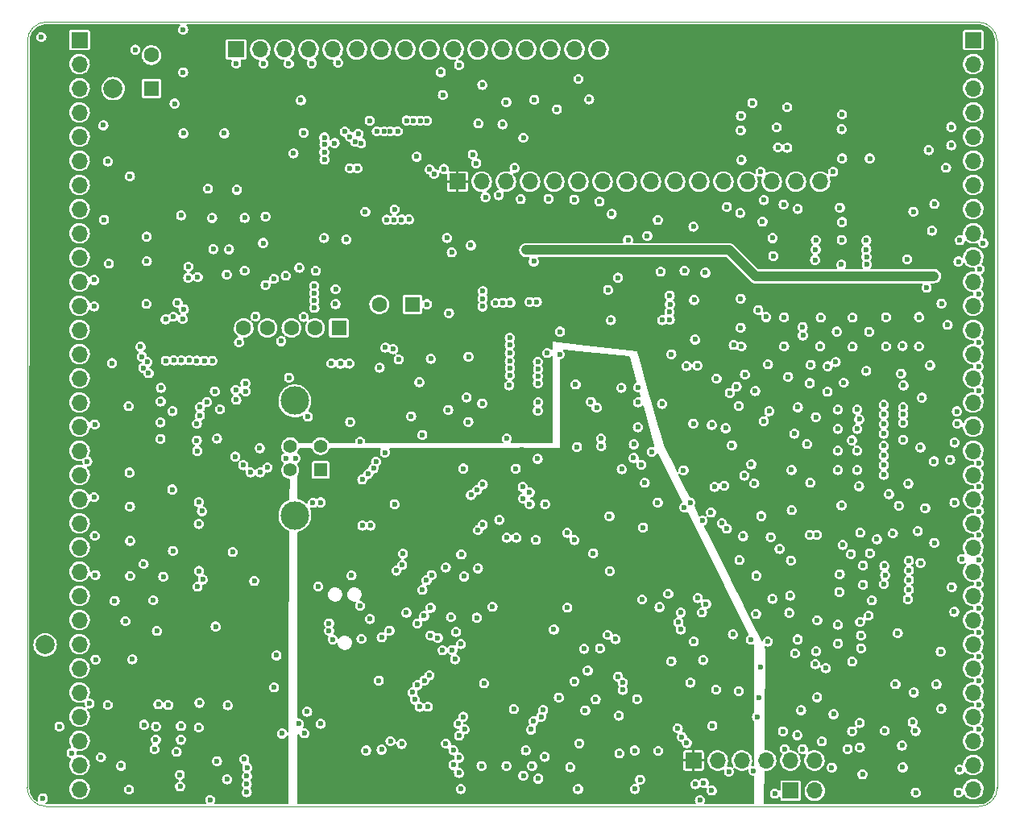
<source format=gbr>
G04 #@! TF.GenerationSoftware,KiCad,Pcbnew,(6.0.1)*
G04 #@! TF.CreationDate,2022-08-30T16:06:41+01:00*
G04 #@! TF.ProjectId,polygonus-Shortage-Version,706f6c79-676f-46e7-9573-2d53686f7274,rev?*
G04 #@! TF.SameCoordinates,Original*
G04 #@! TF.FileFunction,Copper,L3,Inr*
G04 #@! TF.FilePolarity,Positive*
%FSLAX46Y46*%
G04 Gerber Fmt 4.6, Leading zero omitted, Abs format (unit mm)*
G04 Created by KiCad (PCBNEW (6.0.1)) date 2022-08-30 16:06:41*
%MOMM*%
%LPD*%
G01*
G04 APERTURE LIST*
G04 #@! TA.AperFunction,Profile*
%ADD10C,0.050000*%
G04 #@! TD*
G04 #@! TA.AperFunction,ComponentPad*
%ADD11R,1.600000X1.600000*%
G04 #@! TD*
G04 #@! TA.AperFunction,ComponentPad*
%ADD12C,1.600000*%
G04 #@! TD*
G04 #@! TA.AperFunction,ComponentPad*
%ADD13R,1.700000X1.700000*%
G04 #@! TD*
G04 #@! TA.AperFunction,ComponentPad*
%ADD14O,1.700000X1.700000*%
G04 #@! TD*
G04 #@! TA.AperFunction,ComponentPad*
%ADD15R,1.400000X1.400000*%
G04 #@! TD*
G04 #@! TA.AperFunction,ComponentPad*
%ADD16C,1.400000*%
G04 #@! TD*
G04 #@! TA.AperFunction,ComponentPad*
%ADD17C,3.000000*%
G04 #@! TD*
G04 #@! TA.AperFunction,ViaPad*
%ADD18C,0.599440*%
G04 #@! TD*
G04 #@! TA.AperFunction,ViaPad*
%ADD19C,0.800000*%
G04 #@! TD*
G04 #@! TA.AperFunction,ViaPad*
%ADD20C,0.600000*%
G04 #@! TD*
G04 #@! TA.AperFunction,ViaPad*
%ADD21C,2.000000*%
G04 #@! TD*
G04 #@! TA.AperFunction,Conductor*
%ADD22C,1.016000*%
G04 #@! TD*
G04 APERTURE END LIST*
D10*
X27598758Y70480030D02*
X27566743Y-7944264D01*
X29598758Y72480030D02*
G75*
G03*
X27598758Y70480030I-1J-1999999D01*
G01*
X127511245Y72474911D02*
X29598758Y72480030D01*
X29566743Y-9944264D02*
X127539293Y-9975264D01*
X127539293Y-9975264D02*
G75*
G03*
X129539293Y-7975264I1J1999999D01*
G01*
X129539293Y-7975264D02*
X129511245Y70474911D01*
X27566743Y-7944264D02*
G75*
G03*
X29566743Y-9944264I1999999J-1D01*
G01*
X129511245Y70474911D02*
G75*
G03*
X127511245Y72474911I-1999999J1D01*
G01*
D11*
G04 #@! TO.N,Net-(D1503-Pad2)*
G04 #@! TO.C,J1504*
X60334209Y40322147D03*
D12*
G04 #@! TO.N,/USB_D-*
X57834209Y40322147D03*
G04 #@! TO.N,/USB_D+*
X55334209Y40322147D03*
G04 #@! TO.N,GND*
X52834209Y40322147D03*
G04 #@! TO.N,/USB_SHIELD*
X50334209Y40322147D03*
G04 #@! TD*
D13*
G04 #@! TO.N,+3V3*
G04 #@! TO.C,J1505*
X97605501Y-5126837D03*
D14*
G04 #@! TO.N,/mcu/AUX_SPI_CS*
X100145501Y-5126837D03*
G04 #@! TO.N,/mcu/AUX_SPI_SCK*
X102685501Y-5126837D03*
G04 #@! TO.N,/mcu/AUX_SPI_MISO*
X105225501Y-5126837D03*
G04 #@! TO.N,/mcu/AUX_SPI_MOSI*
X107765501Y-5126837D03*
G04 #@! TO.N,GND*
X110305501Y-5126837D03*
G04 #@! TD*
D13*
G04 #@! TO.N,/mcu/UART_TX*
G04 #@! TO.C,J2*
X107812339Y-8296983D03*
D14*
G04 #@! TO.N,/mcu/UART_RX*
X110352339Y-8296983D03*
G04 #@! TD*
D15*
G04 #@! TO.N,Net-(D1503-Pad2)*
G04 #@! TO.C,J1501*
X58420000Y25400000D03*
D16*
G04 #@! TO.N,/USB_D-*
X58420000Y27900000D03*
G04 #@! TO.N,/USB_D+*
X55220000Y27900000D03*
G04 #@! TO.N,GND*
X55220000Y25400000D03*
D17*
G04 #@! TO.N,/USB_SHIELD*
X55710000Y20630000D03*
X55710000Y32670000D03*
G04 #@! TD*
D11*
G04 #@! TO.N,Net-(C1001-Pad1)*
G04 #@! TO.C,C1001*
X68072000Y42799000D03*
D12*
G04 #@! TO.N,GND*
X64572000Y42799000D03*
G04 #@! TD*
D11*
G04 #@! TO.N,/12V_MR*
G04 #@! TO.C,C17*
X40640000Y65494972D03*
D12*
G04 #@! TO.N,GND*
X40640000Y68994972D03*
G04 #@! TD*
D13*
G04 #@! TO.N,GND*
G04 #@! TO.C,J5*
X33087317Y70582684D03*
D14*
X33087317Y68042684D03*
G04 #@! TO.N,/12V_MR*
X33087317Y65502684D03*
G04 #@! TO.N,/LS1*
X33087317Y62962684D03*
G04 #@! TO.N,/LS2*
X33087317Y60422684D03*
G04 #@! TO.N,/LS3*
X33087317Y57882684D03*
G04 #@! TO.N,/LS4*
X33087317Y55342684D03*
G04 #@! TO.N,/LS5*
X33087317Y52802684D03*
G04 #@! TO.N,/LS6*
X33087317Y50262684D03*
G04 #@! TO.N,/LS7*
X33087317Y47722684D03*
G04 #@! TO.N,/LS8*
X33087317Y45182684D03*
G04 #@! TO.N,/IGN12*
X33087317Y42642684D03*
G04 #@! TO.N,/IGN11*
X33087317Y40102684D03*
G04 #@! TO.N,/IGN10*
X33087317Y37562684D03*
G04 #@! TO.N,/IGN9*
X33087317Y35022684D03*
G04 #@! TO.N,/IGN8*
X33087317Y32482684D03*
G04 #@! TO.N,/IGN7*
X33087317Y29942684D03*
G04 #@! TO.N,/IGN6*
X33087317Y27402684D03*
G04 #@! TO.N,/IGN5*
X33087317Y24862684D03*
G04 #@! TO.N,/IGN4*
X33087317Y22322684D03*
G04 #@! TO.N,/IGN3*
X33087317Y19782684D03*
G04 #@! TO.N,/IGN2*
X33087317Y17242684D03*
G04 #@! TO.N,/IGN1*
X33087317Y14702684D03*
G04 #@! TO.N,/LS9*
X33087317Y12162684D03*
G04 #@! TO.N,/LS10*
X33087317Y9622684D03*
G04 #@! TO.N,/LS11*
X33087317Y7082684D03*
G04 #@! TO.N,/LS12*
X33087317Y4542684D03*
G04 #@! TO.N,/LS13*
X33087317Y2002684D03*
G04 #@! TO.N,/LS14*
X33087317Y-537316D03*
G04 #@! TO.N,/LS15*
X33087317Y-3077316D03*
G04 #@! TO.N,/LS16*
X33087317Y-5617316D03*
G04 #@! TO.N,/12V_MR*
X33087317Y-8157316D03*
G04 #@! TD*
D13*
G04 #@! TO.N,+5V*
G04 #@! TO.C,J6*
X72806286Y55705029D03*
D14*
G04 #@! TO.N,+3V3*
X75346286Y55705029D03*
G04 #@! TO.N,/ETB1_PWM*
X77886286Y55705029D03*
G04 #@! TO.N,/ETB1_DIS*
X80426286Y55705029D03*
G04 #@! TO.N,/ETB1_DIR*
X82966286Y55705029D03*
G04 #@! TO.N,/ETB2_PWM*
X85506286Y55705029D03*
G04 #@! TO.N,/ETB2_DIS*
X88046286Y55705029D03*
G04 #@! TO.N,/ETB2_DIR*
X90586286Y55705029D03*
G04 #@! TO.N,GND*
X93126286Y55705029D03*
G04 #@! TO.N,/12V_RAW*
X95666286Y55705029D03*
G04 #@! TO.N,GND*
X98206286Y55705029D03*
X100746286Y55705029D03*
G04 #@! TO.N,/CAN+*
X103286286Y55705029D03*
G04 #@! TO.N,/CAN-*
X105826286Y55705029D03*
G04 #@! TO.N,/VR2+*
X108366286Y55705029D03*
G04 #@! TO.N,/VR1+*
X110906286Y55705029D03*
G04 #@! TD*
D13*
G04 #@! TO.N,GND*
G04 #@! TO.C,J3*
X127000000Y70587779D03*
D14*
G04 #@! TO.N,Net-(F101-Pad1)*
X127000000Y68047779D03*
G04 #@! TO.N,Net-(F102-Pad2)*
X127000000Y65507779D03*
G04 #@! TO.N,/5V_SENSOR_2*
X127000000Y62967779D03*
X127000000Y60427779D03*
X127000000Y57887779D03*
G04 #@! TO.N,/5V_SENSOR_1*
X127000000Y55347779D03*
X127000000Y52807779D03*
X127000000Y50267779D03*
G04 #@! TO.N,/DIGITAL_6*
X127000000Y47727779D03*
G04 #@! TO.N,/DIGITAL_5*
X127000000Y45187779D03*
G04 #@! TO.N,/DIGITAL_4*
X127000000Y42647779D03*
G04 #@! TO.N,/DIGITAL_3*
X127000000Y40107779D03*
G04 #@! TO.N,/DIGITAL_2*
X127000000Y37567779D03*
G04 #@! TO.N,/DIGITAL_1*
X127000000Y35027779D03*
G04 #@! TO.N,/AT4*
X127000000Y32487779D03*
G04 #@! TO.N,/AT3*
X127000000Y29947779D03*
G04 #@! TO.N,/AT2*
X127000000Y27407779D03*
G04 #@! TO.N,/AT1*
X127000000Y24867779D03*
G04 #@! TO.N,/AV11*
X127000000Y22327779D03*
G04 #@! TO.N,/AV10*
X127000000Y19787779D03*
G04 #@! TO.N,/AV9*
X127000000Y17247779D03*
G04 #@! TO.N,/AV8*
X127000000Y14707779D03*
G04 #@! TO.N,/AV7*
X127000000Y12167779D03*
G04 #@! TO.N,/AV6*
X127000000Y9627779D03*
G04 #@! TO.N,/AV5*
X127000000Y7087779D03*
G04 #@! TO.N,/AV4*
X127000000Y4547779D03*
G04 #@! TO.N,/AV3*
X127000000Y2007779D03*
G04 #@! TO.N,/AV2*
X127000000Y-532221D03*
G04 #@! TO.N,/AV1*
X127000000Y-3072221D03*
G04 #@! TO.N,/KNOCK_1*
X127000000Y-5612221D03*
G04 #@! TO.N,/KNOCK_2*
X127000000Y-8152221D03*
G04 #@! TD*
D13*
G04 #@! TO.N,/HS1*
G04 #@! TO.C,J7*
X49530000Y69596912D03*
D14*
G04 #@! TO.N,/HS2*
X52070000Y69596912D03*
G04 #@! TO.N,/HS3*
X54610000Y69596912D03*
G04 #@! TO.N,/HS4*
X57150000Y69596912D03*
G04 #@! TO.N,GND*
X59690000Y69596912D03*
X62230000Y69596912D03*
X64770000Y69596912D03*
X67310000Y69596912D03*
G04 #@! TO.N,/CAN2+*
X69850000Y69596912D03*
G04 #@! TO.N,/CAN2-*
X72390000Y69596912D03*
G04 #@! TO.N,GND*
X74930000Y69596912D03*
X77470000Y69596912D03*
G04 #@! TO.N,/Perm_Live*
X80010000Y69596912D03*
G04 #@! TO.N,GND*
X82550000Y69596912D03*
X85090000Y69596912D03*
X87630000Y69596912D03*
G04 #@! TD*
D18*
G04 #@! TO.N,GND*
X38377041Y56267596D03*
G04 #@! TO.N,/12V_MR*
X61482861Y57101531D03*
G04 #@! TO.N,GND*
X74769800Y57633863D03*
X69599820Y42824817D03*
X89002554Y52313075D03*
X82374857Y53911394D03*
X87723899Y53613041D03*
X85081344Y53826151D03*
X99983473Y2315786D03*
X95950076Y-1744392D03*
X43926779Y41297948D03*
X45731103Y31125534D03*
X45457954Y27393808D03*
X41887137Y14174453D03*
X38628772Y5506218D03*
X34764392Y5477803D03*
X57001478Y0D03*
X46810857Y-9279148D03*
X58167372Y13165736D03*
X54771832Y26636033D03*
X55766341Y26636033D03*
X85351282Y27826341D03*
X85212313Y34393370D03*
X105233960Y41478229D03*
X104856570Y51503260D03*
X97589546Y50970487D03*
X59984433Y42839025D03*
X59993904Y44392354D03*
X56639192Y41498643D03*
X55106599Y35095895D03*
X60495895Y36582924D03*
X73759450Y33031103D03*
X73958352Y37293288D03*
X78916801Y25545229D03*
X73409004Y25556280D03*
X36057254Y710364D03*
X78796829Y57152448D03*
X79725038Y60315936D03*
X77537116Y61727193D03*
X77934920Y64058819D03*
X86634674Y64350804D03*
X83243869Y63299465D03*
X85517034Y66491368D03*
X122914509Y53365311D03*
X124150543Y57172862D03*
X102572302Y61095382D03*
X113170934Y61223247D03*
X113213556Y62771841D03*
X102586509Y62629768D03*
X103794128Y63979460D03*
X104660772Y56747954D03*
X112275875Y56747954D03*
X112986239Y52954609D03*
X108553567Y52840951D03*
X120715000Y52556805D03*
X122107314Y44558106D03*
X115785074Y47783159D03*
X105996256Y47896817D03*
X115813488Y47015966D03*
X113185141Y49587484D03*
X110372099Y47484806D03*
X110443136Y48564559D03*
X110457343Y49559069D03*
X75436393Y42583294D03*
X75450601Y43421523D03*
X75450601Y44188717D03*
X95113479Y41205187D03*
X94317871Y41148358D03*
X95070857Y42015002D03*
X95127686Y42824817D03*
X95099271Y43748291D03*
X88769031Y20533109D03*
X92292436Y19368112D03*
X91779664Y32511641D03*
X94294353Y32355361D03*
X122911406Y17757308D03*
X104214623Y14290731D03*
X120969583Y-8502483D03*
X115362442Y-6579765D03*
X84656436Y-5831192D03*
X71233658Y6453370D03*
X64526440Y3279675D03*
X53522901Y2562207D03*
X47393194Y8955806D03*
X40829430Y11712019D03*
X41588784Y28663100D03*
X41579312Y30396388D03*
X41607727Y32593781D03*
X41626670Y34033452D03*
X38944920Y69572716D03*
X67927774Y31028360D03*
X66620704Y37023833D03*
X57911641Y46329603D03*
X61108279Y49625692D03*
X43761188Y52154588D03*
X107848261Y15893534D03*
X112972354Y14453863D03*
X116148578Y16632313D03*
X81254688Y34516661D03*
X81240481Y35241232D03*
X81268896Y36008426D03*
X81254688Y36775619D03*
X82234991Y37699092D03*
X83527853Y37557019D03*
X83577579Y39950946D03*
X81141030Y43069445D03*
X80388044Y43069445D03*
X76793602Y42955786D03*
X77589210Y42969994D03*
X78356403Y42998408D03*
X78299574Y35354891D03*
X78313781Y36122084D03*
X78285366Y36846655D03*
X78299574Y37699092D03*
X78299574Y38537322D03*
X78299574Y39290308D03*
X106350129Y61414633D03*
X80875092Y64312918D03*
G04 #@! TO.N,/12V_MR*
X70344941Y56527208D03*
G04 #@! TO.N,/HS2*
X62671080Y59727069D03*
X62031752Y59897558D03*
X61491876Y60437434D03*
G04 #@! TO.N,/HS1*
X58820907Y58019093D03*
X58806700Y58806700D03*
X58820907Y59670240D03*
G04 #@! TO.N,/HS4*
X69590026Y62113893D03*
X68893870Y62113893D03*
X68183505Y62113893D03*
G04 #@! TO.N,/HS3*
X64319126Y60991517D03*
X65114733Y60991517D03*
X65739853Y60991517D03*
G04 #@! TO.N,GND*
X107447193Y63528414D03*
X107454837Y59266499D03*
X55567439Y58675731D03*
X121303411Y41468896D03*
X100029902Y35001739D03*
X110459879Y30955845D03*
X56704333Y-2268379D03*
X62569182Y28389651D03*
X108271698Y6123906D03*
X99441709Y20929579D03*
X112316193Y-261610D03*
X69294725Y10069034D03*
X120056983Y47545114D03*
X71373727Y57039180D03*
X110977787Y41428684D03*
X109822260Y34526140D03*
X40966649Y-3949433D03*
X102645826Y38382868D03*
X124574932Y26453219D03*
X104661527Y4685199D03*
X125566836Y-6091932D03*
X79977662Y-4066557D03*
X99520273Y-8284319D03*
X98276090Y-9308916D03*
X123583029Y6320263D03*
X69996981Y37087963D03*
X43970995Y71678189D03*
X60258269Y68197696D03*
X89757670Y-421288D03*
X103014055Y35425959D03*
X127564047Y15984618D03*
X121464002Y15625478D03*
X115084099Y-3766454D03*
X75336587Y-5710376D03*
X127617663Y717349D03*
X61661730Y14323851D03*
X115758736Y48563826D03*
X91755741Y29894019D03*
X98496291Y10432895D03*
X102560012Y40356356D03*
X49547130Y68129472D03*
X115220414Y6663840D03*
X64625790Y36149780D03*
X123140694Y2875409D03*
X105565970Y31582114D03*
X43654317Y-7847412D03*
X102362507Y32123344D03*
X85599791Y-3344541D03*
X87324941Y1293725D03*
X47017826Y51893155D03*
X127577451Y38838607D03*
X71909446Y41864255D03*
X69100325Y29076538D03*
X118557881Y18745095D03*
X125006115Y10508966D03*
X68794465Y34635117D03*
X42903631Y16912258D03*
X72113168Y9935836D03*
X77129668Y54275640D03*
X124692035Y59518828D03*
X69114436Y12808291D03*
X75596356Y2988952D03*
X61520259Y30431893D03*
X66202486Y21811764D03*
X107074273Y53296616D03*
X63590837Y9744741D03*
X83457814Y1474184D03*
X121169112Y18976503D03*
X84338750Y10941899D03*
X79716283Y-6727271D03*
X114284285Y5264678D03*
X119632520Y28578928D03*
X64827005Y7805346D03*
X87057957Y16643461D03*
X49449043Y26803461D03*
X110564895Y18603874D03*
X109919106Y36457180D03*
X115006453Y23695654D03*
X45956109Y21072036D03*
X114255319Y28520844D03*
X93892950Y-4121530D03*
X52368522Y49261665D03*
X29065218Y70898360D03*
X127557345Y-1822727D03*
X115211478Y7995314D03*
X110910766Y38412762D03*
X109823202Y18577066D03*
X109876684Y24062863D03*
X106167221Y-8615692D03*
X117739563Y14346393D03*
X88631827Y44339180D03*
X79659921Y23616434D03*
X110402546Y4996057D03*
X125035354Y21970566D03*
X74842121Y9877358D03*
X112135929Y-5877467D03*
X127577451Y5797503D03*
X108553184Y7602825D03*
X127590855Y26131521D03*
X40133194Y49929334D03*
X120138176Y11815943D03*
X99528989Y30144743D03*
X125459566Y-8503660D03*
X123668678Y42881964D03*
X43070591Y63910292D03*
X102141592Y34176556D03*
X125044076Y28289581D03*
X103624944Y7562613D03*
X48665569Y674366D03*
X124692035Y61448587D03*
X107766192Y12191258D03*
X43994912Y60784567D03*
X117845153Y38385954D03*
X95275729Y5303401D03*
X47532279Y-5207464D03*
X81238815Y31647351D03*
X119065848Y8250453D03*
X115107555Y9426580D03*
X107121874Y41442088D03*
X81034769Y18046922D03*
X34623884Y42591925D03*
X52631671Y52039349D03*
X117704641Y-2001678D03*
X91996346Y-7132984D03*
X113127832Y46988299D03*
X71829277Y31727521D03*
X96864367Y36320208D03*
X63192473Y-4081778D03*
X41209681Y8481119D03*
X50394464Y-4993366D03*
X114144059Y16574154D03*
X124311931Y40659817D03*
X54269043Y38940377D03*
X64825491Y-3988419D03*
X103990982Y23993714D03*
X81219323Y26579297D03*
X102437653Y15941730D03*
X104998320Y53764437D03*
X47846883Y31784424D03*
X91426595Y-4081317D03*
X63577970Y62116556D03*
X90060429Y25483942D03*
X125824801Y16064333D03*
X45624736Y-1664735D03*
X42847052Y31588249D03*
X78724905Y269746D03*
X101747752Y8129816D03*
X94150734Y46250071D03*
X34133897Y849798D03*
X125446199Y47309998D03*
X77194118Y20156512D03*
X122674560Y50542523D03*
X114306471Y41415280D03*
X125598437Y49548405D03*
X127577451Y13424435D03*
X40159184Y47344376D03*
X62395424Y60739084D03*
X110591532Y1516666D03*
X77953643Y-5701857D03*
X66932217Y-3378063D03*
X44505491Y45590049D03*
X122465790Y36398703D03*
X127564047Y36305232D03*
X35588763Y61626369D03*
X120181717Y23958803D03*
X111097779Y-3119327D03*
X93855822Y51668366D03*
X127564047Y43918761D03*
X123637965Y324350D03*
X33898087Y26297905D03*
X75408678Y65869290D03*
X62709158Y7653433D03*
X104723462Y20555416D03*
X34687534Y18491152D03*
X121604258Y33008085D03*
X107906281Y25403273D03*
X107547517Y35190166D03*
X74954570Y15059274D03*
X82008770Y21793884D03*
X76473520Y11029616D03*
X35332687Y-4793285D03*
X29224931Y-9095458D03*
X39816457Y15526783D03*
X128054495Y49226778D03*
X114324343Y38368081D03*
X127617663Y21051367D03*
X120753072Y2026697D03*
X121451777Y27766821D03*
X95272478Y37566154D03*
X38285803Y-8184983D03*
X94951873Y12392319D03*
X108510120Y-2466123D03*
X121961133Y21373066D03*
X121303411Y38385954D03*
X34620585Y45372908D03*
X114277659Y-2059763D03*
X81288007Y-7037382D03*
X104281126Y-556039D03*
X97585590Y30271030D03*
X71052101Y67214274D03*
X127674391Y46507572D03*
X48580822Y-7104694D03*
X94032504Y10998178D03*
X88923533Y41146081D03*
X122323695Y59021768D03*
X120942422Y-2030490D03*
X99578750Y-1461938D03*
X57490331Y68139219D03*
X52028028Y27690995D03*
X59694003Y7579787D03*
X73493755Y14216084D03*
X38398360Y17961405D03*
X96665269Y46337787D03*
X38378867Y21567521D03*
X124749186Y13089333D03*
X119671862Y34293511D03*
X90025944Y34038865D03*
X73202103Y16535729D03*
X116358220Y11708710D03*
X53780455Y5918478D03*
X92200208Y11797371D03*
X37903800Y9514847D03*
X62565667Y11120286D03*
X38242420Y32112973D03*
X127564047Y10891060D03*
X125276811Y31566557D03*
X51443253Y13733103D03*
X103674575Y25990529D03*
X105433879Y36506294D03*
X104482188Y1441170D03*
X39864697Y-1372348D03*
X34746012Y14368484D03*
X47310214Y33677397D03*
X43283960Y-4209334D03*
X98845907Y46132491D03*
X125335288Y30280051D03*
X42837306Y23352660D03*
X107672364Y10395109D03*
X103925582Y-6218113D03*
X68508327Y58325686D03*
X81968171Y-4730060D03*
X71691255Y49792361D03*
X102950753Y24810968D03*
X107008861Y-2064000D03*
X98611193Y5422188D03*
X97634851Y7385505D03*
X52412531Y68129472D03*
X38398360Y14257827D03*
X113397457Y34574054D03*
X51579075Y41542628D03*
X102564480Y43408023D03*
X41367720Y779700D03*
X46043825Y13889043D03*
X56632661Y60849017D03*
X88812283Y14772179D03*
X75745699Y54061223D03*
X72191563Y48274044D03*
X72551750Y5509135D03*
X36053285Y57828626D03*
X73942641Y30450761D03*
X38342381Y25128354D03*
X49845391Y38808752D03*
X72967390Y67944294D03*
X115026800Y30738324D03*
X97670058Y43277462D03*
X122865910Y26312476D03*
X56344996Y64261157D03*
X34687534Y30186662D03*
X91681273Y1307130D03*
X88573833Y8071271D03*
X91338724Y28100849D03*
X54365231Y-2297618D03*
X119187598Y21648939D03*
X67070937Y16617471D03*
X127604259Y33745049D03*
X92119141Y25950235D03*
X45683214Y937515D03*
X108903096Y164112D03*
X92477501Y24060988D03*
X74205790Y49012661D03*
X113164410Y21678178D03*
X49178487Y16788403D03*
X57080204Y31003450D03*
X116880034Y18124892D03*
X102820080Y18450972D03*
X89664931Y45606193D03*
X32246272Y-4346306D03*
X127577451Y3264128D03*
X97767521Y39106063D03*
X91795285Y34079077D03*
X113800741Y-3925018D03*
X66198464Y52770318D03*
X104090851Y33705766D03*
X34629057Y22555341D03*
X118824574Y2902217D03*
X40117475Y42858373D03*
X80815328Y47321535D03*
X89816148Y-4378269D03*
X59882888Y59758386D03*
X101333077Y-6296083D03*
X119588608Y-5850658D03*
X74994612Y61823643D03*
X98061624Y11949984D03*
X117845153Y41442088D03*
X36491309Y36629922D03*
X127604259Y23611550D03*
X65182329Y27244242D03*
X63113037Y52525645D03*
X127577451Y18544801D03*
X48293012Y60784567D03*
X97243437Y21988503D03*
X127590855Y8357686D03*
X43970995Y67194518D03*
X71576737Y-3357957D03*
X30972139Y-1557996D03*
X55073259Y68100234D03*
X119509225Y-3554885D03*
X79449277Y53866297D03*
X46579245Y54963226D03*
X71271541Y64825491D03*
X47529030Y28703981D03*
X105725391Y18332812D03*
X36766961Y11656525D03*
X111705920Y36307737D03*
X107927249Y21183819D03*
X87783566Y6640011D03*
X107130810Y38403826D03*
X37438503Y-5684268D03*
D19*
G04 #@! TO.N,+5V*
X79502000Y39878000D03*
X79502000Y40894000D03*
X79502000Y41910000D03*
X80518000Y39116000D03*
D18*
X102362000Y2159000D03*
X118374808Y35299690D03*
D19*
X79502000Y38862000D03*
D18*
X91948000Y38608000D03*
X115987248Y44384467D03*
X73914000Y28956000D03*
X78537733Y49493666D03*
X117856000Y21590000D03*
X103013061Y31497236D03*
X115555509Y57252300D03*
D19*
X63500000Y28702000D03*
D18*
X103632000Y21124620D03*
X103045029Y36371089D03*
X39192447Y35560000D03*
X112776000Y30734000D03*
X39371411Y27622147D03*
X42772231Y18277683D03*
X115415414Y14354291D03*
X112776000Y8128000D03*
X106281725Y44384466D03*
X78105000Y30353000D03*
X91186000Y38608000D03*
X105786536Y33718190D03*
X108364103Y63519212D03*
X108459295Y59298640D03*
X110490000Y12446000D03*
X112776000Y26416000D03*
X105918000Y23622000D03*
X107188000Y1270000D03*
X107696000Y14478000D03*
X97716099Y28413661D03*
G04 #@! TO.N,+3V3*
X88900000Y36322000D03*
X89662000Y36322000D03*
X90424000Y36322000D03*
X103124000Y4064000D03*
X58928000Y-2286000D03*
X77216000Y-3810000D03*
X67310000Y-8128000D03*
X73152000Y27178000D03*
D20*
X99060000Y0D03*
X120642680Y-1102660D03*
D18*
X56769000Y10287000D03*
X92837000Y29464000D03*
X85852000Y36322000D03*
X64643000Y12827000D03*
X93218000Y25146000D03*
X87122000Y-5715000D03*
X73983855Y15023377D03*
X85852000Y35560000D03*
D20*
X87376000Y23216434D03*
D19*
X73152000Y21336000D03*
D18*
X62103000Y6604000D03*
D20*
X93343667Y5967667D03*
D18*
X66802000Y3810000D03*
D20*
X103533698Y860302D03*
X96012000Y14732000D03*
X89916000Y762000D03*
X90678000Y20066000D03*
D18*
X79629000Y27559000D03*
D20*
X115074146Y-1176828D03*
D18*
X69748400Y18643600D03*
X73660000Y254000D03*
D20*
X86360000Y29591000D03*
D18*
X90726273Y49593153D03*
X85852000Y37338000D03*
G04 #@! TO.N,/mcu/AV4*
X97282000Y3048000D03*
X105410000Y7366000D03*
G04 #@! TO.N,/mcu/AV2*
X89408000Y7620000D03*
X111506000Y4572000D03*
G04 #@! TO.N,/mcu/AV5*
X96266000Y8636000D03*
X105894633Y11862275D03*
G04 #@! TO.N,/mcu/AV6*
X96012000Y9398000D03*
X112939557Y12565968D03*
G04 #@! TO.N,/mcu/AV9*
X101115632Y19232880D03*
X115137439Y18811658D03*
G04 #@! TO.N,/mcu/AV10*
X100584000Y19812000D03*
X118150241Y22871219D03*
G04 #@! TO.N,/5V_SENSOR_1*
X116122964Y58146824D03*
X113221818Y58146824D03*
X102642191Y57990475D03*
G04 #@! TO.N,/5V_SENSOR_2*
X113206146Y51458098D03*
G04 #@! TO.N,/mcu/nRESET*
X82931000Y8636000D03*
X65659000Y8509000D03*
X72644000Y8382000D03*
G04 #@! TO.N,/mcu/SWDIO*
X69977000Y10922000D03*
X59309000Y8509000D03*
G04 #@! TO.N,/mcu/SWCLK*
X59309000Y9271000D03*
X67437000Y10414000D03*
X68580000Y9271000D03*
G04 #@! TO.N,/mcu/5V_SENSOR_1_PG*
X98679000Y-7493000D03*
X115769916Y49534146D03*
G04 #@! TO.N,/mcu/5V_SENSOR_2_PG*
X97790000Y-7620000D03*
X105915182Y49774709D03*
G04 #@! TO.N,/mcu/AT2*
X99822000Y23622000D03*
X109535875Y28132125D03*
G04 #@! TO.N,/mcu/AT1*
X100838000Y23749000D03*
X108204000Y29210000D03*
G04 #@! TO.N,/mcu/AT3*
X104985486Y30534020D03*
X96647000Y21463000D03*
G04 #@! TO.N,Net-(RN201-Pad7)*
X48559934Y45941964D03*
X49617453Y54854443D03*
G04 #@! TO.N,Net-(RN201-Pad8)*
X45506107Y45669069D03*
G04 #@! TO.N,Net-(RN201-Pad6)*
X44530956Y46766623D03*
X35655362Y51693175D03*
G04 #@! TO.N,Net-(RN201-Pad5)*
X50430364Y51901206D03*
X50431216Y46343577D03*
G04 #@! TO.N,Net-(RN301-Pad7)*
X44046334Y42287675D03*
X48786297Y48591372D03*
G04 #@! TO.N,Net-(RN301-Pad8)*
X47155424Y48610865D03*
X43386296Y42972079D03*
G04 #@! TO.N,Net-(RN301-Pad6)*
X36162693Y47092023D03*
X42127404Y41244268D03*
G04 #@! TO.N,Net-(RN301-Pad5)*
X42946089Y41517163D03*
G04 #@! TO.N,Net-(RN501-Pad6)*
X43737735Y-1508470D03*
X43737735Y-2950917D03*
G04 #@! TO.N,Net-(RN501-Pad8)*
X41106246Y-2931424D03*
X41125738Y-1566948D03*
G04 #@! TO.N,Net-(RN501-Pad7)*
X43620780Y-6635003D03*
G04 #@! TO.N,/mcu/12V_DIVIDED*
X98005596Y36383413D03*
X98552000Y20066000D03*
G04 #@! TO.N,/ETB2_DIR*
X80384597Y21799359D03*
G04 #@! TO.N,/ETB2_DIS*
X79696825Y22402349D03*
G04 #@! TO.N,Net-(C1205-Pad1)*
X112545465Y36752301D03*
X115757378Y35819548D03*
G04 #@! TO.N,Net-(C1404-Pad1)*
X111683129Y33637718D03*
X119416706Y35523294D03*
G04 #@! TO.N,Net-(C1408-Pad1)*
X101822312Y38537988D03*
X101426906Y33491722D03*
G04 #@! TO.N,/lowside_quad1/IN1*
X47033545Y36867492D03*
X57767425Y42432262D03*
X69850000Y3810000D03*
G04 #@! TO.N,/lowside_quad1/IN3*
X57741435Y43991663D03*
X45410549Y36900967D03*
X68580000Y2794000D03*
G04 #@! TO.N,/lowside_quad1/IN2*
X46195367Y36867492D03*
X69318368Y3278368D03*
X57751281Y43226532D03*
G04 #@! TO.N,/lowside_quad1/IN4*
X44627265Y36935976D03*
X68072000Y2032000D03*
X57741435Y44743006D03*
G04 #@! TO.N,/lowside_quad2/IN1*
X43795982Y36922987D03*
X68326000Y1270000D03*
X52632296Y44843361D03*
G04 #@! TO.N,/lowside_quad2/IN3*
X42160416Y36867492D03*
X69690732Y522928D03*
X54754617Y45821399D03*
G04 #@! TO.N,/lowside_quad2/IN2*
X42978352Y36923651D03*
X53522979Y45499792D03*
X68834000Y508000D03*
G04 #@! TO.N,/lowside_quad2/IN4*
X73404241Y-530273D03*
X39495535Y38365348D03*
X56183708Y46663187D03*
G04 #@! TO.N,/ETB1_DIR*
X75461761Y23892379D03*
G04 #@! TO.N,/ETB1_DIS*
X74873478Y23309863D03*
G04 #@! TO.N,/lowside_quad4/IN4*
X72955612Y-6437561D03*
X50658042Y-8461418D03*
G04 #@! TO.N,/lowside_quad4/IN2*
X72966831Y-4833170D03*
X50672065Y-6778581D03*
G04 #@! TO.N,/lowside_quad4/IN3*
X50658042Y-7605976D03*
X72383416Y-5596097D03*
G04 #@! TO.N,/lowside_quad4/IN1*
X72373446Y-4053846D03*
X50700113Y-5881068D03*
G04 #@! TO.N,/highside_quad/IN1*
X69549119Y13814755D03*
X65361657Y51704856D03*
G04 #@! TO.N,/highside_quad/IN3*
X74959992Y19084316D03*
X66929721Y51713520D03*
G04 #@! TO.N,/highside_quad/IN2*
X66141357Y51713520D03*
X70080399Y14346034D03*
G04 #@! TO.N,/mcu/CAN_RX*
X77978000Y18288000D03*
X77978000Y28702000D03*
G04 #@! TO.N,/mcu/CAN_TX*
X81280000Y32512000D03*
X78994000Y18288000D03*
G04 #@! TO.N,/highside_quad/IN4*
X67718085Y51739510D03*
X75448080Y19655530D03*
G04 #@! TO.N,/ign1/IN4*
X58420000Y21996400D03*
X45629034Y22009351D03*
G04 #@! TO.N,/AT4*
X119634000Y32004000D03*
G04 #@! TO.N,/AT2*
X119634000Y30353000D03*
G04 #@! TO.N,/AT3*
X119634000Y31242000D03*
G04 #@! TO.N,/HS4*
X67468926Y62133324D03*
G04 #@! TO.N,/HS2*
X74411460Y58548526D03*
X60960000Y60960000D03*
G04 #@! TO.N,/HS3*
X66533285Y60993012D03*
G04 #@! TO.N,/HS1*
X58781848Y49783760D03*
X58802928Y60349759D03*
G04 #@! TO.N,/LS9*
X72898000Y-1270000D03*
G04 #@! TO.N,/LS10*
X73544636Y-1848620D03*
G04 #@! TO.N,/LS11*
X72972441Y-2523170D03*
G04 #@! TO.N,/LS12*
X65758308Y-3101790D03*
G04 #@! TO.N,/CAN+*
X101104719Y53048888D03*
X86820263Y32559737D03*
G04 #@! TO.N,/CAN-*
X102519195Y52405667D03*
X87423737Y31956263D03*
G04 #@! TO.N,/ign1/IN3*
X57607200Y21945600D03*
X45616039Y19735224D03*
G04 #@! TO.N,/ign1/IN1*
X70739000Y7747000D03*
X45473094Y13146753D03*
G04 #@! TO.N,/ign1/IN2*
X45635532Y14790622D03*
X69977000Y8001000D03*
G04 #@! TO.N,/ign2/IN2*
X51054000Y25146000D03*
X45415189Y30260134D03*
G04 #@! TO.N,/IGN9*
X62791247Y24402380D03*
X49563673Y32788620D03*
X40340065Y35585990D03*
G04 #@! TO.N,/IGN10*
X63415007Y24981000D03*
X39778699Y36128101D03*
X49494001Y33799700D03*
G04 #@! TO.N,/IGN11*
X40210115Y36743241D03*
X63970000Y25569998D03*
X50546597Y33682745D03*
G04 #@! TO.N,/IGN12*
X64241994Y26270379D03*
X39632556Y37321861D03*
X50507612Y34520923D03*
G04 #@! TO.N,/mcu/DIGITAL5*
X100984378Y29791843D03*
X96556268Y25363732D03*
G04 #@! TO.N,/mcu/DIGITAL2*
X108564934Y31994252D03*
X101638047Y28004875D03*
G04 #@! TO.N,/mcu/DIGITAL1*
X71571117Y15166354D03*
X93853000Y21971000D03*
G04 #@! TO.N,/DIGITAL_5*
X109074003Y40424324D03*
G04 #@! TO.N,/DIGITAL_6*
X104407659Y42222914D03*
G04 #@! TO.N,/DIGITAL_1*
X112668780Y39949999D03*
G04 #@! TO.N,/DIGITAL_2*
X119574428Y38434842D03*
G04 #@! TO.N,/DIGITAL_3*
X116068295Y39916341D03*
G04 #@! TO.N,/DIGITAL_4*
X109097311Y39546097D03*
G04 #@! TO.N,/ign2/IN1*
X45415189Y28505807D03*
X50292000Y25908000D03*
G04 #@! TO.N,/ign2/IN3*
X45725972Y32001465D03*
X52070000Y25146000D03*
G04 #@! TO.N,/ign2/IN4*
X46479683Y32560251D03*
X52832000Y25654000D03*
G04 #@! TO.N,/VR2+*
X106484663Y59294397D03*
D20*
G04 #@! TO.N,/USB_D+*
X62819000Y19558000D03*
X66382871Y14820871D03*
X59563561Y36605573D03*
G04 #@! TO.N,/USB_D-*
X66986741Y15424741D03*
X63673000Y19558000D03*
X61434842Y36579583D03*
D19*
G04 #@! TO.N,/12V_PROT*
X80010000Y48514000D03*
D18*
X113378122Y45763136D03*
X114347306Y45767306D03*
X122893861Y45773091D03*
G04 #@! TO.N,/mcu/LED1*
X73152000Y-8128000D03*
X80528446Y-1868228D03*
G04 #@! TO.N,/mcu/LED2*
X80772000Y-1016000D03*
X80645000Y-5715000D03*
G04 #@! TO.N,/mcu/LED3*
X85471000Y-8128000D03*
X81595234Y-531632D03*
G04 #@! TO.N,/mcu/LED4*
X91440000Y-8128000D03*
X81806421Y189940D03*
G04 #@! TO.N,Net-(C2-Pad1)*
X112784141Y7160860D03*
X110490000Y6350000D03*
G04 #@! TO.N,Net-(C4-Pad1)*
X112776000Y9144000D03*
X116009755Y10103902D03*
G04 #@! TO.N,Net-(C5-Pad1)*
X115415414Y13338291D03*
X120241414Y12830291D03*
G04 #@! TO.N,Net-(C6-Pad1)*
X120241414Y13846291D03*
X117603421Y13406829D03*
G04 #@! TO.N,Net-(C7-Pad1)*
X120241414Y14862291D03*
X117653909Y15325367D03*
G04 #@! TO.N,Net-(C8-Pad1)*
X120241414Y15878291D03*
X115415414Y15370291D03*
G04 #@! TO.N,Net-(C9-Pad1)*
X117602000Y24892000D03*
X112776000Y25400000D03*
G04 #@! TO.N,Net-(C10-Pad1)*
X117602000Y25908000D03*
X114808000Y25400000D03*
G04 #@! TO.N,Net-(C11-Pad1)*
X114808000Y27432000D03*
X117602000Y26924000D03*
G04 #@! TO.N,Net-(C12-Pad1)*
X112776000Y27432000D03*
X117602000Y27940000D03*
G04 #@! TO.N,Net-(C13-Pad1)*
X117602000Y29210000D03*
X112776000Y29718000D03*
G04 #@! TO.N,Net-(C14-Pad1)*
X114808000Y29718000D03*
X117602000Y30226000D03*
G04 #@! TO.N,Net-(C15-Pad1)*
X114808000Y31750000D03*
X117602000Y31242000D03*
G04 #@! TO.N,Net-(C16-Pad1)*
X112776000Y31750000D03*
X117602000Y32258000D03*
G04 #@! TO.N,Net-(R3-Pad2)*
X110616428Y9600149D03*
X104176441Y10265849D03*
G04 #@! TO.N,Net-(R11-Pad2)*
X113284000Y17526000D03*
X106646265Y17106795D03*
G04 #@! TO.N,/knock/FILTERED_1*
X86233000Y127000D03*
X96393000Y-2667000D03*
G04 #@! TO.N,/knock/FILTERED_2*
X96901000Y-3302000D03*
X85090000Y3175000D03*
G04 #@! TO.N,Net-(C902-Pad1)*
X78232000Y34290000D03*
X75398896Y32387595D03*
G04 #@! TO.N,/ETB2_PWM*
X80384597Y23032159D03*
G04 #@! TO.N,/ETB1_PWM*
X74211421Y22779564D03*
G04 #@! TO.N,/mcu/AUX_SPI_MOSI*
X89670990Y3691990D03*
G04 #@! TO.N,/mcu/AUX_SPI_MISO*
X90170000Y3048000D03*
G04 #@! TO.N,/mcu/AUX_SPI_SCK*
X90170000Y2286000D03*
G04 #@! TO.N,/mcu/AUX_SPI_CS*
X86487000Y4318000D03*
G04 #@! TO.N,/mcu/SD_MISO*
X56134000Y-1270000D03*
X58420000Y-1270000D03*
G04 #@! TO.N,/mcu/UART_RX*
X109093000Y-3937000D03*
X72263000Y6477000D03*
G04 #@! TO.N,/mcu/UART_TX*
X107188000Y-3937000D03*
X73152000Y7112000D03*
G04 #@! TO.N,/CAN2+*
X65207769Y38269387D03*
G04 #@! TO.N,/CAN2-*
X66040000Y38100000D03*
G04 #@! TO.N,/mcu/BARO_SCL*
X93218000Y27305000D03*
X91313000Y26670000D03*
G04 #@! TO.N,/12V_MR*
X42408471Y694183D03*
X62285491Y57101531D03*
X69874578Y56997571D03*
D21*
X36610257Y65485240D03*
X29466389Y7029251D03*
D18*
G04 #@! TO.N,/Keep_Alive/Keep_Alive*
X92748730Y49991774D03*
X98933000Y11303000D03*
G04 #@! TO.N,Net-(C30-Pad1)*
X86106000Y6604000D03*
X96266000Y10414000D03*
D20*
G04 #@! TO.N,/mcu/VR_2*
X87884000Y28702000D03*
X84328000Y18796000D03*
G04 #@! TO.N,/mcu/VR_1*
X85090000Y18034000D03*
X87912698Y27911302D03*
G04 #@! TD*
D22*
G04 #@! TO.N,/12V_PROT*
X101346000Y48514000D02*
X80010000Y48514000D01*
X114347306Y45767306D02*
X113382292Y45767306D01*
X122893861Y45773091D02*
X122886116Y45765346D01*
X104187306Y45767306D02*
X104140000Y45720000D01*
X110020766Y45767306D02*
X110044140Y45743932D01*
X108824952Y45758891D02*
X108817473Y45758891D01*
X108809058Y45767306D02*
X110020766Y45767306D01*
X122893861Y45773091D02*
X122888076Y45767306D01*
X113382292Y45767306D02*
X113378122Y45763136D01*
X108817473Y45758891D02*
X108809058Y45767306D01*
X104140000Y45720000D02*
X101346000Y48514000D01*
X122888076Y45767306D02*
X114347306Y45767306D01*
X113373952Y45767306D02*
X104187306Y45767306D01*
X113378122Y45763136D02*
X113373952Y45767306D01*
G04 #@! TD*
G04 #@! TA.AperFunction,Conductor*
G04 #@! TO.N,+3V3*
G36*
X85587716Y37890857D02*
G01*
X90863265Y37345110D01*
X90920105Y37319915D01*
X90950029Y37271291D01*
X91648834Y34685714D01*
X91645714Y34623619D01*
X91606691Y34575216D01*
X91590216Y34566525D01*
X91554061Y34551549D01*
X91528594Y34541000D01*
X91418126Y34456236D01*
X91333362Y34345768D01*
X91330841Y34339681D01*
X91330839Y34339678D01*
X91314183Y34299466D01*
X91280077Y34217127D01*
X91279216Y34210591D01*
X91279216Y34210589D01*
X91274293Y34173194D01*
X91261902Y34079077D01*
X91262763Y34072537D01*
X91272122Y34001453D01*
X91280077Y33941027D01*
X91299257Y33894723D01*
X91326863Y33828077D01*
X91333362Y33812386D01*
X91376155Y33756617D01*
X91408370Y33714633D01*
X91418126Y33701918D01*
X91528593Y33617154D01*
X91657235Y33563869D01*
X91663771Y33563008D01*
X91663773Y33563008D01*
X91788745Y33546555D01*
X91795285Y33545694D01*
X91864114Y33554756D01*
X91925247Y33543426D01*
X91968045Y33498327D01*
X91974361Y33481264D01*
X92066429Y33140611D01*
X92063309Y33078515D01*
X92024286Y33030112D01*
X91964265Y33013891D01*
X91930814Y33021423D01*
X91917714Y33026849D01*
X91911178Y33027710D01*
X91911176Y33027710D01*
X91786204Y33044163D01*
X91779664Y33045024D01*
X91773124Y33044163D01*
X91648152Y33027710D01*
X91648150Y33027710D01*
X91641614Y33026849D01*
X91567648Y32996211D01*
X91519063Y32976087D01*
X91519060Y32976085D01*
X91512973Y32973564D01*
X91402505Y32888800D01*
X91317741Y32778332D01*
X91315220Y32772245D01*
X91315218Y32772242D01*
X91311975Y32764412D01*
X91264456Y32649691D01*
X91263595Y32643155D01*
X91263595Y32643153D01*
X91253856Y32569180D01*
X91246281Y32511641D01*
X91264456Y32373591D01*
X91284871Y32324306D01*
X91311133Y32260904D01*
X91317741Y32244950D01*
X91402505Y32134482D01*
X91512972Y32049718D01*
X91641614Y31996433D01*
X91648150Y31995572D01*
X91648152Y31995572D01*
X91773124Y31979119D01*
X91779664Y31978258D01*
X91786204Y31979119D01*
X91911176Y31995572D01*
X91911178Y31995572D01*
X91917714Y31996433D01*
X92046356Y32049718D01*
X92156823Y32134482D01*
X92160837Y32139713D01*
X92160840Y32139716D01*
X92167225Y32148037D01*
X92218465Y32183252D01*
X92280618Y32181623D01*
X92329943Y32143773D01*
X92344151Y32113041D01*
X93470640Y27945030D01*
X93467520Y27882935D01*
X93428497Y27834532D01*
X93368476Y27818310D01*
X93356057Y27820264D01*
X93356050Y27820208D01*
X93224540Y27837522D01*
X93218000Y27838383D01*
X93211460Y27837522D01*
X93086488Y27821069D01*
X93086486Y27821069D01*
X93079950Y27820208D01*
X93005984Y27789570D01*
X92957399Y27769446D01*
X92957396Y27769444D01*
X92951309Y27766923D01*
X92840841Y27682159D01*
X92756077Y27571691D01*
X92753556Y27565604D01*
X92753554Y27565601D01*
X92740441Y27533943D01*
X92702792Y27443050D01*
X92701931Y27436514D01*
X92701931Y27436512D01*
X92695595Y27388384D01*
X92684617Y27305000D01*
X92685478Y27298460D01*
X92700721Y27182684D01*
X92702792Y27166950D01*
X92725628Y27111819D01*
X92750748Y27051175D01*
X92756077Y27038309D01*
X92840841Y26927841D01*
X92951308Y26843077D01*
X93079950Y26789792D01*
X93086486Y26788931D01*
X93086488Y26788931D01*
X93211460Y26772478D01*
X93218000Y26771617D01*
X93224540Y26772478D01*
X93349512Y26788931D01*
X93349514Y26788931D01*
X93356050Y26789792D01*
X93484692Y26843077D01*
X93595159Y26927841D01*
X93679923Y27038309D01*
X93685253Y27051175D01*
X93706680Y27102906D01*
X93747059Y27150184D01*
X93807515Y27164698D01*
X93864957Y27140905D01*
X93889501Y27109599D01*
X95510310Y23885839D01*
X96427862Y22060844D01*
X96437257Y21999384D01*
X96408733Y21944139D01*
X96388282Y21928533D01*
X96386398Y21927445D01*
X96380309Y21924923D01*
X96269841Y21840159D01*
X96185077Y21729691D01*
X96131792Y21601050D01*
X96130931Y21594514D01*
X96130931Y21594512D01*
X96129882Y21586543D01*
X96113617Y21463000D01*
X96114478Y21456460D01*
X96130481Y21334911D01*
X96131792Y21324950D01*
X96185077Y21196309D01*
X96269841Y21085841D01*
X96380308Y21001077D01*
X96508950Y20947792D01*
X96515486Y20946931D01*
X96515488Y20946931D01*
X96640460Y20930478D01*
X96647000Y20929617D01*
X96653540Y20930478D01*
X96778512Y20946931D01*
X96778514Y20946931D01*
X96785050Y20947792D01*
X96866202Y20981406D01*
X96928185Y20986284D01*
X96981197Y20953798D01*
X96994579Y20933654D01*
X98357208Y18223411D01*
X103414444Y8164659D01*
X103423839Y8103199D01*
X103395315Y8047954D01*
X103369712Y8030945D01*
X103370053Y8030355D01*
X103364344Y8027059D01*
X103358253Y8024536D01*
X103247785Y7939772D01*
X103163021Y7829304D01*
X103160500Y7823217D01*
X103160498Y7823214D01*
X103153097Y7805346D01*
X103109736Y7700663D01*
X103108875Y7694127D01*
X103108875Y7694125D01*
X103097381Y7606823D01*
X103091561Y7562613D01*
X103092422Y7556073D01*
X103107014Y7445242D01*
X103109736Y7424563D01*
X103131521Y7371969D01*
X103158073Y7307868D01*
X103163021Y7295922D01*
X103199737Y7248072D01*
X103240469Y7194989D01*
X103247785Y7185454D01*
X103358252Y7100690D01*
X103486894Y7047405D01*
X103493430Y7046544D01*
X103493432Y7046544D01*
X103618404Y7030091D01*
X103624944Y7029230D01*
X103631484Y7030091D01*
X103756456Y7046544D01*
X103756458Y7046544D01*
X103762994Y7047405D01*
X103853045Y7084705D01*
X103915027Y7089583D01*
X103968039Y7057098D01*
X103981422Y7036950D01*
X103989280Y7021320D01*
X104000000Y6976133D01*
X104000000Y1678947D01*
X103992342Y1640449D01*
X103966980Y1579220D01*
X103966119Y1572684D01*
X103966119Y1572682D01*
X103962284Y1543553D01*
X103948805Y1441170D01*
X103949666Y1434630D01*
X103963436Y1330042D01*
X103966980Y1303120D01*
X103970872Y1293725D01*
X103992342Y1241891D01*
X104000000Y1203393D01*
X104000000Y-55581D01*
X103980787Y-114712D01*
X103960641Y-135393D01*
X103903967Y-178880D01*
X103819203Y-289348D01*
X103765918Y-417989D01*
X103765057Y-424525D01*
X103765057Y-424527D01*
X103754684Y-503316D01*
X103747743Y-556039D01*
X103748604Y-562579D01*
X103764440Y-682859D01*
X103765918Y-694089D01*
X103791062Y-754792D01*
X103814798Y-812095D01*
X103819203Y-822730D01*
X103903967Y-933198D01*
X103931952Y-954671D01*
X103960641Y-976685D01*
X103995857Y-1027925D01*
X104000000Y-1056497D01*
X104000000Y-5586709D01*
X103980787Y-5645840D01*
X103930487Y-5682385D01*
X103912531Y-5686448D01*
X103787532Y-5702905D01*
X103787345Y-5701483D01*
X103732634Y-5698617D01*
X103684315Y-5659491D01*
X103668222Y-5599435D01*
X103675834Y-5567730D01*
X103675531Y-5567627D01*
X103676650Y-5564332D01*
X103676651Y-5564327D01*
X103739281Y-5379827D01*
X103767739Y-5183555D01*
X103767889Y-5177854D01*
X103769147Y-5129793D01*
X103769147Y-5129786D01*
X103769224Y-5126837D01*
X103762763Y-5056521D01*
X103751499Y-4933932D01*
X103751498Y-4933927D01*
X103751077Y-4929344D01*
X103697244Y-4738465D01*
X103689874Y-4723520D01*
X103611566Y-4564727D01*
X103611564Y-4564724D01*
X103609527Y-4560593D01*
X103490864Y-4401685D01*
X103345230Y-4267062D01*
X103341334Y-4264604D01*
X103341329Y-4264600D01*
X103246245Y-4204607D01*
X103177501Y-4161233D01*
X102993295Y-4087742D01*
X102798781Y-4049051D01*
X102701147Y-4047773D01*
X102605088Y-4046515D01*
X102605083Y-4046515D01*
X102600473Y-4046455D01*
X102595929Y-4047236D01*
X102595927Y-4047236D01*
X102480884Y-4067004D01*
X102405013Y-4080041D01*
X102400689Y-4081636D01*
X102400686Y-4081637D01*
X102223277Y-4147087D01*
X102223275Y-4147088D01*
X102218946Y-4148685D01*
X102214978Y-4151046D01*
X102052469Y-4247728D01*
X102052464Y-4247732D01*
X102048505Y-4250087D01*
X102045039Y-4253126D01*
X102045037Y-4253128D01*
X101902863Y-4377810D01*
X101902860Y-4377813D01*
X101899396Y-4380851D01*
X101896543Y-4384470D01*
X101896542Y-4384471D01*
X101860392Y-4430327D01*
X101776614Y-4536599D01*
X101774464Y-4540685D01*
X101774463Y-4540687D01*
X101747461Y-4592010D01*
X101684272Y-4712114D01*
X101682905Y-4716517D01*
X101628741Y-4890953D01*
X101625460Y-4901518D01*
X101614319Y-4995649D01*
X101604230Y-5080889D01*
X101602149Y-5098468D01*
X101615120Y-5296369D01*
X101616253Y-5300830D01*
X101656491Y-5459263D01*
X101663939Y-5488591D01*
X101746969Y-5668698D01*
X101768114Y-5698617D01*
X101794078Y-5735356D01*
X101812515Y-5794734D01*
X101792530Y-5853609D01*
X101741756Y-5889492D01*
X101679587Y-5888678D01*
X101650687Y-5873231D01*
X101599769Y-5834160D01*
X101471127Y-5780875D01*
X101464591Y-5780014D01*
X101464589Y-5780014D01*
X101339617Y-5763561D01*
X101333077Y-5762700D01*
X101326537Y-5763561D01*
X101201567Y-5780014D01*
X101200822Y-5780112D01*
X101139689Y-5768782D01*
X101096891Y-5723683D01*
X101088776Y-5662040D01*
X101099916Y-5631222D01*
X101135531Y-5567627D01*
X101199281Y-5379827D01*
X101227739Y-5183555D01*
X101227889Y-5177854D01*
X101229147Y-5129793D01*
X101229147Y-5129786D01*
X101229224Y-5126837D01*
X101222763Y-5056521D01*
X101211499Y-4933932D01*
X101211498Y-4933927D01*
X101211077Y-4929344D01*
X101157244Y-4738465D01*
X101149874Y-4723520D01*
X101071566Y-4564727D01*
X101071564Y-4564724D01*
X101069527Y-4560593D01*
X100950864Y-4401685D01*
X100805230Y-4267062D01*
X100801334Y-4264604D01*
X100801329Y-4264600D01*
X100706245Y-4204607D01*
X100637501Y-4161233D01*
X100453295Y-4087742D01*
X100258781Y-4049051D01*
X100161147Y-4047773D01*
X100065088Y-4046515D01*
X100065083Y-4046515D01*
X100060473Y-4046455D01*
X100055929Y-4047236D01*
X100055927Y-4047236D01*
X99940884Y-4067004D01*
X99865013Y-4080041D01*
X99860689Y-4081636D01*
X99860686Y-4081637D01*
X99683277Y-4147087D01*
X99683275Y-4147088D01*
X99678946Y-4148685D01*
X99674978Y-4151046D01*
X99512469Y-4247728D01*
X99512464Y-4247732D01*
X99508505Y-4250087D01*
X99505039Y-4253126D01*
X99505037Y-4253128D01*
X99362863Y-4377810D01*
X99362860Y-4377813D01*
X99359396Y-4380851D01*
X99356543Y-4384470D01*
X99356542Y-4384471D01*
X99320392Y-4430327D01*
X99236614Y-4536599D01*
X99234464Y-4540685D01*
X99234463Y-4540687D01*
X99207461Y-4592010D01*
X99144272Y-4712114D01*
X99142905Y-4716517D01*
X99088741Y-4890953D01*
X99085460Y-4901518D01*
X99074319Y-4995649D01*
X99064230Y-5080889D01*
X99062149Y-5098468D01*
X99075120Y-5296369D01*
X99076253Y-5300830D01*
X99116491Y-5459263D01*
X99123939Y-5488591D01*
X99206969Y-5668698D01*
X99321432Y-5830659D01*
X99359780Y-5868016D01*
X99460190Y-5965832D01*
X99460194Y-5965835D01*
X99463492Y-5969048D01*
X99467325Y-5971609D01*
X99467326Y-5971610D01*
X99624558Y-6076669D01*
X99624562Y-6076671D01*
X99628393Y-6079231D01*
X99632630Y-6081051D01*
X99632633Y-6081053D01*
X99806373Y-6155698D01*
X99806375Y-6155699D01*
X99810612Y-6157519D01*
X99869615Y-6170870D01*
X99999547Y-6200271D01*
X99999550Y-6200271D01*
X100004047Y-6201289D01*
X100121132Y-6205889D01*
X100197610Y-6208894D01*
X100197611Y-6208894D01*
X100202219Y-6209075D01*
X100206776Y-6208414D01*
X100206781Y-6208414D01*
X100306962Y-6193888D01*
X100398491Y-6180617D01*
X100586291Y-6116867D01*
X100667066Y-6071631D01*
X100728045Y-6059501D01*
X100784508Y-6085531D01*
X100814888Y-6139778D01*
X100815960Y-6172533D01*
X100799694Y-6296083D01*
X100817869Y-6434133D01*
X100871154Y-6562774D01*
X100955918Y-6673242D01*
X101066385Y-6758006D01*
X101195027Y-6811291D01*
X101201563Y-6812152D01*
X101201565Y-6812152D01*
X101326537Y-6828605D01*
X101333077Y-6829466D01*
X101339617Y-6828605D01*
X101464589Y-6812152D01*
X101464591Y-6812152D01*
X101471127Y-6811291D01*
X101599769Y-6758006D01*
X101710236Y-6673242D01*
X101795000Y-6562774D01*
X101848285Y-6434133D01*
X101866460Y-6296083D01*
X101857292Y-6226445D01*
X101849146Y-6164571D01*
X101849146Y-6164569D01*
X101848285Y-6158033D01*
X101799190Y-6039507D01*
X101794312Y-5977526D01*
X101826797Y-5924513D01*
X101884239Y-5900720D01*
X101944695Y-5915234D01*
X101962330Y-5928950D01*
X102000190Y-5965832D01*
X102000194Y-5965835D01*
X102003492Y-5969048D01*
X102007325Y-5971609D01*
X102007326Y-5971610D01*
X102164558Y-6076669D01*
X102164562Y-6076671D01*
X102168393Y-6079231D01*
X102172630Y-6081051D01*
X102172633Y-6081053D01*
X102346373Y-6155698D01*
X102346375Y-6155699D01*
X102350612Y-6157519D01*
X102409615Y-6170870D01*
X102539547Y-6200271D01*
X102539550Y-6200271D01*
X102544047Y-6201289D01*
X102661132Y-6205889D01*
X102737610Y-6208894D01*
X102737611Y-6208894D01*
X102742219Y-6209075D01*
X102746776Y-6208414D01*
X102746781Y-6208414D01*
X102846962Y-6193888D01*
X102938491Y-6180617D01*
X103126291Y-6116867D01*
X103227117Y-6060402D01*
X103252668Y-6046093D01*
X103313648Y-6033963D01*
X103370111Y-6059993D01*
X103400490Y-6114240D01*
X103401562Y-6146996D01*
X103392199Y-6218113D01*
X103393060Y-6224653D01*
X103409089Y-6346400D01*
X103410374Y-6356163D01*
X103439962Y-6427595D01*
X103456148Y-6466670D01*
X103463659Y-6484804D01*
X103548423Y-6595272D01*
X103658890Y-6680036D01*
X103787532Y-6733321D01*
X103794068Y-6734182D01*
X103794070Y-6734182D01*
X103912531Y-6749778D01*
X103968649Y-6776545D01*
X103998316Y-6831185D01*
X104000000Y-6849517D01*
X104000000Y-9638583D01*
X103980787Y-9697714D01*
X103930487Y-9734259D01*
X103899368Y-9739183D01*
X98817695Y-9737575D01*
X98758570Y-9718343D01*
X98722041Y-9668032D01*
X98722061Y-9605858D01*
X98731893Y-9587238D01*
X98730702Y-9586550D01*
X98734002Y-9580835D01*
X98738013Y-9575607D01*
X98791298Y-9446966D01*
X98809473Y-9308916D01*
X98791298Y-9170866D01*
X98738013Y-9042225D01*
X98653249Y-8931757D01*
X98542782Y-8846993D01*
X98414140Y-8793708D01*
X98407604Y-8792847D01*
X98407602Y-8792847D01*
X98282630Y-8776394D01*
X98276090Y-8775533D01*
X98269550Y-8776394D01*
X98144578Y-8792847D01*
X98144576Y-8792847D01*
X98138040Y-8793708D01*
X98080114Y-8817702D01*
X98015489Y-8844470D01*
X98015486Y-8844472D01*
X98009399Y-8846993D01*
X97898931Y-8931757D01*
X97814167Y-9042225D01*
X97760882Y-9170866D01*
X97742707Y-9308916D01*
X97760882Y-9446966D01*
X97814167Y-9575607D01*
X97818179Y-9580836D01*
X97821354Y-9586335D01*
X97834280Y-9647150D01*
X97808990Y-9703949D01*
X97755145Y-9735035D01*
X97734201Y-9737233D01*
X77609466Y-9730865D01*
X56100568Y-9724059D01*
X56041443Y-9704827D01*
X56004914Y-9654516D01*
X56000000Y-9623459D01*
X56000000Y-8128000D01*
X72618617Y-8128000D01*
X72636792Y-8266050D01*
X72690077Y-8394691D01*
X72774841Y-8505159D01*
X72885308Y-8589923D01*
X73013950Y-8643208D01*
X73020486Y-8644069D01*
X73020488Y-8644069D01*
X73145460Y-8660522D01*
X73152000Y-8661383D01*
X73158540Y-8660522D01*
X73283512Y-8644069D01*
X73283514Y-8644069D01*
X73290050Y-8643208D01*
X73418692Y-8589923D01*
X73529159Y-8505159D01*
X73613923Y-8394691D01*
X73667208Y-8266050D01*
X73685383Y-8128000D01*
X84937617Y-8128000D01*
X84955792Y-8266050D01*
X85009077Y-8394691D01*
X85093841Y-8505159D01*
X85204308Y-8589923D01*
X85332950Y-8643208D01*
X85339486Y-8644069D01*
X85339488Y-8644069D01*
X85464460Y-8660522D01*
X85471000Y-8661383D01*
X85477540Y-8660522D01*
X85602512Y-8644069D01*
X85602514Y-8644069D01*
X85609050Y-8643208D01*
X85737692Y-8589923D01*
X85848159Y-8505159D01*
X85932923Y-8394691D01*
X85986208Y-8266050D01*
X86004383Y-8128000D01*
X90906617Y-8128000D01*
X90924792Y-8266050D01*
X90978077Y-8394691D01*
X91062841Y-8505159D01*
X91173308Y-8589923D01*
X91301950Y-8643208D01*
X91308486Y-8644069D01*
X91308488Y-8644069D01*
X91433460Y-8660522D01*
X91440000Y-8661383D01*
X91446540Y-8660522D01*
X91571512Y-8644069D01*
X91571514Y-8644069D01*
X91578050Y-8643208D01*
X91706692Y-8589923D01*
X91817159Y-8505159D01*
X91901923Y-8394691D01*
X91955208Y-8266050D01*
X91973383Y-8128000D01*
X91957342Y-8006156D01*
X91956069Y-7996488D01*
X91956069Y-7996486D01*
X91955208Y-7989950D01*
X91901923Y-7861309D01*
X91897912Y-7856082D01*
X91897911Y-7856080D01*
X91872769Y-7823314D01*
X91852015Y-7764705D01*
X91869674Y-7705092D01*
X91919001Y-7667243D01*
X91965712Y-7662334D01*
X91989806Y-7665506D01*
X91996346Y-7666367D01*
X92002886Y-7665506D01*
X92127858Y-7649053D01*
X92127860Y-7649053D01*
X92134396Y-7648192D01*
X92202458Y-7620000D01*
X97256617Y-7620000D01*
X97257478Y-7626540D01*
X97273315Y-7746828D01*
X97274792Y-7758050D01*
X97328077Y-7886691D01*
X97412841Y-7997159D01*
X97523308Y-8081923D01*
X97651950Y-8135208D01*
X97658486Y-8136069D01*
X97658488Y-8136069D01*
X97783460Y-8152522D01*
X97790000Y-8153383D01*
X97796540Y-8152522D01*
X97921512Y-8136069D01*
X97921514Y-8136069D01*
X97928050Y-8135208D01*
X98056692Y-8081923D01*
X98167159Y-7997159D01*
X98217165Y-7931989D01*
X98268404Y-7896773D01*
X98330557Y-7898400D01*
X98358216Y-7913417D01*
X98412308Y-7954923D01*
X98540950Y-8008208D01*
X98547486Y-8009069D01*
X98547488Y-8009069D01*
X98672460Y-8025522D01*
X98679000Y-8026383D01*
X98685540Y-8025522D01*
X98810512Y-8009069D01*
X98810514Y-8009069D01*
X98817050Y-8008208D01*
X98888654Y-7978549D01*
X98950636Y-7973671D01*
X99003648Y-8006156D01*
X99027441Y-8063598D01*
X99020093Y-8109987D01*
X99005065Y-8146269D01*
X98986890Y-8284319D01*
X99005065Y-8422369D01*
X99058350Y-8551010D01*
X99143114Y-8661478D01*
X99253581Y-8746242D01*
X99382223Y-8799527D01*
X99388759Y-8800388D01*
X99388761Y-8800388D01*
X99513733Y-8816841D01*
X99520273Y-8817702D01*
X99526813Y-8816841D01*
X99651785Y-8800388D01*
X99651787Y-8800388D01*
X99658323Y-8799527D01*
X99786965Y-8746242D01*
X99897432Y-8661478D01*
X99982196Y-8551010D01*
X100035481Y-8422369D01*
X100053656Y-8284319D01*
X100035481Y-8146269D01*
X100004843Y-8072303D01*
X99984719Y-8023718D01*
X99984717Y-8023715D01*
X99982196Y-8017628D01*
X99897432Y-7907160D01*
X99786965Y-7822396D01*
X99658323Y-7769111D01*
X99651787Y-7768250D01*
X99651785Y-7768250D01*
X99526813Y-7751797D01*
X99520273Y-7750936D01*
X99513733Y-7751797D01*
X99388761Y-7768250D01*
X99388759Y-7768250D01*
X99382223Y-7769111D01*
X99312612Y-7797945D01*
X99310620Y-7798770D01*
X99248637Y-7803648D01*
X99195625Y-7771163D01*
X99171832Y-7713721D01*
X99179180Y-7667332D01*
X99194208Y-7631050D01*
X99196280Y-7615316D01*
X99211522Y-7499540D01*
X99212383Y-7493000D01*
X99202582Y-7418557D01*
X99195069Y-7361488D01*
X99195069Y-7361486D01*
X99194208Y-7354950D01*
X99149937Y-7248071D01*
X99143446Y-7232399D01*
X99143444Y-7232396D01*
X99140923Y-7226309D01*
X99056159Y-7115841D01*
X98945692Y-7031077D01*
X98817050Y-6977792D01*
X98810514Y-6976931D01*
X98810512Y-6976931D01*
X98685540Y-6960478D01*
X98679000Y-6959617D01*
X98672460Y-6960478D01*
X98547488Y-6976931D01*
X98547486Y-6976931D01*
X98540950Y-6977792D01*
X98499566Y-6994934D01*
X98418399Y-7028554D01*
X98418396Y-7028556D01*
X98412309Y-7031077D01*
X98301841Y-7115841D01*
X98297828Y-7121071D01*
X98251835Y-7181011D01*
X98200596Y-7216227D01*
X98138443Y-7214600D01*
X98110784Y-7199583D01*
X98056692Y-7158077D01*
X97928050Y-7104792D01*
X97921514Y-7103931D01*
X97921512Y-7103931D01*
X97796540Y-7087478D01*
X97790000Y-7086617D01*
X97783460Y-7087478D01*
X97658488Y-7103931D01*
X97658486Y-7103931D01*
X97651950Y-7104792D01*
X97612647Y-7121072D01*
X97529399Y-7155554D01*
X97529396Y-7155556D01*
X97523309Y-7158077D01*
X97412841Y-7242841D01*
X97328077Y-7353309D01*
X97325556Y-7359396D01*
X97325554Y-7359399D01*
X97306706Y-7404903D01*
X97274792Y-7481950D01*
X97273931Y-7488486D01*
X97273931Y-7488488D01*
X97265057Y-7555892D01*
X97256617Y-7620000D01*
X92202458Y-7620000D01*
X92263038Y-7594907D01*
X92373505Y-7510143D01*
X92458269Y-7399675D01*
X92477475Y-7353309D01*
X92495703Y-7309301D01*
X92511554Y-7271034D01*
X92515314Y-7242479D01*
X92528868Y-7139524D01*
X92529729Y-7132984D01*
X92526943Y-7111825D01*
X92512415Y-7001472D01*
X92512415Y-7001470D01*
X92511554Y-6994934D01*
X92480916Y-6920968D01*
X92460792Y-6872383D01*
X92460790Y-6872380D01*
X92458269Y-6866293D01*
X92384912Y-6770691D01*
X92377519Y-6761056D01*
X92377518Y-6761055D01*
X92373505Y-6755825D01*
X92263038Y-6671061D01*
X92134396Y-6617776D01*
X92127860Y-6616915D01*
X92127858Y-6616915D01*
X92002886Y-6600462D01*
X91996346Y-6599601D01*
X91989806Y-6600462D01*
X91864834Y-6616915D01*
X91864832Y-6616915D01*
X91858296Y-6617776D01*
X91784330Y-6648414D01*
X91735745Y-6668538D01*
X91735742Y-6668540D01*
X91729655Y-6671061D01*
X91619187Y-6755825D01*
X91534423Y-6866293D01*
X91531902Y-6872380D01*
X91531900Y-6872383D01*
X91511776Y-6920968D01*
X91481138Y-6994934D01*
X91480277Y-7001470D01*
X91480277Y-7001472D01*
X91465749Y-7111825D01*
X91462963Y-7132984D01*
X91463824Y-7139524D01*
X91477379Y-7242479D01*
X91481138Y-7271034D01*
X91496989Y-7309301D01*
X91515218Y-7353309D01*
X91534423Y-7399675D01*
X91538434Y-7404902D01*
X91538435Y-7404904D01*
X91563577Y-7437670D01*
X91584331Y-7496279D01*
X91566672Y-7555892D01*
X91517345Y-7593741D01*
X91470634Y-7598650D01*
X91446540Y-7595478D01*
X91440000Y-7594617D01*
X91433460Y-7595478D01*
X91308488Y-7611931D01*
X91308486Y-7611931D01*
X91301950Y-7612792D01*
X91227984Y-7643430D01*
X91179399Y-7663554D01*
X91179396Y-7663556D01*
X91173309Y-7666077D01*
X91062841Y-7750841D01*
X90978077Y-7861309D01*
X90924792Y-7989950D01*
X90923931Y-7996486D01*
X90923931Y-7996488D01*
X90922658Y-8006156D01*
X90906617Y-8128000D01*
X86004383Y-8128000D01*
X85988342Y-8006156D01*
X85987069Y-7996488D01*
X85987069Y-7996486D01*
X85986208Y-7989950D01*
X85932923Y-7861309D01*
X85848159Y-7750841D01*
X85737692Y-7666077D01*
X85609050Y-7612792D01*
X85602514Y-7611931D01*
X85602512Y-7611931D01*
X85477540Y-7595478D01*
X85471000Y-7594617D01*
X85464460Y-7595478D01*
X85339488Y-7611931D01*
X85339486Y-7611931D01*
X85332950Y-7612792D01*
X85258984Y-7643430D01*
X85210399Y-7663554D01*
X85210396Y-7663556D01*
X85204309Y-7666077D01*
X85093841Y-7750841D01*
X85009077Y-7861309D01*
X84955792Y-7989950D01*
X84954931Y-7996486D01*
X84954931Y-7996488D01*
X84953658Y-8006156D01*
X84937617Y-8128000D01*
X73685383Y-8128000D01*
X73669342Y-8006156D01*
X73668069Y-7996488D01*
X73668069Y-7996486D01*
X73667208Y-7989950D01*
X73613923Y-7861309D01*
X73529159Y-7750841D01*
X73418692Y-7666077D01*
X73290050Y-7612792D01*
X73283514Y-7611931D01*
X73283512Y-7611931D01*
X73158540Y-7595478D01*
X73152000Y-7594617D01*
X73145460Y-7595478D01*
X73020488Y-7611931D01*
X73020486Y-7611931D01*
X73013950Y-7612792D01*
X72939984Y-7643430D01*
X72891399Y-7663554D01*
X72891396Y-7663556D01*
X72885309Y-7666077D01*
X72774841Y-7750841D01*
X72690077Y-7861309D01*
X72636792Y-7989950D01*
X72635931Y-7996486D01*
X72635931Y-7996488D01*
X72634658Y-8006156D01*
X72618617Y-8128000D01*
X56000000Y-8128000D01*
X56000000Y-4081778D01*
X62659090Y-4081778D01*
X62659951Y-4088318D01*
X62676344Y-4212829D01*
X62677265Y-4219828D01*
X62707903Y-4293794D01*
X62726411Y-4338476D01*
X62730550Y-4348469D01*
X62815314Y-4458937D01*
X62925781Y-4543701D01*
X63054423Y-4596986D01*
X63060959Y-4597847D01*
X63060961Y-4597847D01*
X63185933Y-4614300D01*
X63192473Y-4615161D01*
X63199013Y-4614300D01*
X63323985Y-4597847D01*
X63323987Y-4597847D01*
X63330523Y-4596986D01*
X63459165Y-4543701D01*
X63569632Y-4458937D01*
X63654396Y-4348469D01*
X63658536Y-4338476D01*
X63677043Y-4293794D01*
X63707681Y-4219828D01*
X63708603Y-4212829D01*
X63724995Y-4088318D01*
X63725856Y-4081778D01*
X63721308Y-4047236D01*
X63713565Y-3988419D01*
X64292108Y-3988419D01*
X64292969Y-3994959D01*
X64308323Y-4111578D01*
X64310283Y-4126469D01*
X64334676Y-4185358D01*
X64354877Y-4234127D01*
X64363568Y-4255110D01*
X64413732Y-4320486D01*
X64442619Y-4358132D01*
X64448332Y-4365578D01*
X64558799Y-4450342D01*
X64687441Y-4503627D01*
X64693977Y-4504488D01*
X64693979Y-4504488D01*
X64818951Y-4520941D01*
X64825491Y-4521802D01*
X64832031Y-4520941D01*
X64957003Y-4504488D01*
X64957005Y-4504488D01*
X64963541Y-4503627D01*
X65092183Y-4450342D01*
X65202650Y-4365578D01*
X65208364Y-4358132D01*
X65237250Y-4320486D01*
X65287414Y-4255110D01*
X65296106Y-4234127D01*
X65316306Y-4185358D01*
X65340699Y-4126469D01*
X65342660Y-4111578D01*
X65358013Y-3994959D01*
X65358874Y-3988419D01*
X65352188Y-3937636D01*
X65341560Y-3856907D01*
X65341560Y-3856905D01*
X65340699Y-3850369D01*
X65304892Y-3763923D01*
X65289937Y-3727818D01*
X65289935Y-3727815D01*
X65287414Y-3721728D01*
X65212324Y-3623867D01*
X65206664Y-3616491D01*
X65206663Y-3616490D01*
X65202650Y-3611260D01*
X65092183Y-3526496D01*
X64963541Y-3473211D01*
X64957005Y-3472350D01*
X64957003Y-3472350D01*
X64832031Y-3455897D01*
X64825491Y-3455036D01*
X64818951Y-3455897D01*
X64693979Y-3472350D01*
X64693977Y-3472350D01*
X64687441Y-3473211D01*
X64632407Y-3496007D01*
X64564890Y-3523973D01*
X64564887Y-3523975D01*
X64558800Y-3526496D01*
X64448332Y-3611260D01*
X64363568Y-3721728D01*
X64361047Y-3727815D01*
X64361045Y-3727818D01*
X64346090Y-3763923D01*
X64310283Y-3850369D01*
X64309422Y-3856905D01*
X64309422Y-3856907D01*
X64298794Y-3937636D01*
X64292108Y-3988419D01*
X63713565Y-3988419D01*
X63708542Y-3950266D01*
X63708542Y-3950264D01*
X63707681Y-3943728D01*
X63673911Y-3862200D01*
X63656919Y-3821177D01*
X63656917Y-3821174D01*
X63654396Y-3815087D01*
X63582739Y-3721700D01*
X63573646Y-3709850D01*
X63573645Y-3709849D01*
X63569632Y-3704619D01*
X63459165Y-3619855D01*
X63330523Y-3566570D01*
X63323987Y-3565709D01*
X63323985Y-3565709D01*
X63199013Y-3549256D01*
X63192473Y-3548395D01*
X63185933Y-3549256D01*
X63060961Y-3565709D01*
X63060959Y-3565709D01*
X63054423Y-3566570D01*
X62993216Y-3591923D01*
X62931872Y-3617332D01*
X62931869Y-3617334D01*
X62925782Y-3619855D01*
X62815314Y-3704619D01*
X62730550Y-3815087D01*
X62728029Y-3821174D01*
X62728027Y-3821177D01*
X62711035Y-3862200D01*
X62677265Y-3943728D01*
X62676404Y-3950264D01*
X62676404Y-3950266D01*
X62663638Y-4047236D01*
X62659090Y-4081778D01*
X56000000Y-4081778D01*
X56000000Y-3101790D01*
X65224925Y-3101790D01*
X65225786Y-3108330D01*
X65239674Y-3213815D01*
X65243100Y-3239840D01*
X65245880Y-3246551D01*
X65292026Y-3357957D01*
X65296385Y-3368481D01*
X65381149Y-3478949D01*
X65491616Y-3563713D01*
X65620258Y-3616998D01*
X65626794Y-3617859D01*
X65626796Y-3617859D01*
X65751768Y-3634312D01*
X65758308Y-3635173D01*
X65764848Y-3634312D01*
X65889820Y-3617859D01*
X65889822Y-3617859D01*
X65896358Y-3616998D01*
X66025000Y-3563713D01*
X66135467Y-3478949D01*
X66153816Y-3455036D01*
X66216220Y-3373709D01*
X66216222Y-3373706D01*
X66220231Y-3368481D01*
X66221169Y-3369201D01*
X66262491Y-3331999D01*
X66324325Y-3325505D01*
X66378167Y-3356596D01*
X66403140Y-3410773D01*
X66417009Y-3516113D01*
X66437718Y-3566109D01*
X66465969Y-3634312D01*
X66470294Y-3644754D01*
X66519889Y-3709388D01*
X66543653Y-3740358D01*
X66555058Y-3755222D01*
X66665525Y-3839986D01*
X66794167Y-3893271D01*
X66800703Y-3894132D01*
X66800705Y-3894132D01*
X66925677Y-3910585D01*
X66932217Y-3911446D01*
X66938757Y-3910585D01*
X67063729Y-3894132D01*
X67063731Y-3894132D01*
X67070267Y-3893271D01*
X67198909Y-3839986D01*
X67309376Y-3755222D01*
X67320782Y-3740358D01*
X67344545Y-3709388D01*
X67394140Y-3644754D01*
X67398466Y-3634312D01*
X67426716Y-3566109D01*
X67447425Y-3516113D01*
X67449598Y-3499613D01*
X67464739Y-3384603D01*
X67465600Y-3378063D01*
X67464433Y-3369201D01*
X67462953Y-3357957D01*
X71043354Y-3357957D01*
X71044215Y-3364496D01*
X71044215Y-3364497D01*
X71059763Y-3482591D01*
X71061529Y-3496007D01*
X71085498Y-3553873D01*
X71112002Y-3617859D01*
X71114814Y-3624648D01*
X71199578Y-3735116D01*
X71310045Y-3819880D01*
X71438687Y-3873165D01*
X71445223Y-3874026D01*
X71445225Y-3874026D01*
X71570197Y-3890479D01*
X71576737Y-3891340D01*
X71714787Y-3873165D01*
X71720881Y-3870641D01*
X71723997Y-3869806D01*
X71786086Y-3873061D01*
X71834403Y-3912190D01*
X71850494Y-3972246D01*
X71849772Y-3980101D01*
X71840063Y-4053846D01*
X71840924Y-4060386D01*
X71852339Y-4147087D01*
X71858238Y-4191896D01*
X71911523Y-4320537D01*
X71996287Y-4431005D01*
X72106754Y-4515769D01*
X72235396Y-4569054D01*
X72241932Y-4569915D01*
X72241934Y-4569915D01*
X72338483Y-4582626D01*
X72363489Y-4585918D01*
X72364514Y-4586053D01*
X72420632Y-4612819D01*
X72450298Y-4667459D01*
X72451122Y-4698923D01*
X72448806Y-4716517D01*
X72433448Y-4833170D01*
X72434309Y-4839710D01*
X72449170Y-4952590D01*
X72437840Y-5013723D01*
X72392740Y-5056521D01*
X72362565Y-5065459D01*
X72289533Y-5075074D01*
X72251904Y-5080028D01*
X72251902Y-5080028D01*
X72245366Y-5080889D01*
X72171400Y-5111527D01*
X72122815Y-5131651D01*
X72122812Y-5131653D01*
X72116725Y-5134174D01*
X72006257Y-5218938D01*
X71921493Y-5329406D01*
X71918972Y-5335493D01*
X71918970Y-5335496D01*
X71900608Y-5379827D01*
X71868208Y-5458047D01*
X71850033Y-5596097D01*
X71850894Y-5602637D01*
X71863908Y-5701483D01*
X71868208Y-5734147D01*
X71888609Y-5783399D01*
X71914539Y-5845999D01*
X71921493Y-5862788D01*
X71950599Y-5900720D01*
X71997972Y-5962458D01*
X72006257Y-5973256D01*
X72116724Y-6058020D01*
X72245366Y-6111305D01*
X72251902Y-6112166D01*
X72251904Y-6112166D01*
X72374262Y-6128275D01*
X72430380Y-6155042D01*
X72460047Y-6209681D01*
X72454073Y-6266511D01*
X72440404Y-6299511D01*
X72439543Y-6306047D01*
X72439543Y-6306049D01*
X72433053Y-6355343D01*
X72422229Y-6437561D01*
X72440404Y-6575611D01*
X72458915Y-6620300D01*
X72482508Y-6677258D01*
X72493689Y-6704252D01*
X72578453Y-6814720D01*
X72688920Y-6899484D01*
X72817562Y-6952769D01*
X72824098Y-6953630D01*
X72824100Y-6953630D01*
X72949072Y-6970083D01*
X72955612Y-6970944D01*
X72962152Y-6970083D01*
X73087124Y-6953630D01*
X73087126Y-6953630D01*
X73093662Y-6952769D01*
X73222304Y-6899484D01*
X73332771Y-6814720D01*
X73399872Y-6727271D01*
X79182900Y-6727271D01*
X79183761Y-6733811D01*
X79196355Y-6829466D01*
X79201075Y-6865321D01*
X79213562Y-6895466D01*
X79248708Y-6980316D01*
X79254360Y-6993962D01*
X79339124Y-7104430D01*
X79449591Y-7189194D01*
X79578233Y-7242479D01*
X79584769Y-7243340D01*
X79584771Y-7243340D01*
X79709743Y-7259793D01*
X79716283Y-7260654D01*
X79722823Y-7259793D01*
X79847795Y-7243340D01*
X79847797Y-7243340D01*
X79854333Y-7242479D01*
X79982975Y-7189194D01*
X80093442Y-7104430D01*
X80144889Y-7037382D01*
X80754624Y-7037382D01*
X80755485Y-7043922D01*
X80771043Y-7162092D01*
X80772799Y-7175432D01*
X80802887Y-7248071D01*
X80809691Y-7264496D01*
X80826084Y-7304073D01*
X80863864Y-7353309D01*
X80903453Y-7404903D01*
X80910848Y-7414541D01*
X81021315Y-7499305D01*
X81149957Y-7552590D01*
X81156493Y-7553451D01*
X81156495Y-7553451D01*
X81281467Y-7569904D01*
X81288007Y-7570765D01*
X81294547Y-7569904D01*
X81419519Y-7553451D01*
X81419521Y-7553451D01*
X81426057Y-7552590D01*
X81554699Y-7499305D01*
X81665166Y-7414541D01*
X81672562Y-7404903D01*
X81712150Y-7353309D01*
X81749930Y-7304073D01*
X81766324Y-7264496D01*
X81773127Y-7248071D01*
X81803215Y-7175432D01*
X81804972Y-7162092D01*
X81820529Y-7043922D01*
X81821390Y-7037382D01*
X81820228Y-7028554D01*
X81804076Y-6905870D01*
X81804076Y-6905868D01*
X81803215Y-6899332D01*
X81769831Y-6818736D01*
X81752453Y-6776781D01*
X81752451Y-6776778D01*
X81749930Y-6770691D01*
X81665166Y-6660223D01*
X81554699Y-6575459D01*
X81426057Y-6522174D01*
X81419521Y-6521313D01*
X81419519Y-6521313D01*
X81294547Y-6504860D01*
X81288007Y-6503999D01*
X81281467Y-6504860D01*
X81156495Y-6521313D01*
X81156493Y-6521313D01*
X81149957Y-6522174D01*
X81075991Y-6552812D01*
X81027406Y-6572936D01*
X81027403Y-6572938D01*
X81021316Y-6575459D01*
X80910848Y-6660223D01*
X80826084Y-6770691D01*
X80823563Y-6776778D01*
X80823561Y-6776781D01*
X80806183Y-6818736D01*
X80772799Y-6899332D01*
X80771938Y-6905868D01*
X80771938Y-6905870D01*
X80755786Y-7028554D01*
X80754624Y-7037382D01*
X80144889Y-7037382D01*
X80178206Y-6993962D01*
X80183859Y-6980316D01*
X80219004Y-6895466D01*
X80231491Y-6865321D01*
X80236212Y-6829466D01*
X80248805Y-6733811D01*
X80249666Y-6727271D01*
X80242266Y-6671061D01*
X80232352Y-6595759D01*
X80232352Y-6595757D01*
X80231491Y-6589221D01*
X80200853Y-6515255D01*
X80180729Y-6466670D01*
X80180727Y-6466667D01*
X80178206Y-6460580D01*
X80093442Y-6350112D01*
X79982975Y-6265348D01*
X79854333Y-6212063D01*
X79847797Y-6211202D01*
X79847795Y-6211202D01*
X79722823Y-6194749D01*
X79716283Y-6193888D01*
X79709743Y-6194749D01*
X79584771Y-6211202D01*
X79584769Y-6211202D01*
X79578233Y-6212063D01*
X79532349Y-6231069D01*
X79455682Y-6262825D01*
X79455679Y-6262827D01*
X79449592Y-6265348D01*
X79339124Y-6350112D01*
X79254360Y-6460580D01*
X79251839Y-6466667D01*
X79251837Y-6466670D01*
X79231713Y-6515255D01*
X79201075Y-6589221D01*
X79200214Y-6595757D01*
X79200214Y-6595759D01*
X79190300Y-6671061D01*
X79182900Y-6727271D01*
X73399872Y-6727271D01*
X73417535Y-6704252D01*
X73428717Y-6677258D01*
X73452309Y-6620300D01*
X73470820Y-6575611D01*
X73488995Y-6437561D01*
X73478171Y-6355343D01*
X73471681Y-6306049D01*
X73471681Y-6306047D01*
X73470820Y-6299511D01*
X73431853Y-6205436D01*
X73420058Y-6176960D01*
X73420056Y-6176957D01*
X73417535Y-6170870D01*
X73332771Y-6060402D01*
X73222304Y-5975638D01*
X73093662Y-5922353D01*
X73087126Y-5921492D01*
X73087124Y-5921492D01*
X72964766Y-5905383D01*
X72908648Y-5878616D01*
X72878981Y-5823977D01*
X72884955Y-5767147D01*
X72898624Y-5734147D01*
X72901754Y-5710376D01*
X74803204Y-5710376D01*
X74804065Y-5716916D01*
X74819397Y-5833369D01*
X74821379Y-5848426D01*
X74849052Y-5915234D01*
X74871423Y-5969242D01*
X74874664Y-5977067D01*
X74907578Y-6019962D01*
X74953695Y-6080063D01*
X74959428Y-6087535D01*
X75069895Y-6172299D01*
X75198537Y-6225584D01*
X75205073Y-6226445D01*
X75205075Y-6226445D01*
X75330047Y-6242898D01*
X75336587Y-6243759D01*
X75343127Y-6242898D01*
X75468099Y-6226445D01*
X75468101Y-6226445D01*
X75474637Y-6225584D01*
X75603279Y-6172299D01*
X75713746Y-6087535D01*
X75719480Y-6080063D01*
X75765596Y-6019962D01*
X75798510Y-5977067D01*
X75801752Y-5969242D01*
X75824122Y-5915234D01*
X75851795Y-5848426D01*
X75853778Y-5833369D01*
X75869109Y-5716916D01*
X75869970Y-5710376D01*
X75868848Y-5701857D01*
X77420260Y-5701857D01*
X77421121Y-5708397D01*
X77437288Y-5831192D01*
X77438435Y-5839907D01*
X77491720Y-5968548D01*
X77576484Y-6079016D01*
X77686951Y-6163780D01*
X77815593Y-6217065D01*
X77822129Y-6217926D01*
X77822131Y-6217926D01*
X77947103Y-6234379D01*
X77953643Y-6235240D01*
X77960183Y-6234379D01*
X78085155Y-6217926D01*
X78085157Y-6217926D01*
X78091693Y-6217065D01*
X78220335Y-6163780D01*
X78330802Y-6079016D01*
X78415566Y-5968548D01*
X78468851Y-5839907D01*
X78469999Y-5831192D01*
X78485296Y-5715000D01*
X80111617Y-5715000D01*
X80112478Y-5721540D01*
X80128864Y-5845999D01*
X80129792Y-5853050D01*
X80140382Y-5878616D01*
X80180444Y-5975334D01*
X80183077Y-5981691D01*
X80240335Y-6056312D01*
X80258560Y-6080063D01*
X80267841Y-6092159D01*
X80378308Y-6176923D01*
X80506950Y-6230208D01*
X80513486Y-6231069D01*
X80513488Y-6231069D01*
X80638460Y-6247522D01*
X80645000Y-6248383D01*
X80651540Y-6247522D01*
X80776512Y-6231069D01*
X80776514Y-6231069D01*
X80783050Y-6230208D01*
X80911692Y-6176923D01*
X81022159Y-6092159D01*
X81031441Y-6080063D01*
X81049665Y-6056312D01*
X81106923Y-5981691D01*
X81109557Y-5975334D01*
X81149618Y-5878616D01*
X81160208Y-5853050D01*
X81161137Y-5845999D01*
X81163086Y-5831192D01*
X84123053Y-5831192D01*
X84123914Y-5837732D01*
X84134118Y-5915234D01*
X84141228Y-5969242D01*
X84155711Y-6004206D01*
X84190227Y-6087535D01*
X84194513Y-6097883D01*
X84240273Y-6157519D01*
X84273828Y-6201249D01*
X84279277Y-6208351D01*
X84389744Y-6293115D01*
X84518386Y-6346400D01*
X84524922Y-6347261D01*
X84524924Y-6347261D01*
X84649896Y-6363714D01*
X84656436Y-6364575D01*
X84662976Y-6363714D01*
X84787948Y-6347261D01*
X84787950Y-6347261D01*
X84794486Y-6346400D01*
X84923128Y-6293115D01*
X85033595Y-6208351D01*
X85039045Y-6201249D01*
X85072599Y-6157519D01*
X85118359Y-6097883D01*
X85122646Y-6087535D01*
X85157161Y-6004206D01*
X85161217Y-5994415D01*
X96526902Y-5994415D01*
X96527866Y-6004198D01*
X96538231Y-6056312D01*
X96545669Y-6074271D01*
X96585184Y-6133410D01*
X96598928Y-6147154D01*
X96658068Y-6186670D01*
X96676023Y-6194107D01*
X96728132Y-6204472D01*
X96737931Y-6205437D01*
X97462568Y-6205437D01*
X97475458Y-6201249D01*
X97478501Y-6197060D01*
X97478501Y-6189503D01*
X97732501Y-6189503D01*
X97736689Y-6202393D01*
X97740878Y-6205436D01*
X98473079Y-6205436D01*
X98482862Y-6204472D01*
X98534976Y-6194107D01*
X98552935Y-6186669D01*
X98612074Y-6147154D01*
X98625818Y-6133410D01*
X98665334Y-6074270D01*
X98672771Y-6056315D01*
X98683136Y-6004206D01*
X98684101Y-5994407D01*
X98684101Y-5269770D01*
X98679913Y-5256880D01*
X98675724Y-5253837D01*
X97748434Y-5253837D01*
X97735544Y-5258025D01*
X97732501Y-5262214D01*
X97732501Y-6189503D01*
X97478501Y-6189503D01*
X97478501Y-5269770D01*
X97474313Y-5256880D01*
X97470124Y-5253837D01*
X96542835Y-5253837D01*
X96529945Y-5258025D01*
X96526902Y-5262214D01*
X96526902Y-5994415D01*
X85161217Y-5994415D01*
X85171644Y-5969242D01*
X85178755Y-5915234D01*
X85188958Y-5837732D01*
X85189819Y-5831192D01*
X85183081Y-5780014D01*
X85172505Y-5699680D01*
X85172505Y-5699678D01*
X85171644Y-5693142D01*
X85141006Y-5619176D01*
X85120882Y-5570591D01*
X85120880Y-5570588D01*
X85118359Y-5564501D01*
X85033595Y-5454033D01*
X84923128Y-5369269D01*
X84794486Y-5315984D01*
X84787950Y-5315123D01*
X84787948Y-5315123D01*
X84662976Y-5298670D01*
X84656436Y-5297809D01*
X84649896Y-5298670D01*
X84524924Y-5315123D01*
X84524922Y-5315123D01*
X84518386Y-5315984D01*
X84452990Y-5343072D01*
X84395835Y-5366746D01*
X84395832Y-5366748D01*
X84389745Y-5369269D01*
X84279277Y-5454033D01*
X84194513Y-5564501D01*
X84191992Y-5570588D01*
X84191990Y-5570591D01*
X84171866Y-5619176D01*
X84141228Y-5693142D01*
X84140367Y-5699678D01*
X84140367Y-5699680D01*
X84129791Y-5780014D01*
X84123053Y-5831192D01*
X81163086Y-5831192D01*
X81177522Y-5721540D01*
X81178383Y-5715000D01*
X81160208Y-5576950D01*
X81125345Y-5492784D01*
X81109446Y-5454399D01*
X81109444Y-5454396D01*
X81106923Y-5448309D01*
X81022159Y-5337841D01*
X80911692Y-5253077D01*
X80783050Y-5199792D01*
X80776514Y-5198931D01*
X80776512Y-5198931D01*
X80651540Y-5182478D01*
X80645000Y-5181617D01*
X80638460Y-5182478D01*
X80513488Y-5198931D01*
X80513486Y-5198931D01*
X80506950Y-5199792D01*
X80432984Y-5230430D01*
X80384399Y-5250554D01*
X80384396Y-5250556D01*
X80378309Y-5253077D01*
X80267841Y-5337841D01*
X80183077Y-5448309D01*
X80180556Y-5454396D01*
X80180554Y-5454399D01*
X80164655Y-5492784D01*
X80129792Y-5576950D01*
X80111617Y-5715000D01*
X78485296Y-5715000D01*
X78486165Y-5708397D01*
X78487026Y-5701857D01*
X78483157Y-5672467D01*
X78469712Y-5570345D01*
X78469712Y-5570343D01*
X78468851Y-5563807D01*
X78435843Y-5484119D01*
X78418089Y-5441256D01*
X78418087Y-5441253D01*
X78415566Y-5435166D01*
X78340887Y-5337841D01*
X78334816Y-5329929D01*
X78334815Y-5329928D01*
X78330802Y-5324698D01*
X78220335Y-5239934D01*
X78091693Y-5186649D01*
X78085157Y-5185788D01*
X78085155Y-5185788D01*
X77960183Y-5169335D01*
X77953643Y-5168474D01*
X77947103Y-5169335D01*
X77822131Y-5185788D01*
X77822129Y-5185788D01*
X77815593Y-5186649D01*
X77758425Y-5210329D01*
X77693042Y-5237411D01*
X77693039Y-5237413D01*
X77686952Y-5239934D01*
X77576484Y-5324698D01*
X77491720Y-5435166D01*
X77489199Y-5441253D01*
X77489197Y-5441256D01*
X77471443Y-5484119D01*
X77438435Y-5563807D01*
X77437574Y-5570343D01*
X77437574Y-5570345D01*
X77424129Y-5672467D01*
X77420260Y-5701857D01*
X75868848Y-5701857D01*
X75851795Y-5572326D01*
X75802948Y-5454399D01*
X75801033Y-5449775D01*
X75801031Y-5449772D01*
X75798510Y-5443685D01*
X75713746Y-5333217D01*
X75603279Y-5248453D01*
X75474637Y-5195168D01*
X75468101Y-5194307D01*
X75468099Y-5194307D01*
X75343127Y-5177854D01*
X75336587Y-5176993D01*
X75330047Y-5177854D01*
X75205075Y-5194307D01*
X75205073Y-5194307D01*
X75198537Y-5195168D01*
X75128525Y-5224168D01*
X75075986Y-5245930D01*
X75075983Y-5245932D01*
X75069896Y-5248453D01*
X74959428Y-5333217D01*
X74874664Y-5443685D01*
X74872143Y-5449772D01*
X74872141Y-5449775D01*
X74870226Y-5454399D01*
X74821379Y-5572326D01*
X74803204Y-5710376D01*
X72901754Y-5710376D01*
X72902925Y-5701483D01*
X72915938Y-5602637D01*
X72916799Y-5596097D01*
X72911746Y-5557715D01*
X72901077Y-5476677D01*
X72912407Y-5415544D01*
X72957507Y-5372746D01*
X72987682Y-5363808D01*
X73060714Y-5354193D01*
X73098343Y-5349239D01*
X73098345Y-5349239D01*
X73104881Y-5348378D01*
X73233523Y-5295093D01*
X73343990Y-5210329D01*
X73428754Y-5099861D01*
X73436613Y-5080889D01*
X73451401Y-5045186D01*
X73482039Y-4971220D01*
X73489882Y-4911652D01*
X73499353Y-4839710D01*
X73500214Y-4833170D01*
X73486639Y-4730060D01*
X81434788Y-4730060D01*
X81435649Y-4736600D01*
X81438657Y-4759444D01*
X81452963Y-4868110D01*
X81483601Y-4942076D01*
X81500927Y-4983904D01*
X81506248Y-4996751D01*
X81591012Y-5107219D01*
X81701479Y-5191983D01*
X81830121Y-5245268D01*
X81836657Y-5246129D01*
X81836659Y-5246129D01*
X81961631Y-5262582D01*
X81968171Y-5263443D01*
X81974711Y-5262582D01*
X82099683Y-5246129D01*
X82099685Y-5246129D01*
X82106221Y-5245268D01*
X82234863Y-5191983D01*
X82345330Y-5107219D01*
X82430094Y-4996751D01*
X82435416Y-4983904D01*
X96526901Y-4983904D01*
X96531089Y-4996794D01*
X96535278Y-4999837D01*
X97462568Y-4999837D01*
X97475458Y-4995649D01*
X97478501Y-4991460D01*
X97478501Y-4983904D01*
X97732501Y-4983904D01*
X97736689Y-4996794D01*
X97740878Y-4999837D01*
X98668167Y-4999837D01*
X98681057Y-4995649D01*
X98684100Y-4991460D01*
X98684100Y-4259259D01*
X98683136Y-4249476D01*
X98672771Y-4197362D01*
X98665333Y-4179403D01*
X98625818Y-4120264D01*
X98612074Y-4106520D01*
X98552934Y-4067004D01*
X98534979Y-4059567D01*
X98482870Y-4049202D01*
X98473071Y-4048237D01*
X97748434Y-4048237D01*
X97735544Y-4052425D01*
X97732501Y-4056614D01*
X97732501Y-4983904D01*
X97478501Y-4983904D01*
X97478501Y-4064171D01*
X97474313Y-4051281D01*
X97470124Y-4048238D01*
X96737923Y-4048238D01*
X96728140Y-4049202D01*
X96676026Y-4059567D01*
X96658067Y-4067005D01*
X96598928Y-4106520D01*
X96585184Y-4120264D01*
X96545668Y-4179404D01*
X96538231Y-4197359D01*
X96527866Y-4249468D01*
X96526901Y-4259267D01*
X96526901Y-4983904D01*
X82435416Y-4983904D01*
X82452741Y-4942076D01*
X82483379Y-4868110D01*
X82497686Y-4759444D01*
X82500693Y-4736600D01*
X82501554Y-4730060D01*
X82491547Y-4654052D01*
X82484240Y-4598548D01*
X82484240Y-4598546D01*
X82483379Y-4592010D01*
X82447126Y-4504488D01*
X82432617Y-4469459D01*
X82432615Y-4469456D01*
X82430094Y-4463369D01*
X82364795Y-4378269D01*
X89282765Y-4378269D01*
X89283626Y-4384809D01*
X89299148Y-4502705D01*
X89300940Y-4516319D01*
X89321717Y-4566479D01*
X89349774Y-4634214D01*
X89354225Y-4644960D01*
X89438989Y-4755428D01*
X89549456Y-4840192D01*
X89678098Y-4893477D01*
X89684634Y-4894338D01*
X89684636Y-4894338D01*
X89809608Y-4910791D01*
X89816148Y-4911652D01*
X89822688Y-4910791D01*
X89947660Y-4894338D01*
X89947662Y-4894338D01*
X89954198Y-4893477D01*
X90082840Y-4840192D01*
X90193307Y-4755428D01*
X90278071Y-4644960D01*
X90282523Y-4634214D01*
X90310579Y-4566479D01*
X90331356Y-4516319D01*
X90333149Y-4502705D01*
X90348670Y-4384809D01*
X90349531Y-4378269D01*
X90347860Y-4365578D01*
X90332217Y-4246757D01*
X90332217Y-4246755D01*
X90331356Y-4240219D01*
X90293441Y-4148685D01*
X90280594Y-4117668D01*
X90280592Y-4117665D01*
X90278071Y-4111578D01*
X90254851Y-4081317D01*
X90893212Y-4081317D01*
X90894073Y-4087857D01*
X90908490Y-4197359D01*
X90911387Y-4219367D01*
X90942025Y-4293333D01*
X90960724Y-4338476D01*
X90964672Y-4348008D01*
X90982504Y-4371247D01*
X91043195Y-4450342D01*
X91049436Y-4458476D01*
X91159903Y-4543240D01*
X91288545Y-4596525D01*
X91295081Y-4597386D01*
X91295083Y-4597386D01*
X91420055Y-4613839D01*
X91426595Y-4614700D01*
X91433135Y-4613839D01*
X91558107Y-4597386D01*
X91558109Y-4597386D01*
X91564645Y-4596525D01*
X91693287Y-4543240D01*
X91803754Y-4458476D01*
X91809996Y-4450342D01*
X91870686Y-4371247D01*
X91888518Y-4348008D01*
X91892467Y-4338476D01*
X91911165Y-4293333D01*
X91941803Y-4219367D01*
X91944701Y-4197359D01*
X91954684Y-4121530D01*
X93359567Y-4121530D01*
X93360428Y-4128070D01*
X93376411Y-4249468D01*
X93377742Y-4259580D01*
X93400469Y-4314447D01*
X93426905Y-4378269D01*
X93431027Y-4388221D01*
X93515791Y-4498689D01*
X93626258Y-4583453D01*
X93754900Y-4636738D01*
X93761436Y-4637599D01*
X93761438Y-4637599D01*
X93886410Y-4654052D01*
X93892950Y-4654913D01*
X93899490Y-4654052D01*
X94024462Y-4637599D01*
X94024464Y-4637599D01*
X94031000Y-4636738D01*
X94159642Y-4583453D01*
X94270109Y-4498689D01*
X94354873Y-4388221D01*
X94358996Y-4378269D01*
X94385431Y-4314447D01*
X94408158Y-4259580D01*
X94409490Y-4249468D01*
X94425472Y-4128070D01*
X94426333Y-4121530D01*
X94424357Y-4106520D01*
X94409019Y-3990018D01*
X94409019Y-3990016D01*
X94408158Y-3983480D01*
X94362421Y-3873061D01*
X94357396Y-3860929D01*
X94357394Y-3860926D01*
X94354873Y-3854839D01*
X94270109Y-3744371D01*
X94159642Y-3659607D01*
X94031000Y-3606322D01*
X94024464Y-3605461D01*
X94024462Y-3605461D01*
X93899490Y-3589008D01*
X93892950Y-3588147D01*
X93886410Y-3589008D01*
X93761438Y-3605461D01*
X93761436Y-3605461D01*
X93754900Y-3606322D01*
X93698036Y-3629876D01*
X93632349Y-3657084D01*
X93632346Y-3657086D01*
X93626259Y-3659607D01*
X93515791Y-3744371D01*
X93431027Y-3854839D01*
X93428506Y-3860926D01*
X93428504Y-3860929D01*
X93423479Y-3873061D01*
X93377742Y-3983480D01*
X93376881Y-3990016D01*
X93376881Y-3990018D01*
X93361543Y-4106520D01*
X93359567Y-4121530D01*
X91954684Y-4121530D01*
X91959117Y-4087857D01*
X91959978Y-4081317D01*
X91957174Y-4060017D01*
X91942664Y-3949805D01*
X91942664Y-3949803D01*
X91941803Y-3943267D01*
X91909626Y-3865585D01*
X91891041Y-3820716D01*
X91891039Y-3820713D01*
X91888518Y-3814626D01*
X91813224Y-3716500D01*
X91807768Y-3709389D01*
X91807767Y-3709388D01*
X91803754Y-3704158D01*
X91693287Y-3619394D01*
X91564645Y-3566109D01*
X91558109Y-3565248D01*
X91558107Y-3565248D01*
X91433135Y-3548795D01*
X91426595Y-3547934D01*
X91420055Y-3548795D01*
X91295083Y-3565248D01*
X91295081Y-3565248D01*
X91288545Y-3566109D01*
X91235341Y-3588147D01*
X91165994Y-3616871D01*
X91165991Y-3616873D01*
X91159904Y-3619394D01*
X91049436Y-3704158D01*
X90964672Y-3814626D01*
X90962151Y-3820713D01*
X90962149Y-3820716D01*
X90943564Y-3865585D01*
X90911387Y-3943267D01*
X90910526Y-3949803D01*
X90910526Y-3949805D01*
X90896016Y-4060017D01*
X90893212Y-4081317D01*
X90254851Y-4081317D01*
X90193307Y-4001110D01*
X90082840Y-3916346D01*
X89954198Y-3863061D01*
X89947662Y-3862200D01*
X89947660Y-3862200D01*
X89822688Y-3845747D01*
X89816148Y-3844886D01*
X89809608Y-3845747D01*
X89684636Y-3862200D01*
X89684634Y-3862200D01*
X89678098Y-3863061D01*
X89642216Y-3877924D01*
X89555547Y-3913823D01*
X89555544Y-3913825D01*
X89549457Y-3916346D01*
X89438989Y-4001110D01*
X89354225Y-4111578D01*
X89351704Y-4117665D01*
X89351702Y-4117668D01*
X89338855Y-4148685D01*
X89300940Y-4240219D01*
X89300079Y-4246755D01*
X89300079Y-4246757D01*
X89284436Y-4365578D01*
X89282765Y-4378269D01*
X82364795Y-4378269D01*
X82355057Y-4365578D01*
X82349344Y-4358132D01*
X82349343Y-4358131D01*
X82345330Y-4352901D01*
X82234863Y-4268137D01*
X82106221Y-4214852D01*
X82099685Y-4213991D01*
X82099683Y-4213991D01*
X81974711Y-4197538D01*
X81968171Y-4196677D01*
X81961631Y-4197538D01*
X81836659Y-4213991D01*
X81836657Y-4213991D01*
X81830121Y-4214852D01*
X81768880Y-4240219D01*
X81707570Y-4265614D01*
X81707567Y-4265616D01*
X81701480Y-4268137D01*
X81591012Y-4352901D01*
X81506248Y-4463369D01*
X81503727Y-4469456D01*
X81503725Y-4469459D01*
X81489216Y-4504488D01*
X81452963Y-4592010D01*
X81452102Y-4598546D01*
X81452102Y-4598548D01*
X81444795Y-4654052D01*
X81434788Y-4730060D01*
X73486639Y-4730060D01*
X73484856Y-4716517D01*
X73482900Y-4701658D01*
X73482900Y-4701656D01*
X73482039Y-4695120D01*
X73442614Y-4599940D01*
X73431277Y-4572569D01*
X73431275Y-4572566D01*
X73428754Y-4566479D01*
X73343990Y-4456011D01*
X73233523Y-4371247D01*
X73104881Y-4317962D01*
X73098345Y-4317101D01*
X73098343Y-4317101D01*
X72975763Y-4300963D01*
X72919645Y-4274197D01*
X72889979Y-4219557D01*
X72889155Y-4188093D01*
X72905156Y-4066557D01*
X79444279Y-4066557D01*
X79445140Y-4073097D01*
X79461583Y-4197988D01*
X79462454Y-4204607D01*
X79482552Y-4253128D01*
X79510453Y-4320486D01*
X79515739Y-4333248D01*
X79600503Y-4443716D01*
X79710970Y-4528480D01*
X79839612Y-4581765D01*
X79846148Y-4582626D01*
X79846150Y-4582626D01*
X79971122Y-4599079D01*
X79977662Y-4599940D01*
X79984202Y-4599079D01*
X80109174Y-4582626D01*
X80109176Y-4582626D01*
X80115712Y-4581765D01*
X80244354Y-4528480D01*
X80354821Y-4443716D01*
X80439585Y-4333248D01*
X80444872Y-4320486D01*
X80472772Y-4253128D01*
X80492870Y-4204607D01*
X80493742Y-4197988D01*
X80510184Y-4073097D01*
X80511045Y-4066557D01*
X80508406Y-4046515D01*
X80493731Y-3935045D01*
X80493731Y-3935043D01*
X80492870Y-3928507D01*
X80448921Y-3822405D01*
X80442108Y-3805956D01*
X80442106Y-3805953D01*
X80439585Y-3799866D01*
X80370513Y-3709849D01*
X80358835Y-3694629D01*
X80358834Y-3694628D01*
X80354821Y-3689398D01*
X80244354Y-3604634D01*
X80115712Y-3551349D01*
X80109176Y-3550488D01*
X80109174Y-3550488D01*
X79984202Y-3534035D01*
X79977662Y-3533174D01*
X79971122Y-3534035D01*
X79846150Y-3550488D01*
X79846148Y-3550488D01*
X79839612Y-3551349D01*
X79765646Y-3581987D01*
X79717061Y-3602111D01*
X79717058Y-3602113D01*
X79710971Y-3604634D01*
X79600503Y-3689398D01*
X79515739Y-3799866D01*
X79513218Y-3805953D01*
X79513216Y-3805956D01*
X79506403Y-3822405D01*
X79462454Y-3928507D01*
X79461593Y-3935043D01*
X79461593Y-3935045D01*
X79446918Y-4046515D01*
X79444279Y-4066557D01*
X72905156Y-4066557D01*
X72905968Y-4060386D01*
X72906829Y-4053846D01*
X72897354Y-3981879D01*
X72889515Y-3922334D01*
X72889515Y-3922332D01*
X72888654Y-3915796D01*
X72849970Y-3822405D01*
X72837892Y-3793245D01*
X72837890Y-3793242D01*
X72835369Y-3787155D01*
X72771684Y-3704158D01*
X72754619Y-3681918D01*
X72754618Y-3681917D01*
X72750605Y-3676687D01*
X72640138Y-3591923D01*
X72511496Y-3538638D01*
X72504960Y-3537777D01*
X72504958Y-3537777D01*
X72379986Y-3521324D01*
X72373446Y-3520463D01*
X72235396Y-3538638D01*
X72229302Y-3541162D01*
X72226186Y-3541997D01*
X72164097Y-3538742D01*
X72115780Y-3499613D01*
X72099689Y-3439557D01*
X72100412Y-3431692D01*
X72109259Y-3364496D01*
X72110120Y-3357957D01*
X72108354Y-3344541D01*
X85066408Y-3344541D01*
X85067269Y-3351081D01*
X85083235Y-3472350D01*
X85084583Y-3482591D01*
X85137868Y-3611232D01*
X85178070Y-3663625D01*
X85213539Y-3709849D01*
X85222632Y-3721700D01*
X85333099Y-3806464D01*
X85461741Y-3859749D01*
X85468277Y-3860610D01*
X85468279Y-3860610D01*
X85593251Y-3877063D01*
X85599791Y-3877924D01*
X85606331Y-3877063D01*
X85731303Y-3860610D01*
X85731305Y-3860610D01*
X85737841Y-3859749D01*
X85866483Y-3806464D01*
X85976950Y-3721700D01*
X85986044Y-3709849D01*
X86021512Y-3663625D01*
X86061714Y-3611232D01*
X86114999Y-3482591D01*
X86116348Y-3472350D01*
X86132313Y-3351081D01*
X86133174Y-3344541D01*
X86126712Y-3295460D01*
X86115860Y-3213029D01*
X86115860Y-3213027D01*
X86114999Y-3206491D01*
X86073505Y-3106315D01*
X86064237Y-3083940D01*
X86064235Y-3083937D01*
X86061714Y-3077850D01*
X85999590Y-2996888D01*
X85980964Y-2972613D01*
X85980963Y-2972612D01*
X85976950Y-2967382D01*
X85866483Y-2882618D01*
X85737841Y-2829333D01*
X85731305Y-2828472D01*
X85731303Y-2828472D01*
X85606331Y-2812019D01*
X85599791Y-2811158D01*
X85593251Y-2812019D01*
X85468279Y-2828472D01*
X85468277Y-2828472D01*
X85461741Y-2829333D01*
X85423259Y-2845273D01*
X85339190Y-2880095D01*
X85339187Y-2880097D01*
X85333100Y-2882618D01*
X85222632Y-2967382D01*
X85137868Y-3077850D01*
X85135347Y-3083937D01*
X85135345Y-3083940D01*
X85126077Y-3106315D01*
X85084583Y-3206491D01*
X85083722Y-3213027D01*
X85083722Y-3213029D01*
X85072870Y-3295460D01*
X85066408Y-3344541D01*
X72108354Y-3344541D01*
X72107493Y-3338001D01*
X72092806Y-3226445D01*
X72092806Y-3226443D01*
X72091945Y-3219907D01*
X72049511Y-3117462D01*
X72041183Y-3097356D01*
X72041181Y-3097353D01*
X72038660Y-3091266D01*
X71969324Y-3000904D01*
X71957910Y-2986029D01*
X71957909Y-2986028D01*
X71953896Y-2980798D01*
X71843429Y-2896034D01*
X71714787Y-2842749D01*
X71708251Y-2841888D01*
X71708249Y-2841888D01*
X71583277Y-2825435D01*
X71576737Y-2824574D01*
X71570197Y-2825435D01*
X71445225Y-2841888D01*
X71445223Y-2841888D01*
X71438687Y-2842749D01*
X71384054Y-2865379D01*
X71316136Y-2893511D01*
X71316133Y-2893513D01*
X71310046Y-2896034D01*
X71199578Y-2980798D01*
X71114814Y-3091266D01*
X71112293Y-3097353D01*
X71112291Y-3097356D01*
X71103963Y-3117462D01*
X71061529Y-3219907D01*
X71060668Y-3226443D01*
X71060668Y-3226445D01*
X71045981Y-3338001D01*
X71043354Y-3357957D01*
X67462953Y-3357957D01*
X67448286Y-3246551D01*
X67448286Y-3246549D01*
X67447425Y-3240013D01*
X67411941Y-3154348D01*
X67396663Y-3117462D01*
X67396661Y-3117459D01*
X67394140Y-3111372D01*
X67309376Y-3000904D01*
X67198909Y-2916140D01*
X67070267Y-2862855D01*
X67063731Y-2861994D01*
X67063729Y-2861994D01*
X66938757Y-2845541D01*
X66932217Y-2844680D01*
X66925677Y-2845541D01*
X66800705Y-2861994D01*
X66800703Y-2861994D01*
X66794167Y-2862855D01*
X66736755Y-2886636D01*
X66671616Y-2913617D01*
X66671613Y-2913619D01*
X66665526Y-2916140D01*
X66555058Y-3000904D01*
X66551045Y-3006134D01*
X66474305Y-3106144D01*
X66474303Y-3106147D01*
X66470294Y-3111372D01*
X66469356Y-3110652D01*
X66428034Y-3147854D01*
X66366200Y-3154348D01*
X66312358Y-3123257D01*
X66287384Y-3069079D01*
X66284104Y-3044159D01*
X66276660Y-2987618D01*
X66274377Y-2970278D01*
X66274377Y-2970276D01*
X66273516Y-2963740D01*
X66238868Y-2880093D01*
X66222754Y-2841189D01*
X66222752Y-2841186D01*
X66220231Y-2835099D01*
X66141756Y-2732827D01*
X66139481Y-2729862D01*
X66139480Y-2729861D01*
X66135467Y-2724631D01*
X66025000Y-2639867D01*
X65896358Y-2586582D01*
X65889822Y-2585721D01*
X65889820Y-2585721D01*
X65764848Y-2569268D01*
X65758308Y-2568407D01*
X65751768Y-2569268D01*
X65626796Y-2585721D01*
X65626794Y-2585721D01*
X65620258Y-2586582D01*
X65546292Y-2617220D01*
X65497707Y-2637344D01*
X65497704Y-2637346D01*
X65491617Y-2639867D01*
X65381149Y-2724631D01*
X65296385Y-2835099D01*
X65293864Y-2841186D01*
X65293862Y-2841189D01*
X65277748Y-2880093D01*
X65243100Y-2963740D01*
X65242239Y-2970276D01*
X65242239Y-2970278D01*
X65233201Y-3038928D01*
X65224925Y-3101790D01*
X56000000Y-3101790D01*
X56000000Y-2455591D01*
X56019213Y-2396460D01*
X56069513Y-2359915D01*
X56131687Y-2359915D01*
X56181987Y-2396460D01*
X56193542Y-2417093D01*
X56237481Y-2523170D01*
X56242410Y-2535070D01*
X56281936Y-2586582D01*
X56322823Y-2639867D01*
X56327174Y-2645538D01*
X56437641Y-2730302D01*
X56566283Y-2783587D01*
X56572819Y-2784448D01*
X56572821Y-2784448D01*
X56697793Y-2800901D01*
X56704333Y-2801762D01*
X56710873Y-2800901D01*
X56835845Y-2784448D01*
X56835847Y-2784448D01*
X56842383Y-2783587D01*
X56971025Y-2730302D01*
X57081492Y-2645538D01*
X57085844Y-2639867D01*
X57126730Y-2586582D01*
X57166256Y-2535070D01*
X57171186Y-2523170D01*
X57210591Y-2428036D01*
X57219541Y-2406429D01*
X57220854Y-2396460D01*
X57236855Y-2274919D01*
X57237716Y-2268379D01*
X57232636Y-2229795D01*
X57220402Y-2136867D01*
X57220402Y-2136865D01*
X57219541Y-2130329D01*
X57170148Y-2011083D01*
X57168779Y-2007778D01*
X57168777Y-2007775D01*
X57166256Y-2001688D01*
X57081492Y-1891220D01*
X56971025Y-1806456D01*
X56842383Y-1753171D01*
X56835847Y-1752310D01*
X56835845Y-1752310D01*
X56710873Y-1735857D01*
X56704333Y-1734996D01*
X56697793Y-1735857D01*
X56697792Y-1735857D01*
X56655268Y-1741455D01*
X56594135Y-1730125D01*
X56551338Y-1685025D01*
X56543223Y-1623382D01*
X56562326Y-1580476D01*
X56591912Y-1541919D01*
X56591912Y-1541918D01*
X56595923Y-1536691D01*
X56601626Y-1522924D01*
X56620266Y-1477923D01*
X56649208Y-1408050D01*
X56651029Y-1394223D01*
X56666522Y-1276540D01*
X56667383Y-1270000D01*
X57886617Y-1270000D01*
X57887478Y-1276540D01*
X57902972Y-1394223D01*
X57904792Y-1408050D01*
X57933734Y-1477923D01*
X57952375Y-1522924D01*
X57958077Y-1536691D01*
X58042841Y-1647159D01*
X58153308Y-1731923D01*
X58281950Y-1785208D01*
X58288486Y-1786069D01*
X58288488Y-1786069D01*
X58413460Y-1802522D01*
X58420000Y-1803383D01*
X58426540Y-1802522D01*
X58551512Y-1786069D01*
X58551514Y-1786069D01*
X58558050Y-1785208D01*
X58686692Y-1731923D01*
X58797159Y-1647159D01*
X58881923Y-1536691D01*
X58887626Y-1522924D01*
X58906266Y-1477923D01*
X58935208Y-1408050D01*
X58937029Y-1394223D01*
X58952522Y-1276540D01*
X58953383Y-1270000D01*
X72364617Y-1270000D01*
X72365478Y-1276540D01*
X72380972Y-1394223D01*
X72382792Y-1408050D01*
X72411734Y-1477923D01*
X72430375Y-1522924D01*
X72436077Y-1536691D01*
X72520841Y-1647159D01*
X72631308Y-1731923D01*
X72759950Y-1785208D01*
X72766486Y-1786069D01*
X72766488Y-1786069D01*
X72823144Y-1793528D01*
X72885569Y-1801746D01*
X72941686Y-1828512D01*
X72971352Y-1883152D01*
X72963237Y-1944794D01*
X72920439Y-1989894D01*
X72885569Y-2001224D01*
X72840929Y-2007101D01*
X72840927Y-2007101D01*
X72834391Y-2007962D01*
X72760425Y-2038600D01*
X72711840Y-2058724D01*
X72711837Y-2058726D01*
X72705750Y-2061247D01*
X72595282Y-2146011D01*
X72510518Y-2256479D01*
X72507997Y-2262566D01*
X72507995Y-2262569D01*
X72502880Y-2274919D01*
X72457233Y-2385120D01*
X72456372Y-2391656D01*
X72456372Y-2391658D01*
X72451583Y-2428036D01*
X72439058Y-2523170D01*
X72439919Y-2529710D01*
X72454480Y-2640307D01*
X72457233Y-2661220D01*
X72485665Y-2729861D01*
X72506874Y-2781063D01*
X72510518Y-2789861D01*
X72542742Y-2831857D01*
X72584771Y-2886630D01*
X72595282Y-2900329D01*
X72705749Y-2985093D01*
X72834391Y-3038378D01*
X72840927Y-3039239D01*
X72840929Y-3039239D01*
X72965901Y-3055692D01*
X72972441Y-3056553D01*
X72978981Y-3055692D01*
X73103953Y-3039239D01*
X73103955Y-3039239D01*
X73110491Y-3038378D01*
X73239133Y-2985093D01*
X73349600Y-2900329D01*
X73360112Y-2886630D01*
X73402140Y-2831857D01*
X73434364Y-2789861D01*
X73438009Y-2781063D01*
X73459217Y-2729861D01*
X73487649Y-2661220D01*
X73490403Y-2640307D01*
X73504963Y-2529710D01*
X73505824Y-2523170D01*
X73501348Y-2489169D01*
X73512678Y-2428036D01*
X73557778Y-2385239D01*
X73587955Y-2376300D01*
X73676148Y-2364689D01*
X73676150Y-2364689D01*
X73682686Y-2363828D01*
X73811328Y-2310543D01*
X73921795Y-2225779D01*
X73939618Y-2202552D01*
X73976630Y-2154316D01*
X74006559Y-2115311D01*
X74059844Y-1986670D01*
X74072411Y-1891220D01*
X74075438Y-1868228D01*
X79995063Y-1868228D01*
X79995924Y-1874768D01*
X80011459Y-1992762D01*
X80013238Y-2006278D01*
X80017394Y-2016311D01*
X80060986Y-2121551D01*
X80066523Y-2134919D01*
X80151287Y-2245387D01*
X80261754Y-2330151D01*
X80390396Y-2383436D01*
X80396932Y-2384297D01*
X80396934Y-2384297D01*
X80521906Y-2400750D01*
X80528446Y-2401611D01*
X80534986Y-2400750D01*
X80659958Y-2384297D01*
X80659960Y-2384297D01*
X80666496Y-2383436D01*
X80795138Y-2330151D01*
X80905605Y-2245387D01*
X80990369Y-2134919D01*
X80995907Y-2121551D01*
X81039498Y-2016311D01*
X81043654Y-2006278D01*
X81045434Y-1992762D01*
X81060968Y-1874768D01*
X81061829Y-1868228D01*
X81059248Y-1848620D01*
X81045526Y-1744392D01*
X95416693Y-1744392D01*
X95417554Y-1750932D01*
X95433858Y-1874768D01*
X95434868Y-1882442D01*
X95460695Y-1944794D01*
X95483455Y-1999740D01*
X95488153Y-2011083D01*
X95572917Y-2121551D01*
X95683384Y-2206315D01*
X95812026Y-2259600D01*
X95818562Y-2260461D01*
X95818564Y-2260461D01*
X95850209Y-2264627D01*
X95906326Y-2291394D01*
X95935993Y-2346034D01*
X95930019Y-2402863D01*
X95877792Y-2528950D01*
X95859617Y-2667000D01*
X95860478Y-2673540D01*
X95876481Y-2795089D01*
X95877792Y-2805050D01*
X95894453Y-2845273D01*
X95925748Y-2920825D01*
X95931077Y-2933691D01*
X96015841Y-3044159D01*
X96126308Y-3128923D01*
X96254950Y-3182208D01*
X96261488Y-3183069D01*
X96261489Y-3183069D01*
X96273835Y-3184694D01*
X96281460Y-3185698D01*
X96337578Y-3212464D01*
X96367245Y-3267103D01*
X96367815Y-3288869D01*
X96368478Y-3288869D01*
X96368478Y-3295460D01*
X96367617Y-3302000D01*
X96368478Y-3308540D01*
X96384692Y-3431692D01*
X96385792Y-3440050D01*
X96400705Y-3476053D01*
X96435351Y-3559695D01*
X96439077Y-3568691D01*
X96497441Y-3644754D01*
X96518863Y-3672671D01*
X96523841Y-3679159D01*
X96634308Y-3763923D01*
X96762950Y-3817208D01*
X96769486Y-3818069D01*
X96769488Y-3818069D01*
X96894460Y-3834522D01*
X96901000Y-3835383D01*
X96907540Y-3834522D01*
X97032512Y-3818069D01*
X97032514Y-3818069D01*
X97039050Y-3817208D01*
X97167692Y-3763923D01*
X97278159Y-3679159D01*
X97283138Y-3672671D01*
X97304559Y-3644754D01*
X97362923Y-3568691D01*
X97366650Y-3559695D01*
X97401295Y-3476053D01*
X97416208Y-3440050D01*
X97417309Y-3431692D01*
X97433522Y-3308540D01*
X97434383Y-3302000D01*
X97418612Y-3182208D01*
X97417069Y-3170488D01*
X97417069Y-3170486D01*
X97416208Y-3163950D01*
X97371366Y-3055692D01*
X97365446Y-3041399D01*
X97365444Y-3041396D01*
X97362923Y-3035309D01*
X97278159Y-2924841D01*
X97167692Y-2840077D01*
X97039050Y-2786792D01*
X97032512Y-2785931D01*
X97032511Y-2785931D01*
X97014705Y-2783587D01*
X97012540Y-2783302D01*
X96956422Y-2756536D01*
X96926755Y-2701897D01*
X96926185Y-2680131D01*
X96925522Y-2680131D01*
X96925522Y-2673540D01*
X96926383Y-2667000D01*
X96908208Y-2528950D01*
X96866408Y-2428036D01*
X96857446Y-2406399D01*
X96857444Y-2406396D01*
X96854923Y-2400309D01*
X96794125Y-2321074D01*
X96774173Y-2295072D01*
X96774172Y-2295071D01*
X96770159Y-2289841D01*
X96659692Y-2205077D01*
X96531050Y-2151792D01*
X96524514Y-2150931D01*
X96524512Y-2150931D01*
X96492867Y-2146765D01*
X96436750Y-2119998D01*
X96407083Y-2065358D01*
X96413057Y-2008528D01*
X96465284Y-1882442D01*
X96466295Y-1874768D01*
X96482598Y-1750932D01*
X96483459Y-1744392D01*
X96475643Y-1685025D01*
X96466145Y-1612880D01*
X96466145Y-1612878D01*
X96465284Y-1606342D01*
X96419703Y-1496299D01*
X96414522Y-1483791D01*
X96414520Y-1483788D01*
X96411999Y-1477701D01*
X96399904Y-1461938D01*
X99045367Y-1461938D01*
X99046228Y-1468478D01*
X99056042Y-1543018D01*
X99063542Y-1599988D01*
X99094180Y-1673954D01*
X99112055Y-1717108D01*
X99116827Y-1728629D01*
X99201591Y-1839097D01*
X99312058Y-1923861D01*
X99440700Y-1977146D01*
X99447236Y-1978007D01*
X99447238Y-1978007D01*
X99572210Y-1994460D01*
X99578750Y-1995321D01*
X99585290Y-1994460D01*
X99710262Y-1978007D01*
X99710264Y-1978007D01*
X99716800Y-1977146D01*
X99845442Y-1923861D01*
X99955909Y-1839097D01*
X100040673Y-1728629D01*
X100045446Y-1717108D01*
X100063320Y-1673954D01*
X100093958Y-1599988D01*
X100101459Y-1543018D01*
X100111272Y-1468478D01*
X100112133Y-1461938D01*
X100111272Y-1455398D01*
X100094819Y-1330426D01*
X100094819Y-1330424D01*
X100093958Y-1323888D01*
X100054374Y-1228323D01*
X100043196Y-1201337D01*
X100043194Y-1201334D01*
X100040673Y-1195247D01*
X99955909Y-1084779D01*
X99845442Y-1000015D01*
X99716800Y-946730D01*
X99710264Y-945869D01*
X99710262Y-945869D01*
X99585290Y-929416D01*
X99578750Y-928555D01*
X99572210Y-929416D01*
X99447238Y-945869D01*
X99447236Y-945869D01*
X99440700Y-946730D01*
X99368382Y-976685D01*
X99318149Y-997492D01*
X99318146Y-997494D01*
X99312059Y-1000015D01*
X99201591Y-1084779D01*
X99116827Y-1195247D01*
X99114306Y-1201334D01*
X99114304Y-1201337D01*
X99103126Y-1228323D01*
X99063542Y-1323888D01*
X99062681Y-1330424D01*
X99062681Y-1330426D01*
X99046228Y-1455398D01*
X99045367Y-1461938D01*
X96399904Y-1461938D01*
X96327235Y-1367233D01*
X96216768Y-1282469D01*
X96088126Y-1229184D01*
X96081590Y-1228323D01*
X96081588Y-1228323D01*
X95956616Y-1211870D01*
X95950076Y-1211009D01*
X95943536Y-1211870D01*
X95818564Y-1228323D01*
X95818562Y-1228323D01*
X95812026Y-1229184D01*
X95738702Y-1259556D01*
X95689475Y-1279946D01*
X95689472Y-1279948D01*
X95683385Y-1282469D01*
X95572917Y-1367233D01*
X95488153Y-1477701D01*
X95485632Y-1483788D01*
X95485630Y-1483791D01*
X95480449Y-1496299D01*
X95434868Y-1606342D01*
X95434007Y-1612878D01*
X95434007Y-1612880D01*
X95424509Y-1685025D01*
X95416693Y-1744392D01*
X81045526Y-1744392D01*
X81044515Y-1736716D01*
X81044515Y-1736714D01*
X81043654Y-1730178D01*
X80999418Y-1623382D01*
X80991804Y-1605001D01*
X80986926Y-1543018D01*
X81019412Y-1490006D01*
X81033418Y-1480108D01*
X81038692Y-1477923D01*
X81047114Y-1471461D01*
X81121813Y-1414142D01*
X81149159Y-1393159D01*
X81154118Y-1386697D01*
X81173602Y-1361304D01*
X81233923Y-1282691D01*
X81287208Y-1154050D01*
X81292270Y-1115601D01*
X81319037Y-1059483D01*
X81373676Y-1029817D01*
X81430507Y-1035790D01*
X81457184Y-1046840D01*
X81463720Y-1047701D01*
X81463722Y-1047701D01*
X81588694Y-1064154D01*
X81595234Y-1065015D01*
X81601774Y-1064154D01*
X81726746Y-1047701D01*
X81726748Y-1047701D01*
X81733284Y-1046840D01*
X81861926Y-993555D01*
X81972393Y-908791D01*
X81990084Y-885736D01*
X82000732Y-871858D01*
X82057157Y-798323D01*
X82060243Y-790874D01*
X82082360Y-737478D01*
X82110442Y-669682D01*
X82114410Y-639547D01*
X82127756Y-538172D01*
X82128617Y-531632D01*
X82119772Y-464448D01*
X82114090Y-421288D01*
X89224287Y-421288D01*
X89225148Y-427828D01*
X89241167Y-549499D01*
X89242462Y-559338D01*
X89249516Y-576367D01*
X89290692Y-675774D01*
X89295747Y-687979D01*
X89380511Y-798447D01*
X89490978Y-883211D01*
X89619620Y-936496D01*
X89626156Y-937357D01*
X89626158Y-937357D01*
X89751130Y-953810D01*
X89757670Y-954671D01*
X89764210Y-953810D01*
X89889182Y-937357D01*
X89889184Y-937357D01*
X89895720Y-936496D01*
X90024362Y-883211D01*
X90134829Y-798447D01*
X90219593Y-687979D01*
X90224649Y-675774D01*
X90265824Y-576367D01*
X90272878Y-559338D01*
X90274174Y-549499D01*
X90290192Y-427828D01*
X90291053Y-421288D01*
X90287405Y-393582D01*
X90273739Y-289776D01*
X90273739Y-289774D01*
X90272878Y-283238D01*
X90235159Y-192177D01*
X90222116Y-160687D01*
X90222114Y-160684D01*
X90219593Y-154597D01*
X90134829Y-44129D01*
X90024362Y40635D01*
X89895720Y93920D01*
X89889184Y94781D01*
X89889182Y94781D01*
X89764210Y111234D01*
X89757670Y112095D01*
X89751130Y111234D01*
X89626158Y94781D01*
X89626156Y94781D01*
X89619620Y93920D01*
X89549857Y65023D01*
X89497069Y43158D01*
X89497066Y43156D01*
X89490979Y40635D01*
X89380511Y-44129D01*
X89295747Y-154597D01*
X89293226Y-160684D01*
X89293224Y-160687D01*
X89280181Y-192177D01*
X89242462Y-283238D01*
X89241601Y-289774D01*
X89241601Y-289776D01*
X89227935Y-393582D01*
X89224287Y-421288D01*
X82114090Y-421288D01*
X82111303Y-400120D01*
X82111303Y-400118D01*
X82110442Y-393582D01*
X82103640Y-377159D01*
X82092759Y-350892D01*
X82087880Y-288910D01*
X82124458Y-232584D01*
X82183580Y-187219D01*
X82268344Y-76751D01*
X82273171Y-65099D01*
X82301401Y3055D01*
X82321629Y51890D01*
X82327163Y93920D01*
X82331518Y127000D01*
X85699617Y127000D01*
X85700478Y120460D01*
X85714989Y10244D01*
X85717792Y-11050D01*
X85771077Y-139691D01*
X85855841Y-250159D01*
X85966308Y-334923D01*
X86094950Y-388208D01*
X86101486Y-389069D01*
X86101488Y-389069D01*
X86226460Y-405522D01*
X86233000Y-406383D01*
X86239540Y-405522D01*
X86364512Y-389069D01*
X86364514Y-389069D01*
X86371050Y-388208D01*
X86499692Y-334923D01*
X86610159Y-250159D01*
X86694923Y-139691D01*
X86748208Y-11050D01*
X86751012Y10244D01*
X86765522Y120460D01*
X86766383Y127000D01*
X86750057Y251009D01*
X86749069Y258512D01*
X86749069Y258514D01*
X86748208Y265050D01*
X86700109Y381172D01*
X86697446Y387601D01*
X86697444Y387604D01*
X86694923Y393691D01*
X86610159Y504159D01*
X86499692Y588923D01*
X86371050Y642208D01*
X86364514Y643069D01*
X86364512Y643069D01*
X86239540Y659522D01*
X86233000Y660383D01*
X86226460Y659522D01*
X86101488Y643069D01*
X86101486Y643069D01*
X86094950Y642208D01*
X86020984Y611570D01*
X85972399Y591446D01*
X85972396Y591444D01*
X85966309Y588923D01*
X85855841Y504159D01*
X85771077Y393691D01*
X85768556Y387604D01*
X85768554Y387601D01*
X85765891Y381172D01*
X85717792Y265050D01*
X85716931Y258514D01*
X85716931Y258512D01*
X85715943Y251009D01*
X85699617Y127000D01*
X82331518Y127000D01*
X82338943Y183400D01*
X82339804Y189940D01*
X82330158Y263206D01*
X82322490Y321452D01*
X82322490Y321454D01*
X82321629Y327990D01*
X82268344Y456631D01*
X82183580Y567099D01*
X82073113Y651863D01*
X81944471Y705148D01*
X81937935Y706009D01*
X81937933Y706009D01*
X81812961Y722462D01*
X81806421Y723323D01*
X81799881Y722462D01*
X81674909Y706009D01*
X81674907Y706009D01*
X81668371Y705148D01*
X81594405Y674510D01*
X81545820Y654386D01*
X81545817Y654384D01*
X81539730Y651863D01*
X81429262Y567099D01*
X81344498Y456631D01*
X81291213Y327990D01*
X81290352Y321454D01*
X81290352Y321452D01*
X81282684Y263206D01*
X81273038Y189940D01*
X81273899Y183400D01*
X81285680Y93920D01*
X81291213Y51890D01*
X81308896Y9199D01*
X81313775Y-52780D01*
X81277195Y-109109D01*
X81269893Y-114712D01*
X81218075Y-154473D01*
X81133311Y-264941D01*
X81130790Y-271028D01*
X81130788Y-271031D01*
X81110664Y-319616D01*
X81080026Y-393582D01*
X81079165Y-400118D01*
X81079165Y-400120D01*
X81074964Y-432031D01*
X81048197Y-488149D01*
X80993558Y-517815D01*
X80936727Y-511842D01*
X80910050Y-500792D01*
X80903514Y-499931D01*
X80903512Y-499931D01*
X80778540Y-483478D01*
X80772000Y-482617D01*
X80765460Y-483478D01*
X80640488Y-499931D01*
X80640486Y-499931D01*
X80633950Y-500792D01*
X80578566Y-523733D01*
X80511399Y-551554D01*
X80511396Y-551556D01*
X80505309Y-554077D01*
X80394841Y-638841D01*
X80310077Y-749309D01*
X80256792Y-877950D01*
X80255931Y-884486D01*
X80255931Y-884488D01*
X80239486Y-1009399D01*
X80238617Y-1016000D01*
X80239478Y-1022540D01*
X80245891Y-1071247D01*
X80256792Y-1154050D01*
X80271554Y-1189689D01*
X80308642Y-1279228D01*
X80313520Y-1341211D01*
X80281034Y-1394223D01*
X80267030Y-1404120D01*
X80261755Y-1406305D01*
X80151287Y-1491069D01*
X80066523Y-1601537D01*
X80064002Y-1607624D01*
X80064000Y-1607627D01*
X80057474Y-1623382D01*
X80013238Y-1730178D01*
X80012377Y-1736714D01*
X80012377Y-1736716D01*
X79997644Y-1848620D01*
X79995063Y-1868228D01*
X74075438Y-1868228D01*
X74077158Y-1855160D01*
X74078019Y-1848620D01*
X74072247Y-1804777D01*
X74060705Y-1717108D01*
X74060705Y-1717106D01*
X74059844Y-1710570D01*
X74029206Y-1636604D01*
X74009082Y-1588019D01*
X74009080Y-1588016D01*
X74006559Y-1581929D01*
X73927874Y-1479383D01*
X73925809Y-1476692D01*
X73925808Y-1476691D01*
X73921795Y-1471461D01*
X73811328Y-1386697D01*
X73682686Y-1333412D01*
X73676150Y-1332551D01*
X73676148Y-1332551D01*
X73551176Y-1316098D01*
X73544636Y-1315237D01*
X73538096Y-1316098D01*
X73531505Y-1316098D01*
X73531505Y-1314621D01*
X73477767Y-1304658D01*
X73434972Y-1259556D01*
X73426036Y-1229384D01*
X73417348Y-1163399D01*
X73428677Y-1102266D01*
X73473776Y-1059468D01*
X73503956Y-1050528D01*
X73535753Y-1046342D01*
X73535755Y-1046342D01*
X73542291Y-1045481D01*
X73670933Y-992196D01*
X73781400Y-907432D01*
X73795678Y-888825D01*
X73808697Y-871858D01*
X73866164Y-796964D01*
X73919449Y-668323D01*
X73923331Y-638841D01*
X73936763Y-536813D01*
X73937624Y-530273D01*
X73935308Y-512684D01*
X73920310Y-398761D01*
X73920310Y-398759D01*
X73919449Y-392223D01*
X73874306Y-283238D01*
X73868687Y-269672D01*
X73868685Y-269669D01*
X73866164Y-263582D01*
X73801171Y-178880D01*
X73785414Y-158345D01*
X73785413Y-158344D01*
X73781400Y-153114D01*
X73670933Y-68350D01*
X73542291Y-15065D01*
X73535755Y-14204D01*
X73535753Y-14204D01*
X73410781Y2249D01*
X73404241Y3110D01*
X73397701Y2249D01*
X73272729Y-14204D01*
X73272727Y-14204D01*
X73266191Y-15065D01*
X73192225Y-45703D01*
X73143640Y-65827D01*
X73143637Y-65829D01*
X73137550Y-68350D01*
X73027082Y-153114D01*
X72942318Y-263582D01*
X72939797Y-269669D01*
X72939795Y-269672D01*
X72934176Y-283238D01*
X72889033Y-392223D01*
X72888172Y-398759D01*
X72888172Y-398761D01*
X72873174Y-512684D01*
X72870858Y-530273D01*
X72871719Y-536813D01*
X72884893Y-636875D01*
X72873563Y-698008D01*
X72828464Y-740806D01*
X72798285Y-749745D01*
X72766488Y-753931D01*
X72766486Y-753931D01*
X72759950Y-754792D01*
X72685984Y-785430D01*
X72637399Y-805554D01*
X72637396Y-805556D01*
X72631309Y-808077D01*
X72520841Y-892841D01*
X72436077Y-1003309D01*
X72433556Y-1009396D01*
X72433554Y-1009399D01*
X72425097Y-1029817D01*
X72382792Y-1131950D01*
X72381931Y-1138486D01*
X72381931Y-1138488D01*
X72373657Y-1201337D01*
X72364617Y-1270000D01*
X58953383Y-1270000D01*
X58944343Y-1201337D01*
X58936069Y-1138488D01*
X58936069Y-1138486D01*
X58935208Y-1131950D01*
X58892903Y-1029817D01*
X58884446Y-1009399D01*
X58884444Y-1009396D01*
X58881923Y-1003309D01*
X58812479Y-912807D01*
X58801173Y-898072D01*
X58801172Y-898071D01*
X58797159Y-892841D01*
X58686692Y-808077D01*
X58558050Y-754792D01*
X58551514Y-753931D01*
X58551512Y-753931D01*
X58426540Y-737478D01*
X58420000Y-736617D01*
X58413460Y-737478D01*
X58288488Y-753931D01*
X58288486Y-753931D01*
X58281950Y-754792D01*
X58207984Y-785430D01*
X58159399Y-805554D01*
X58159396Y-805556D01*
X58153309Y-808077D01*
X58042841Y-892841D01*
X57958077Y-1003309D01*
X57955556Y-1009396D01*
X57955554Y-1009399D01*
X57947097Y-1029817D01*
X57904792Y-1131950D01*
X57903931Y-1138486D01*
X57903931Y-1138488D01*
X57895657Y-1201337D01*
X57886617Y-1270000D01*
X56667383Y-1270000D01*
X56658343Y-1201337D01*
X56650069Y-1138488D01*
X56650069Y-1138486D01*
X56649208Y-1131950D01*
X56606903Y-1029817D01*
X56598446Y-1009399D01*
X56598444Y-1009396D01*
X56595923Y-1003309D01*
X56526479Y-912807D01*
X56515173Y-898072D01*
X56515172Y-898071D01*
X56511159Y-892841D01*
X56400692Y-808077D01*
X56272050Y-754792D01*
X56265514Y-753931D01*
X56265512Y-753931D01*
X56140540Y-737478D01*
X56134000Y-736617D01*
X56113731Y-739285D01*
X56052600Y-727957D01*
X56009801Y-682859D01*
X56000000Y-639547D01*
X56000000Y0D01*
X56468095Y0D01*
X56468956Y-6540D01*
X56477623Y-72368D01*
X56486270Y-138050D01*
X56508690Y-192177D01*
X56536665Y-259713D01*
X56539555Y-266691D01*
X56624319Y-377159D01*
X56734786Y-461923D01*
X56863428Y-515208D01*
X56869964Y-516069D01*
X56869966Y-516069D01*
X56994938Y-532522D01*
X57001478Y-533383D01*
X57008018Y-532522D01*
X57132990Y-516069D01*
X57132992Y-516069D01*
X57139528Y-515208D01*
X57268170Y-461923D01*
X57378637Y-377159D01*
X57463401Y-266691D01*
X57466292Y-259713D01*
X57494266Y-192177D01*
X57516686Y-138050D01*
X57525334Y-72368D01*
X57534000Y-6540D01*
X57534861Y0D01*
X57529127Y43552D01*
X57517547Y131512D01*
X57517547Y131514D01*
X57516686Y138050D01*
X57469897Y251009D01*
X57465924Y260601D01*
X57465922Y260604D01*
X57463401Y266691D01*
X57378637Y377159D01*
X57268170Y461923D01*
X57139528Y515208D01*
X57132992Y516069D01*
X57132990Y516069D01*
X57008018Y532522D01*
X57001478Y533383D01*
X56994938Y532522D01*
X56869966Y516069D01*
X56869964Y516069D01*
X56863428Y515208D01*
X56824125Y498928D01*
X56740877Y464446D01*
X56740874Y464444D01*
X56734787Y461923D01*
X56624319Y377159D01*
X56539555Y266691D01*
X56537034Y260604D01*
X56537032Y260601D01*
X56533059Y251009D01*
X56486270Y138050D01*
X56485409Y131514D01*
X56485409Y131512D01*
X56473829Y43552D01*
X56468095Y0D01*
X56000000Y0D01*
X56000000Y2032000D01*
X67538617Y2032000D01*
X67539478Y2025460D01*
X67554832Y1908841D01*
X67556792Y1893950D01*
X67579283Y1839652D01*
X67604893Y1777825D01*
X67610077Y1765309D01*
X67694841Y1654841D01*
X67711670Y1641928D01*
X67799155Y1574798D01*
X67834371Y1523559D01*
X67830856Y1456489D01*
X67810792Y1408050D01*
X67809931Y1401514D01*
X67809931Y1401512D01*
X67794879Y1287185D01*
X67792617Y1270000D01*
X67793478Y1263460D01*
X67808471Y1149583D01*
X67810792Y1131950D01*
X67826922Y1093009D01*
X67861415Y1009736D01*
X67864077Y1003309D01*
X67948841Y892841D01*
X68059308Y808077D01*
X68187950Y754792D01*
X68194486Y753931D01*
X68194488Y753931D01*
X68230896Y749138D01*
X68287014Y722372D01*
X68316680Y667732D01*
X68317504Y636268D01*
X68300617Y508000D01*
X68301478Y501460D01*
X68317629Y378786D01*
X68318792Y369950D01*
X68338881Y321452D01*
X68365894Y256237D01*
X68372077Y241309D01*
X68456841Y130841D01*
X68567308Y46077D01*
X68695950Y-7208D01*
X68702486Y-8069D01*
X68702488Y-8069D01*
X68827460Y-24522D01*
X68834000Y-25383D01*
X68840540Y-24522D01*
X68965512Y-8069D01*
X68965514Y-8069D01*
X68972050Y-7208D01*
X69100692Y46077D01*
X69210854Y130607D01*
X69269459Y151361D01*
X69333334Y130606D01*
X69424040Y61005D01*
X69552682Y7720D01*
X69559218Y6859D01*
X69559220Y6859D01*
X69684192Y-9594D01*
X69690732Y-10455D01*
X69697272Y-9594D01*
X69822244Y6859D01*
X69822246Y6859D01*
X69828782Y7720D01*
X69957424Y61005D01*
X70067891Y145769D01*
X70152655Y256237D01*
X70156306Y265050D01*
X70158251Y269746D01*
X78191522Y269746D01*
X78192383Y263206D01*
X78207156Y151000D01*
X78209697Y131696D01*
X78226390Y91396D01*
X78260436Y9202D01*
X78262982Y3055D01*
X78347746Y-107413D01*
X78458213Y-192177D01*
X78586855Y-245462D01*
X78593391Y-246323D01*
X78593393Y-246323D01*
X78718365Y-262776D01*
X78724905Y-263637D01*
X78731445Y-262776D01*
X78856417Y-246323D01*
X78856419Y-246323D01*
X78862955Y-245462D01*
X78991597Y-192177D01*
X79102064Y-107413D01*
X79186828Y3055D01*
X79189375Y9202D01*
X79223420Y91396D01*
X79240113Y131696D01*
X79242655Y151000D01*
X79257427Y263206D01*
X79258288Y269746D01*
X79244147Y377159D01*
X79240974Y401258D01*
X79240974Y401260D01*
X79240113Y407796D01*
X79202365Y498928D01*
X79189351Y530347D01*
X79189349Y530350D01*
X79186828Y536437D01*
X79102064Y646905D01*
X78991597Y731669D01*
X78862955Y784954D01*
X78856419Y785815D01*
X78856417Y785815D01*
X78731445Y802268D01*
X78724905Y803129D01*
X78718365Y802268D01*
X78593393Y785815D01*
X78593391Y785815D01*
X78586855Y784954D01*
X78527437Y760342D01*
X78464304Y734192D01*
X78464301Y734190D01*
X78458214Y731669D01*
X78347746Y646905D01*
X78262982Y536437D01*
X78260461Y530350D01*
X78260459Y530347D01*
X78247445Y498928D01*
X78209697Y407796D01*
X78208836Y401260D01*
X78208836Y401258D01*
X78205663Y377159D01*
X78191522Y269746D01*
X70158251Y269746D01*
X70182376Y327990D01*
X70205940Y384878D01*
X70207101Y393691D01*
X70223254Y516388D01*
X70224115Y522928D01*
X70222739Y533383D01*
X70206801Y654440D01*
X70206801Y654442D01*
X70205940Y660978D01*
X70169423Y749138D01*
X70155178Y783529D01*
X70155176Y783532D01*
X70152655Y789619D01*
X70067891Y900087D01*
X69957424Y984851D01*
X69828782Y1038136D01*
X69822246Y1038997D01*
X69822244Y1038997D01*
X69697272Y1055450D01*
X69690732Y1056311D01*
X69684192Y1055450D01*
X69559220Y1038997D01*
X69559218Y1038997D01*
X69552682Y1038136D01*
X69484119Y1009736D01*
X69430131Y987374D01*
X69430128Y987372D01*
X69424041Y984851D01*
X69399354Y965908D01*
X69313879Y900322D01*
X69255271Y879568D01*
X69191399Y900321D01*
X69100692Y969923D01*
X68972050Y1023208D01*
X68965514Y1024069D01*
X68965512Y1024069D01*
X68929104Y1028862D01*
X68872986Y1055628D01*
X68843320Y1110268D01*
X68842496Y1141732D01*
X68858522Y1263460D01*
X68859383Y1270000D01*
X68857121Y1287185D01*
X68842069Y1401512D01*
X68842069Y1401514D01*
X68841208Y1408050D01*
X68813814Y1474184D01*
X82924431Y1474184D01*
X82925292Y1467644D01*
X82928250Y1445180D01*
X82942606Y1336134D01*
X82995891Y1207493D01*
X83080655Y1097025D01*
X83191122Y1012261D01*
X83319764Y958976D01*
X83326300Y958115D01*
X83326302Y958115D01*
X83451274Y941662D01*
X83457814Y940801D01*
X83464354Y941662D01*
X83589326Y958115D01*
X83589328Y958115D01*
X83595864Y958976D01*
X83724506Y1012261D01*
X83834973Y1097025D01*
X83919737Y1207493D01*
X83955456Y1293725D01*
X86791558Y1293725D01*
X86792419Y1287185D01*
X86795543Y1263460D01*
X86809733Y1155675D01*
X86831860Y1102256D01*
X86859465Y1035612D01*
X86863018Y1027034D01*
X86947782Y916566D01*
X87058249Y831802D01*
X87186891Y778517D01*
X87193427Y777656D01*
X87193429Y777656D01*
X87318401Y761203D01*
X87324941Y760342D01*
X87331481Y761203D01*
X87456453Y777656D01*
X87456455Y777656D01*
X87462991Y778517D01*
X87591633Y831802D01*
X87702100Y916566D01*
X87786864Y1027034D01*
X87790418Y1035612D01*
X87818022Y1102256D01*
X87840149Y1155675D01*
X87854340Y1263460D01*
X87857463Y1287185D01*
X87858324Y1293725D01*
X87856559Y1307130D01*
X91147890Y1307130D01*
X91148751Y1300590D01*
X91161548Y1203393D01*
X91166065Y1169080D01*
X91195911Y1097025D01*
X91212776Y1056311D01*
X91219350Y1040439D01*
X91304114Y929971D01*
X91414581Y845207D01*
X91543223Y791922D01*
X91549759Y791061D01*
X91549761Y791061D01*
X91674733Y774608D01*
X91681273Y773747D01*
X91687813Y774608D01*
X91812785Y791061D01*
X91812787Y791061D01*
X91819323Y791922D01*
X91947965Y845207D01*
X92058432Y929971D01*
X92143196Y1040439D01*
X92149771Y1056311D01*
X92166635Y1097025D01*
X92196481Y1169080D01*
X92200999Y1203393D01*
X92213795Y1300590D01*
X92214656Y1307130D01*
X92211640Y1330042D01*
X92197342Y1438642D01*
X92197342Y1438644D01*
X92196481Y1445180D01*
X92156410Y1541919D01*
X92145719Y1567731D01*
X92145717Y1567734D01*
X92143196Y1573821D01*
X92058432Y1684289D01*
X91947965Y1769053D01*
X91819323Y1822338D01*
X91812787Y1823199D01*
X91812785Y1823199D01*
X91687813Y1839652D01*
X91681273Y1840513D01*
X91674733Y1839652D01*
X91549761Y1823199D01*
X91549759Y1823199D01*
X91543223Y1822338D01*
X91469257Y1791700D01*
X91420672Y1771576D01*
X91420669Y1771574D01*
X91414582Y1769053D01*
X91304114Y1684289D01*
X91219350Y1573821D01*
X91216829Y1567734D01*
X91216827Y1567731D01*
X91206136Y1541919D01*
X91166065Y1445180D01*
X91165204Y1438644D01*
X91165204Y1438642D01*
X91150906Y1330042D01*
X91147890Y1307130D01*
X87856559Y1307130D01*
X87843273Y1408050D01*
X87841010Y1425237D01*
X87841010Y1425239D01*
X87840149Y1431775D01*
X87799214Y1530601D01*
X87789387Y1554326D01*
X87789385Y1554329D01*
X87786864Y1560416D01*
X87702100Y1670884D01*
X87591633Y1755648D01*
X87462991Y1808933D01*
X87456455Y1809794D01*
X87456453Y1809794D01*
X87331481Y1826247D01*
X87324941Y1827108D01*
X87318401Y1826247D01*
X87193429Y1809794D01*
X87193427Y1809794D01*
X87186891Y1808933D01*
X87134114Y1787072D01*
X87064340Y1758171D01*
X87064337Y1758169D01*
X87058250Y1755648D01*
X86947782Y1670884D01*
X86863018Y1560416D01*
X86860497Y1554329D01*
X86860495Y1554326D01*
X86850668Y1530601D01*
X86809733Y1431775D01*
X86808872Y1425239D01*
X86808872Y1425237D01*
X86806609Y1408050D01*
X86791558Y1293725D01*
X83955456Y1293725D01*
X83973022Y1336134D01*
X83987379Y1445180D01*
X83990336Y1467644D01*
X83991197Y1474184D01*
X83984697Y1523559D01*
X83973883Y1605696D01*
X83973883Y1605698D01*
X83973022Y1612234D01*
X83937879Y1697077D01*
X83922260Y1734785D01*
X83922258Y1734788D01*
X83919737Y1740875D01*
X83834973Y1851343D01*
X83724506Y1936107D01*
X83595864Y1989392D01*
X83589328Y1990253D01*
X83589326Y1990253D01*
X83464354Y2006706D01*
X83457814Y2007567D01*
X83451274Y2006706D01*
X83326302Y1990253D01*
X83326300Y1990253D01*
X83319764Y1989392D01*
X83283940Y1974553D01*
X83197213Y1938630D01*
X83197210Y1938628D01*
X83191123Y1936107D01*
X83080655Y1851343D01*
X82995891Y1740875D01*
X82993370Y1734788D01*
X82993368Y1734785D01*
X82977749Y1697077D01*
X82942606Y1612234D01*
X82941745Y1605698D01*
X82941745Y1605696D01*
X82930931Y1523559D01*
X82924431Y1474184D01*
X68813814Y1474184D01*
X68810570Y1482016D01*
X68790446Y1530601D01*
X68790444Y1530604D01*
X68787923Y1536691D01*
X68703159Y1647159D01*
X68641395Y1694552D01*
X68598845Y1727202D01*
X68563629Y1778441D01*
X68567144Y1845511D01*
X68572268Y1857881D01*
X68587208Y1893950D01*
X68589169Y1908841D01*
X68604522Y2025460D01*
X68605383Y2032000D01*
X68588496Y2160268D01*
X68599826Y2221401D01*
X68644925Y2264199D01*
X68675104Y2273138D01*
X68711512Y2277931D01*
X68711514Y2277931D01*
X68718050Y2278792D01*
X68846692Y2332077D01*
X68957159Y2416841D01*
X69041923Y2527309D01*
X69047253Y2540175D01*
X69067930Y2590095D01*
X69095208Y2655950D01*
X69097402Y2672611D01*
X69124167Y2728726D01*
X69178806Y2758393D01*
X69210268Y2759217D01*
X69318368Y2744985D01*
X69324908Y2745846D01*
X69449880Y2762299D01*
X69449882Y2762299D01*
X69456418Y2763160D01*
X69585060Y2816445D01*
X69695527Y2901209D01*
X69762854Y2988952D01*
X75062973Y2988952D01*
X75063834Y2982412D01*
X75075054Y2897193D01*
X75081148Y2850902D01*
X75100960Y2803072D01*
X75124664Y2745846D01*
X75134433Y2722261D01*
X75219197Y2611793D01*
X75329664Y2527029D01*
X75458306Y2473744D01*
X75464842Y2472883D01*
X75464844Y2472883D01*
X75589816Y2456430D01*
X75596356Y2455569D01*
X75602896Y2456430D01*
X75727868Y2472883D01*
X75727870Y2472883D01*
X75734406Y2473744D01*
X75863048Y2527029D01*
X75973515Y2611793D01*
X76058279Y2722261D01*
X76068049Y2745846D01*
X76091752Y2803072D01*
X76111564Y2850902D01*
X76117659Y2897193D01*
X76128878Y2982412D01*
X76129739Y2988952D01*
X76120294Y3060691D01*
X76112425Y3120464D01*
X76112425Y3120466D01*
X76111564Y3127002D01*
X76091683Y3175000D01*
X84556617Y3175000D01*
X84557478Y3168460D01*
X84572477Y3054536D01*
X84574792Y3036950D01*
X84628077Y2908309D01*
X84712841Y2797841D01*
X84823308Y2713077D01*
X84951950Y2659792D01*
X84958486Y2658931D01*
X84958488Y2658931D01*
X85083460Y2642478D01*
X85090000Y2641617D01*
X85096540Y2642478D01*
X85221512Y2658931D01*
X85221514Y2658931D01*
X85228050Y2659792D01*
X85356692Y2713077D01*
X85467159Y2797841D01*
X85551923Y2908309D01*
X85605208Y3036950D01*
X85607524Y3054536D01*
X85622522Y3168460D01*
X85623383Y3175000D01*
X85612729Y3255923D01*
X85606069Y3306512D01*
X85606069Y3306514D01*
X85605208Y3313050D01*
X85574570Y3387016D01*
X85554446Y3435601D01*
X85554444Y3435604D01*
X85551923Y3441691D01*
X85467159Y3552159D01*
X85356692Y3636923D01*
X85228050Y3690208D01*
X85221514Y3691069D01*
X85221512Y3691069D01*
X85214516Y3691990D01*
X89137607Y3691990D01*
X89138468Y3685450D01*
X89152507Y3578819D01*
X89155782Y3553940D01*
X89175679Y3505905D01*
X89204800Y3435601D01*
X89209067Y3425299D01*
X89293831Y3314831D01*
X89404298Y3230067D01*
X89532940Y3176782D01*
X89539476Y3175921D01*
X89539478Y3175921D01*
X89551777Y3174302D01*
X89607895Y3147535D01*
X89637562Y3092896D01*
X89638386Y3061436D01*
X89636617Y3048000D01*
X89654792Y2909950D01*
X89680325Y2848308D01*
X89704044Y2791046D01*
X89708077Y2781309D01*
X89735949Y2744985D01*
X89748797Y2728241D01*
X89769551Y2669633D01*
X89748797Y2605759D01*
X89708077Y2552691D01*
X89705556Y2546604D01*
X89705554Y2546601D01*
X89695398Y2522081D01*
X89654792Y2424050D01*
X89653931Y2417514D01*
X89653931Y2417512D01*
X89640538Y2315786D01*
X89636617Y2286000D01*
X89637478Y2279460D01*
X89651673Y2171644D01*
X89654792Y2147950D01*
X89685430Y2073984D01*
X89697905Y2043867D01*
X89708077Y2019309D01*
X89792841Y1908841D01*
X89903308Y1824077D01*
X90031950Y1770792D01*
X90038486Y1769931D01*
X90038488Y1769931D01*
X90163460Y1753478D01*
X90170000Y1752617D01*
X90176540Y1753478D01*
X90301512Y1769931D01*
X90301514Y1769931D01*
X90308050Y1770792D01*
X90436692Y1824077D01*
X90547159Y1908841D01*
X90631923Y2019309D01*
X90642096Y2043867D01*
X90654570Y2073984D01*
X90685208Y2147950D01*
X90688328Y2171644D01*
X90702522Y2279460D01*
X90703383Y2286000D01*
X90699462Y2315786D01*
X99450090Y2315786D01*
X99450951Y2309246D01*
X99454873Y2279460D01*
X99468265Y2177736D01*
X99521550Y2049095D01*
X99606314Y1938627D01*
X99716781Y1853863D01*
X99845423Y1800578D01*
X99851959Y1799717D01*
X99851961Y1799717D01*
X99976933Y1783264D01*
X99983473Y1782403D01*
X99990013Y1783264D01*
X100114985Y1799717D01*
X100114987Y1799717D01*
X100121523Y1800578D01*
X100250165Y1853863D01*
X100360632Y1938627D01*
X100445396Y2049095D01*
X100490920Y2159000D01*
X101828617Y2159000D01*
X101829478Y2152460D01*
X101843087Y2049095D01*
X101846792Y2020950D01*
X101873539Y1956378D01*
X101894893Y1904825D01*
X101900077Y1892309D01*
X101984841Y1781841D01*
X102095308Y1697077D01*
X102223950Y1643792D01*
X102230486Y1642931D01*
X102230488Y1642931D01*
X102355460Y1626478D01*
X102362000Y1625617D01*
X102368540Y1626478D01*
X102493512Y1642931D01*
X102493514Y1642931D01*
X102500050Y1643792D01*
X102628692Y1697077D01*
X102739159Y1781841D01*
X102823923Y1892309D01*
X102829108Y1904825D01*
X102850461Y1956378D01*
X102877208Y2020950D01*
X102880914Y2049095D01*
X102894522Y2152460D01*
X102895383Y2159000D01*
X102879524Y2279460D01*
X102878069Y2290512D01*
X102878069Y2290514D01*
X102877208Y2297050D01*
X102830771Y2409159D01*
X102826446Y2419601D01*
X102826444Y2419604D01*
X102823923Y2425691D01*
X102739159Y2536159D01*
X102628692Y2620923D01*
X102500050Y2674208D01*
X102493514Y2675069D01*
X102493512Y2675069D01*
X102368540Y2691522D01*
X102362000Y2692383D01*
X102355460Y2691522D01*
X102230488Y2675069D01*
X102230486Y2675069D01*
X102223950Y2674208D01*
X102165164Y2649858D01*
X102101399Y2623446D01*
X102101396Y2623444D01*
X102095309Y2620923D01*
X101984841Y2536159D01*
X101900077Y2425691D01*
X101897556Y2419604D01*
X101897554Y2419601D01*
X101893229Y2409159D01*
X101846792Y2297050D01*
X101845931Y2290514D01*
X101845931Y2290512D01*
X101844476Y2279460D01*
X101828617Y2159000D01*
X100490920Y2159000D01*
X100498681Y2177736D01*
X100512074Y2279460D01*
X100515995Y2309246D01*
X100516856Y2315786D01*
X100502863Y2422072D01*
X100499542Y2447298D01*
X100499542Y2447300D01*
X100498681Y2453836D01*
X100462918Y2540175D01*
X100447919Y2576387D01*
X100447917Y2576390D01*
X100445396Y2582477D01*
X100360632Y2692945D01*
X100250165Y2777709D01*
X100121523Y2830994D01*
X100114987Y2831855D01*
X100114985Y2831855D01*
X99990013Y2848308D01*
X99983473Y2849169D01*
X99976933Y2848308D01*
X99851961Y2831855D01*
X99851959Y2831855D01*
X99845423Y2830994D01*
X99778014Y2803072D01*
X99722872Y2780232D01*
X99722869Y2780230D01*
X99716782Y2777709D01*
X99606314Y2692945D01*
X99521550Y2582477D01*
X99519029Y2576390D01*
X99519027Y2576387D01*
X99504028Y2540175D01*
X99468265Y2453836D01*
X99467404Y2447300D01*
X99467404Y2447298D01*
X99464083Y2422072D01*
X99450090Y2315786D01*
X90699462Y2315786D01*
X90686069Y2417512D01*
X90686069Y2417514D01*
X90685208Y2424050D01*
X90644602Y2522081D01*
X90634446Y2546601D01*
X90634444Y2546604D01*
X90631923Y2552691D01*
X90591203Y2605759D01*
X90570449Y2664367D01*
X90591203Y2728241D01*
X90604051Y2744985D01*
X90631923Y2781309D01*
X90635957Y2791046D01*
X90659675Y2848308D01*
X90685208Y2909950D01*
X90703383Y3048000D01*
X96748617Y3048000D01*
X96766792Y2909950D01*
X96792325Y2848308D01*
X96816044Y2791046D01*
X96820077Y2781309D01*
X96904841Y2670841D01*
X97015308Y2586077D01*
X97143950Y2532792D01*
X97150486Y2531931D01*
X97150488Y2531931D01*
X97275460Y2515478D01*
X97282000Y2514617D01*
X97288540Y2515478D01*
X97413512Y2531931D01*
X97413514Y2531931D01*
X97420050Y2532792D01*
X97548692Y2586077D01*
X97659159Y2670841D01*
X97743923Y2781309D01*
X97747957Y2791046D01*
X97771675Y2848308D01*
X97797208Y2909950D01*
X97815383Y3048000D01*
X97802196Y3148163D01*
X97798069Y3179512D01*
X97798069Y3179514D01*
X97797208Y3186050D01*
X97752522Y3293931D01*
X97746446Y3308601D01*
X97746444Y3308604D01*
X97743923Y3314691D01*
X97678648Y3399760D01*
X97663173Y3419928D01*
X97663172Y3419929D01*
X97659159Y3425159D01*
X97548692Y3509923D01*
X97420050Y3563208D01*
X97413514Y3564069D01*
X97413512Y3564069D01*
X97288540Y3580522D01*
X97282000Y3581383D01*
X97275460Y3580522D01*
X97150488Y3564069D01*
X97150486Y3564069D01*
X97143950Y3563208D01*
X97069984Y3532570D01*
X97021399Y3512446D01*
X97021396Y3512444D01*
X97015309Y3509923D01*
X96904841Y3425159D01*
X96820077Y3314691D01*
X96817556Y3308604D01*
X96817554Y3308601D01*
X96811478Y3293931D01*
X96766792Y3186050D01*
X96765931Y3179514D01*
X96765931Y3179512D01*
X96761804Y3148163D01*
X96748617Y3048000D01*
X90703383Y3048000D01*
X90690196Y3148163D01*
X90686069Y3179512D01*
X90686069Y3179514D01*
X90685208Y3186050D01*
X90640522Y3293931D01*
X90634446Y3308601D01*
X90634444Y3308604D01*
X90631923Y3314691D01*
X90566648Y3399760D01*
X90551173Y3419928D01*
X90551172Y3419929D01*
X90547159Y3425159D01*
X90436692Y3509923D01*
X90308050Y3563208D01*
X90301514Y3564069D01*
X90301512Y3564069D01*
X90289213Y3565688D01*
X90233095Y3592455D01*
X90203428Y3647094D01*
X90202604Y3678556D01*
X90204373Y3691990D01*
X90197510Y3744121D01*
X90187059Y3823502D01*
X90187059Y3823504D01*
X90186198Y3830040D01*
X90132913Y3958681D01*
X90072115Y4037916D01*
X90052163Y4063918D01*
X90052162Y4063919D01*
X90048149Y4069149D01*
X89937682Y4153913D01*
X89809040Y4207198D01*
X89802504Y4208059D01*
X89802502Y4208059D01*
X89677530Y4224512D01*
X89670990Y4225373D01*
X89664450Y4224512D01*
X89539478Y4208059D01*
X89539476Y4208059D01*
X89532940Y4207198D01*
X89471933Y4181928D01*
X89410389Y4156436D01*
X89410386Y4156434D01*
X89404299Y4153913D01*
X89293831Y4069149D01*
X89209067Y3958681D01*
X89155782Y3830040D01*
X89154921Y3823504D01*
X89154921Y3823502D01*
X89144470Y3744121D01*
X89137607Y3691990D01*
X85214516Y3691990D01*
X85096540Y3707522D01*
X85090000Y3708383D01*
X85083460Y3707522D01*
X84958488Y3691069D01*
X84958486Y3691069D01*
X84951950Y3690208D01*
X84877984Y3659570D01*
X84829399Y3639446D01*
X84829396Y3639444D01*
X84823309Y3636923D01*
X84712841Y3552159D01*
X84628077Y3441691D01*
X84625556Y3435604D01*
X84625554Y3435601D01*
X84605430Y3387016D01*
X84574792Y3313050D01*
X84573931Y3306514D01*
X84573931Y3306512D01*
X84567271Y3255923D01*
X84556617Y3175000D01*
X76091683Y3175000D01*
X76058279Y3255643D01*
X75973515Y3366111D01*
X75863048Y3450875D01*
X75734406Y3504160D01*
X75727870Y3505021D01*
X75727868Y3505021D01*
X75602896Y3521474D01*
X75596356Y3522335D01*
X75589816Y3521474D01*
X75464844Y3505021D01*
X75464842Y3505021D01*
X75458306Y3504160D01*
X75384340Y3473522D01*
X75335755Y3453398D01*
X75335752Y3453396D01*
X75329665Y3450875D01*
X75219197Y3366111D01*
X75134433Y3255643D01*
X75081148Y3127002D01*
X75080287Y3120466D01*
X75080287Y3120464D01*
X75072418Y3060691D01*
X75062973Y2988952D01*
X69762854Y2988952D01*
X69780291Y3011677D01*
X69790760Y3036950D01*
X69828060Y3127002D01*
X69833576Y3140318D01*
X69841471Y3200289D01*
X69868237Y3256406D01*
X69928079Y3286897D01*
X69962264Y3291397D01*
X69981511Y3293931D01*
X69981512Y3293931D01*
X69988050Y3294792D01*
X70116692Y3348077D01*
X70227159Y3432841D01*
X70311923Y3543309D01*
X70314814Y3550287D01*
X70356239Y3650297D01*
X70365208Y3671950D01*
X70366986Y3685450D01*
X70382522Y3803460D01*
X70383383Y3810000D01*
X70376788Y3860095D01*
X70366069Y3941512D01*
X70366069Y3941514D01*
X70365208Y3948050D01*
X70317214Y4063918D01*
X70314446Y4070601D01*
X70314444Y4070604D01*
X70311923Y4076691D01*
X70227159Y4187159D01*
X70116692Y4271923D01*
X70005452Y4318000D01*
X85953617Y4318000D01*
X85954478Y4311460D01*
X85970315Y4191172D01*
X85971792Y4179950D01*
X86002430Y4105984D01*
X86019854Y4063919D01*
X86025077Y4051309D01*
X86029089Y4046081D01*
X86092141Y3963909D01*
X86109841Y3940841D01*
X86220308Y3856077D01*
X86348950Y3802792D01*
X86355486Y3801931D01*
X86355488Y3801931D01*
X86480460Y3785478D01*
X86487000Y3784617D01*
X86493540Y3785478D01*
X86618512Y3801931D01*
X86618514Y3801931D01*
X86625050Y3802792D01*
X86753692Y3856077D01*
X86864159Y3940841D01*
X86881860Y3963909D01*
X86944911Y4046081D01*
X86948923Y4051309D01*
X86954147Y4063919D01*
X86971570Y4105984D01*
X87002208Y4179950D01*
X87003686Y4191172D01*
X87019522Y4311460D01*
X87020383Y4318000D01*
X87002208Y4456050D01*
X86948923Y4584691D01*
X86864159Y4695159D01*
X86753692Y4779923D01*
X86625050Y4833208D01*
X86618514Y4834069D01*
X86618512Y4834069D01*
X86493540Y4850522D01*
X86487000Y4851383D01*
X86480460Y4850522D01*
X86355488Y4834069D01*
X86355486Y4834069D01*
X86348950Y4833208D01*
X86274984Y4802570D01*
X86226399Y4782446D01*
X86226396Y4782444D01*
X86220309Y4779923D01*
X86109841Y4695159D01*
X86025077Y4584691D01*
X85971792Y4456050D01*
X85953617Y4318000D01*
X70005452Y4318000D01*
X69988050Y4325208D01*
X69981514Y4326069D01*
X69981512Y4326069D01*
X69856540Y4342522D01*
X69850000Y4343383D01*
X69843460Y4342522D01*
X69718488Y4326069D01*
X69718486Y4326069D01*
X69711950Y4325208D01*
X69637984Y4294570D01*
X69589399Y4274446D01*
X69589396Y4274444D01*
X69583309Y4271923D01*
X69472841Y4187159D01*
X69388077Y4076691D01*
X69385556Y4070604D01*
X69385554Y4070601D01*
X69382786Y4063918D01*
X69334792Y3948050D01*
X69333931Y3941512D01*
X69333931Y3941511D01*
X69326897Y3888080D01*
X69300131Y3831962D01*
X69240289Y3801471D01*
X69206104Y3796971D01*
X69186857Y3794437D01*
X69186856Y3794437D01*
X69180318Y3793576D01*
X69106352Y3762938D01*
X69057767Y3742814D01*
X69057764Y3742812D01*
X69051677Y3740291D01*
X68941209Y3655527D01*
X68856445Y3545059D01*
X68853924Y3538972D01*
X68853922Y3538969D01*
X68833798Y3490384D01*
X68803160Y3416418D01*
X68800966Y3399757D01*
X68774201Y3343642D01*
X68719562Y3313975D01*
X68688100Y3313151D01*
X68580000Y3327383D01*
X68573460Y3326522D01*
X68448488Y3310069D01*
X68448486Y3310069D01*
X68441950Y3309208D01*
X68370651Y3279675D01*
X68319399Y3258446D01*
X68319396Y3258444D01*
X68313309Y3255923D01*
X68202841Y3171159D01*
X68118077Y3060691D01*
X68115556Y3054604D01*
X68115554Y3054601D01*
X68112820Y3048000D01*
X68064792Y2932050D01*
X68063931Y2925514D01*
X68063931Y2925512D01*
X68060375Y2898500D01*
X68046617Y2794000D01*
X68047478Y2787460D01*
X68063504Y2665732D01*
X68052174Y2604599D01*
X68007075Y2561801D01*
X67976896Y2552862D01*
X67940488Y2548069D01*
X67940486Y2548069D01*
X67933950Y2547208D01*
X67859984Y2516570D01*
X67811399Y2496446D01*
X67811396Y2496444D01*
X67805309Y2493923D01*
X67694841Y2409159D01*
X67610077Y2298691D01*
X67607556Y2292604D01*
X67607554Y2292601D01*
X67596054Y2264837D01*
X67556792Y2170050D01*
X67538617Y2032000D01*
X56000000Y2032000D01*
X56000000Y3279675D01*
X63993057Y3279675D01*
X63993918Y3273135D01*
X64008659Y3161171D01*
X64011232Y3141625D01*
X64031416Y3092896D01*
X64047306Y3054536D01*
X64064517Y3012984D01*
X64149281Y2902516D01*
X64259748Y2817752D01*
X64388390Y2764467D01*
X64394926Y2763606D01*
X64394928Y2763606D01*
X64519900Y2747153D01*
X64526440Y2746292D01*
X64532980Y2747153D01*
X64657952Y2763606D01*
X64657954Y2763606D01*
X64664490Y2764467D01*
X64793132Y2817752D01*
X64903599Y2902516D01*
X64988363Y3012984D01*
X65005575Y3054536D01*
X65021464Y3092896D01*
X65041648Y3141625D01*
X65044222Y3161171D01*
X65058962Y3273135D01*
X65059823Y3279675D01*
X65057833Y3294792D01*
X65042509Y3411187D01*
X65042509Y3411189D01*
X65041648Y3417725D01*
X65002413Y3512446D01*
X64990886Y3540276D01*
X64990884Y3540279D01*
X64988363Y3546366D01*
X64903599Y3656834D01*
X64793132Y3741598D01*
X64664490Y3794883D01*
X64657954Y3795744D01*
X64657952Y3795744D01*
X64532980Y3812197D01*
X64526440Y3813058D01*
X64519900Y3812197D01*
X64394928Y3795744D01*
X64394926Y3795744D01*
X64388390Y3794883D01*
X64314424Y3764245D01*
X64265839Y3744121D01*
X64265836Y3744119D01*
X64259749Y3741598D01*
X64149281Y3656834D01*
X64064517Y3546366D01*
X64061996Y3540279D01*
X64061994Y3540276D01*
X64050467Y3512446D01*
X64011232Y3417725D01*
X64010371Y3411189D01*
X64010371Y3411187D01*
X63995047Y3294792D01*
X63993057Y3279675D01*
X56000000Y3279675D01*
X56000000Y6453370D01*
X70700275Y6453370D01*
X70718450Y6315320D01*
X70740183Y6262852D01*
X70767538Y6196812D01*
X70771735Y6186679D01*
X70856499Y6076211D01*
X70966966Y5991447D01*
X71095608Y5938162D01*
X71102144Y5937301D01*
X71102146Y5937301D01*
X71227118Y5920848D01*
X71233658Y5919987D01*
X71240198Y5920848D01*
X71365170Y5937301D01*
X71365172Y5937301D01*
X71371708Y5938162D01*
X71500350Y5991447D01*
X71610817Y6076211D01*
X71632963Y6105072D01*
X71677583Y6163223D01*
X71728823Y6198439D01*
X71790976Y6196812D01*
X71837207Y6163223D01*
X71879973Y6107489D01*
X71885841Y6099841D01*
X71996308Y6015077D01*
X72085455Y5978151D01*
X72132731Y5937774D01*
X72147246Y5877317D01*
X72126768Y5823969D01*
X72089827Y5775826D01*
X72087306Y5769739D01*
X72087304Y5769736D01*
X72067180Y5721151D01*
X72036542Y5647185D01*
X72035681Y5640649D01*
X72035681Y5640647D01*
X72025095Y5560238D01*
X72018367Y5509135D01*
X72036542Y5371085D01*
X72089827Y5242444D01*
X72174591Y5131976D01*
X72285058Y5047212D01*
X72413700Y4993927D01*
X72420236Y4993066D01*
X72420238Y4993066D01*
X72545210Y4976613D01*
X72551750Y4975752D01*
X72558290Y4976613D01*
X72683262Y4993066D01*
X72683264Y4993066D01*
X72689800Y4993927D01*
X72818442Y5047212D01*
X72928909Y5131976D01*
X73013673Y5242444D01*
X73038922Y5303401D01*
X94742346Y5303401D01*
X94743207Y5296861D01*
X94751060Y5237216D01*
X94760521Y5165351D01*
X94776009Y5127960D01*
X94810502Y5044687D01*
X94813806Y5036710D01*
X94898570Y4926242D01*
X95009037Y4841478D01*
X95137679Y4788193D01*
X95144215Y4787332D01*
X95144217Y4787332D01*
X95269189Y4770879D01*
X95275729Y4770018D01*
X95282269Y4770879D01*
X95407241Y4787332D01*
X95407243Y4787332D01*
X95413779Y4788193D01*
X95542421Y4841478D01*
X95652888Y4926242D01*
X95737652Y5036710D01*
X95740957Y5044687D01*
X95775449Y5127960D01*
X95790937Y5165351D01*
X95800399Y5237216D01*
X95808251Y5296861D01*
X95809112Y5303401D01*
X95793473Y5422188D01*
X98077810Y5422188D01*
X98095985Y5284138D01*
X98149270Y5155497D01*
X98234034Y5045029D01*
X98344501Y4960265D01*
X98473143Y4906980D01*
X98479679Y4906119D01*
X98479681Y4906119D01*
X98604653Y4889666D01*
X98611193Y4888805D01*
X98617733Y4889666D01*
X98742705Y4906119D01*
X98742707Y4906119D01*
X98749243Y4906980D01*
X98877885Y4960265D01*
X98988352Y5045029D01*
X99073116Y5155497D01*
X99126401Y5284138D01*
X99144576Y5422188D01*
X99126401Y5560238D01*
X99078729Y5675329D01*
X99075639Y5682789D01*
X99075637Y5682792D01*
X99073116Y5688879D01*
X98988352Y5799347D01*
X98877885Y5884111D01*
X98749243Y5937396D01*
X98742707Y5938257D01*
X98742705Y5938257D01*
X98617733Y5954710D01*
X98611193Y5955571D01*
X98604653Y5954710D01*
X98479681Y5938257D01*
X98479679Y5938257D01*
X98473143Y5937396D01*
X98399177Y5906758D01*
X98350592Y5886634D01*
X98350589Y5886632D01*
X98344502Y5884111D01*
X98234034Y5799347D01*
X98149270Y5688879D01*
X98146749Y5682792D01*
X98146747Y5682789D01*
X98143657Y5675329D01*
X98095985Y5560238D01*
X98077810Y5422188D01*
X95793473Y5422188D01*
X95790937Y5441451D01*
X95737652Y5570092D01*
X95652888Y5680560D01*
X95542421Y5765324D01*
X95413779Y5818609D01*
X95407243Y5819470D01*
X95407241Y5819470D01*
X95282269Y5835923D01*
X95275729Y5836784D01*
X95269189Y5835923D01*
X95144217Y5819470D01*
X95144215Y5819470D01*
X95137679Y5818609D01*
X95078548Y5794116D01*
X95015128Y5767847D01*
X95015125Y5767845D01*
X95009038Y5765324D01*
X94898570Y5680560D01*
X94813806Y5570092D01*
X94760521Y5441451D01*
X94742346Y5303401D01*
X73038922Y5303401D01*
X73066958Y5371085D01*
X73085133Y5509135D01*
X73078405Y5560238D01*
X73067819Y5640647D01*
X73067819Y5640649D01*
X73066958Y5647185D01*
X73036320Y5721151D01*
X73016196Y5769736D01*
X73016194Y5769739D01*
X73013673Y5775826D01*
X72928909Y5886294D01*
X72818442Y5971058D01*
X72729295Y6007984D01*
X72682019Y6048361D01*
X72667504Y6108818D01*
X72687982Y6162166D01*
X72711464Y6192769D01*
X72724923Y6210309D01*
X72730108Y6222825D01*
X72748854Y6268083D01*
X72778208Y6338950D01*
X72796383Y6477000D01*
X72789897Y6526265D01*
X72801227Y6587398D01*
X72846326Y6630196D01*
X72907969Y6638311D01*
X72928134Y6632338D01*
X73013950Y6596792D01*
X73020486Y6595931D01*
X73020488Y6595931D01*
X73145460Y6579478D01*
X73152000Y6578617D01*
X73158540Y6579478D01*
X73283512Y6595931D01*
X73283514Y6595931D01*
X73290050Y6596792D01*
X73307452Y6604000D01*
X85572617Y6604000D01*
X85573478Y6597460D01*
X85587192Y6493297D01*
X85590792Y6465950D01*
X85644077Y6337309D01*
X85728841Y6226841D01*
X85839308Y6142077D01*
X85967950Y6088792D01*
X85974486Y6087931D01*
X85974488Y6087931D01*
X86099460Y6071478D01*
X86106000Y6070617D01*
X86112540Y6071478D01*
X86237512Y6087931D01*
X86237514Y6087931D01*
X86244050Y6088792D01*
X86372692Y6142077D01*
X86483159Y6226841D01*
X86567923Y6337309D01*
X86621208Y6465950D01*
X86624809Y6493297D01*
X86638522Y6597460D01*
X86639383Y6604000D01*
X86638522Y6610540D01*
X86634642Y6640011D01*
X87250183Y6640011D01*
X87251044Y6633471D01*
X87264163Y6533828D01*
X87268358Y6501961D01*
X87321643Y6373320D01*
X87406407Y6262852D01*
X87516874Y6178088D01*
X87645516Y6124803D01*
X87652052Y6123942D01*
X87652054Y6123942D01*
X87777026Y6107489D01*
X87783566Y6106628D01*
X87790106Y6107489D01*
X87915078Y6123942D01*
X87915080Y6123942D01*
X87921616Y6124803D01*
X88050258Y6178088D01*
X88160725Y6262852D01*
X88245489Y6373320D01*
X88298774Y6501961D01*
X88302970Y6533828D01*
X88316088Y6633471D01*
X88316949Y6640011D01*
X88304376Y6735512D01*
X88299635Y6771523D01*
X88299635Y6771525D01*
X88298774Y6778061D01*
X88260925Y6869436D01*
X88248012Y6900612D01*
X88248010Y6900615D01*
X88245489Y6906702D01*
X88184064Y6986753D01*
X88164739Y7011939D01*
X88164738Y7011940D01*
X88160725Y7017170D01*
X88050258Y7101934D01*
X87921616Y7155219D01*
X87915080Y7156080D01*
X87915078Y7156080D01*
X87790106Y7172533D01*
X87783566Y7173394D01*
X87777026Y7172533D01*
X87652054Y7156080D01*
X87652052Y7156080D01*
X87645516Y7155219D01*
X87600378Y7136522D01*
X87522965Y7104457D01*
X87522962Y7104455D01*
X87516875Y7101934D01*
X87406407Y7017170D01*
X87321643Y6906702D01*
X87319122Y6900615D01*
X87319120Y6900612D01*
X87306207Y6869436D01*
X87268358Y6778061D01*
X87267497Y6771525D01*
X87267497Y6771523D01*
X87262756Y6735512D01*
X87250183Y6640011D01*
X86634642Y6640011D01*
X86622069Y6735512D01*
X86622069Y6735514D01*
X86621208Y6742050D01*
X86590570Y6816016D01*
X86570446Y6864601D01*
X86570444Y6864604D01*
X86567923Y6870691D01*
X86483159Y6981159D01*
X86372692Y7065923D01*
X86244050Y7119208D01*
X86237514Y7120069D01*
X86237512Y7120069D01*
X86112540Y7136522D01*
X86106000Y7137383D01*
X86099460Y7136522D01*
X85974488Y7120069D01*
X85974486Y7120069D01*
X85967950Y7119208D01*
X85916547Y7097916D01*
X85845399Y7068446D01*
X85845396Y7068444D01*
X85839309Y7065923D01*
X85728841Y6981159D01*
X85644077Y6870691D01*
X85641556Y6864604D01*
X85641554Y6864601D01*
X85621430Y6816016D01*
X85590792Y6742050D01*
X85589931Y6735514D01*
X85589931Y6735512D01*
X85573478Y6610540D01*
X85572617Y6604000D01*
X73307452Y6604000D01*
X73418692Y6650077D01*
X73529159Y6734841D01*
X73613923Y6845309D01*
X73624274Y6870297D01*
X73641247Y6911275D01*
X73667208Y6973950D01*
X73668686Y6985172D01*
X73684522Y7105460D01*
X73685383Y7112000D01*
X73676241Y7181438D01*
X73668069Y7243512D01*
X73668069Y7243514D01*
X73667208Y7250050D01*
X73636570Y7324016D01*
X73616446Y7372601D01*
X73616444Y7372604D01*
X73613923Y7378691D01*
X73529159Y7489159D01*
X73418692Y7573923D01*
X73290050Y7627208D01*
X73283514Y7628069D01*
X73283512Y7628069D01*
X73158540Y7644522D01*
X73152000Y7645383D01*
X73145460Y7644522D01*
X73020488Y7628069D01*
X73020486Y7628069D01*
X73013950Y7627208D01*
X72961917Y7605655D01*
X72891399Y7576446D01*
X72891396Y7576444D01*
X72885309Y7573923D01*
X72774841Y7489159D01*
X72690077Y7378691D01*
X72687556Y7372604D01*
X72687554Y7372601D01*
X72667430Y7324016D01*
X72636792Y7250050D01*
X72635931Y7243514D01*
X72635931Y7243512D01*
X72627759Y7181438D01*
X72618617Y7112000D01*
X72619478Y7105460D01*
X72625103Y7062735D01*
X72613773Y7001602D01*
X72568674Y6958804D01*
X72507031Y6950689D01*
X72486866Y6956662D01*
X72481695Y6958804D01*
X72401050Y6992208D01*
X72394514Y6993069D01*
X72394512Y6993069D01*
X72269540Y7009522D01*
X72263000Y7010383D01*
X72256460Y7009522D01*
X72131488Y6993069D01*
X72131486Y6993069D01*
X72124950Y6992208D01*
X72066164Y6967858D01*
X72002399Y6941446D01*
X72002396Y6941444D01*
X71996309Y6938923D01*
X71885841Y6854159D01*
X71881828Y6848929D01*
X71819075Y6767147D01*
X71767835Y6731931D01*
X71705682Y6733558D01*
X71659451Y6767147D01*
X71614831Y6825298D01*
X71614830Y6825299D01*
X71610817Y6830529D01*
X71500350Y6915293D01*
X71371708Y6968578D01*
X71365172Y6969439D01*
X71365170Y6969439D01*
X71240198Y6985892D01*
X71233658Y6986753D01*
X71227118Y6985892D01*
X71102146Y6969439D01*
X71102144Y6969439D01*
X71095608Y6968578D01*
X71030106Y6941446D01*
X70973057Y6917816D01*
X70973054Y6917814D01*
X70966967Y6915293D01*
X70856499Y6830529D01*
X70771735Y6720061D01*
X70718450Y6591420D01*
X70717589Y6584884D01*
X70717589Y6584882D01*
X70710868Y6533828D01*
X70700275Y6453370D01*
X56000000Y6453370D01*
X56000000Y8509000D01*
X58775617Y8509000D01*
X58776478Y8502460D01*
X58792315Y8382172D01*
X58793792Y8370950D01*
X58807456Y8337962D01*
X58841893Y8254825D01*
X58847077Y8242309D01*
X58931841Y8131841D01*
X59042308Y8047077D01*
X59170950Y7993792D01*
X59173603Y7993443D01*
X59224359Y7960482D01*
X59246641Y7902438D01*
X59233720Y7848615D01*
X59232080Y7846478D01*
X59229559Y7840391D01*
X59229557Y7840388D01*
X59211824Y7797575D01*
X59178795Y7717837D01*
X59177934Y7711301D01*
X59177934Y7711299D01*
X59161481Y7586327D01*
X59160620Y7579787D01*
X59161481Y7573247D01*
X59176867Y7456385D01*
X59178795Y7441737D01*
X59232080Y7313096D01*
X59316844Y7202628D01*
X59427311Y7117864D01*
X59555953Y7064579D01*
X59562489Y7063718D01*
X59562491Y7063718D01*
X59687463Y7047265D01*
X59694003Y7046404D01*
X59700543Y7047265D01*
X59825515Y7063718D01*
X59825517Y7063718D01*
X59832053Y7064579D01*
X59960695Y7117864D01*
X60061207Y7194989D01*
X60119814Y7215743D01*
X60179428Y7198084D01*
X60217277Y7148757D01*
X60221593Y7132217D01*
X60239673Y7026996D01*
X60261403Y6975928D01*
X60305276Y6872821D01*
X60307765Y6866971D01*
X60311224Y6862271D01*
X60311225Y6862269D01*
X60405001Y6734841D01*
X60410843Y6726903D01*
X60415291Y6723124D01*
X60415294Y6723121D01*
X60538924Y6618090D01*
X60538927Y6618088D01*
X60543380Y6614305D01*
X60548588Y6611646D01*
X60548589Y6611645D01*
X60693061Y6537874D01*
X60693063Y6537873D01*
X60698265Y6535217D01*
X60867190Y6493881D01*
X60871661Y6493604D01*
X60871665Y6493603D01*
X60876202Y6493322D01*
X60878167Y6493200D01*
X61003547Y6493200D01*
X61006452Y6493539D01*
X61006457Y6493539D01*
X61126933Y6507585D01*
X61126934Y6507585D01*
X61132739Y6508262D01*
X61138231Y6510256D01*
X61138233Y6510256D01*
X61214318Y6537874D01*
X61296212Y6567600D01*
X61441650Y6662953D01*
X61495749Y6720061D01*
X61557233Y6784965D01*
X61557235Y6784967D01*
X61561251Y6789207D01*
X61632534Y6911930D01*
X61645663Y6934533D01*
X61645664Y6934534D01*
X61648599Y6939588D01*
X61673443Y7021615D01*
X61697317Y7100440D01*
X61697318Y7100443D01*
X61699010Y7106031D01*
X61699381Y7112000D01*
X61709416Y7273772D01*
X61709778Y7279607D01*
X61707969Y7290138D01*
X61681317Y7445242D01*
X61680327Y7451004D01*
X61642851Y7539077D01*
X61614522Y7605655D01*
X61614521Y7605657D01*
X61612235Y7611029D01*
X61602807Y7623841D01*
X61581030Y7653433D01*
X62175775Y7653433D01*
X62176636Y7646893D01*
X62190831Y7539077D01*
X62193950Y7515383D01*
X62247235Y7386742D01*
X62282412Y7340898D01*
X62322022Y7289277D01*
X62331999Y7276274D01*
X62442466Y7191510D01*
X62571108Y7138225D01*
X62577644Y7137364D01*
X62577646Y7137364D01*
X62702618Y7120911D01*
X62709158Y7120050D01*
X62715698Y7120911D01*
X62840670Y7137364D01*
X62840672Y7137364D01*
X62847208Y7138225D01*
X62975850Y7191510D01*
X63086317Y7276274D01*
X63096295Y7289277D01*
X63135904Y7340898D01*
X63171081Y7386742D01*
X63224366Y7515383D01*
X63227486Y7539077D01*
X63241680Y7646893D01*
X63242541Y7653433D01*
X63231893Y7734309D01*
X63225227Y7784945D01*
X63225227Y7784947D01*
X63224366Y7791483D01*
X63218624Y7805346D01*
X64293622Y7805346D01*
X64294483Y7798806D01*
X64308267Y7694112D01*
X64311797Y7667296D01*
X64328402Y7627208D01*
X64350807Y7573119D01*
X64365082Y7538655D01*
X64449846Y7428187D01*
X64560313Y7343423D01*
X64688955Y7290138D01*
X64695491Y7289277D01*
X64695493Y7289277D01*
X64820465Y7272824D01*
X64827005Y7271963D01*
X64833545Y7272824D01*
X64958517Y7289277D01*
X64958519Y7289277D01*
X64965055Y7290138D01*
X65093697Y7343423D01*
X65204164Y7428187D01*
X65288928Y7538655D01*
X65303204Y7573119D01*
X65325608Y7627208D01*
X65342213Y7667296D01*
X65345744Y7694112D01*
X65359527Y7798806D01*
X65360388Y7805346D01*
X65347630Y7902251D01*
X65358960Y7963384D01*
X65404059Y8006182D01*
X65465702Y8014297D01*
X65485865Y8008325D01*
X65520950Y7993792D01*
X65527486Y7992931D01*
X65527488Y7992931D01*
X65652460Y7976478D01*
X65659000Y7975617D01*
X65665540Y7976478D01*
X65790512Y7992931D01*
X65790514Y7992931D01*
X65797050Y7993792D01*
X65814452Y8001000D01*
X69443617Y8001000D01*
X69444478Y7994460D01*
X69457153Y7898189D01*
X69461792Y7862950D01*
X69485970Y7804580D01*
X69510072Y7746393D01*
X69515077Y7734309D01*
X69599841Y7623841D01*
X69710308Y7539077D01*
X69838950Y7485792D01*
X69845486Y7484931D01*
X69845488Y7484931D01*
X69970460Y7468478D01*
X69977000Y7467617D01*
X69983540Y7468478D01*
X70108512Y7484931D01*
X70108514Y7484931D01*
X70115050Y7485792D01*
X70163489Y7505856D01*
X70225472Y7510734D01*
X70281799Y7474155D01*
X70348873Y7386742D01*
X70361841Y7369841D01*
X70472308Y7285077D01*
X70600950Y7231792D01*
X70607486Y7230931D01*
X70607488Y7230931D01*
X70732460Y7214478D01*
X70739000Y7213617D01*
X70745540Y7214478D01*
X70870512Y7230931D01*
X70870514Y7230931D01*
X70877050Y7231792D01*
X71005692Y7285077D01*
X71116159Y7369841D01*
X71129128Y7386742D01*
X71164943Y7433418D01*
X71200923Y7480309D01*
X71204309Y7488482D01*
X71232301Y7556063D01*
X71254208Y7608950D01*
X71256169Y7623841D01*
X71271522Y7740460D01*
X71272383Y7747000D01*
X71265725Y7797575D01*
X71255069Y7878512D01*
X71255069Y7878514D01*
X71254208Y7885050D01*
X71213057Y7984397D01*
X71203446Y8007601D01*
X71203444Y8007604D01*
X71200923Y8013691D01*
X71116159Y8124159D01*
X71005692Y8208923D01*
X70877050Y8262208D01*
X70870514Y8263069D01*
X70870512Y8263069D01*
X70745540Y8279522D01*
X70739000Y8280383D01*
X70732460Y8279522D01*
X70607488Y8263069D01*
X70607486Y8263069D01*
X70600950Y8262208D01*
X70560867Y8245605D01*
X70552511Y8242144D01*
X70490528Y8237266D01*
X70434201Y8273845D01*
X70358173Y8372928D01*
X70358172Y8372929D01*
X70354159Y8378159D01*
X70349153Y8382000D01*
X72110617Y8382000D01*
X72111478Y8375460D01*
X72126832Y8258841D01*
X72128792Y8243950D01*
X72156070Y8178095D01*
X72176893Y8127825D01*
X72182077Y8115309D01*
X72266841Y8004841D01*
X72377308Y7920077D01*
X72505950Y7866792D01*
X72512486Y7865931D01*
X72512488Y7865931D01*
X72637460Y7849478D01*
X72644000Y7848617D01*
X72650540Y7849478D01*
X72775512Y7865931D01*
X72775514Y7865931D01*
X72782050Y7866792D01*
X72910692Y7920077D01*
X73021159Y8004841D01*
X73072132Y8071271D01*
X88040450Y8071271D01*
X88041311Y8064731D01*
X88057763Y7939772D01*
X88058625Y7933221D01*
X88089263Y7859255D01*
X88108884Y7811886D01*
X88111910Y7804580D01*
X88196674Y7694112D01*
X88307141Y7609348D01*
X88435783Y7556063D01*
X88442319Y7555202D01*
X88442321Y7555202D01*
X88567293Y7538749D01*
X88573833Y7537888D01*
X88580373Y7538749D01*
X88705345Y7555202D01*
X88705347Y7555202D01*
X88711883Y7556063D01*
X88753060Y7573119D01*
X88815043Y7577997D01*
X88868055Y7545511D01*
X88891297Y7493308D01*
X88892792Y7481950D01*
X88916563Y7424563D01*
X88940893Y7365825D01*
X88946077Y7353309D01*
X89030841Y7242841D01*
X89141308Y7158077D01*
X89269950Y7104792D01*
X89276486Y7103931D01*
X89276488Y7103931D01*
X89401460Y7087478D01*
X89408000Y7086617D01*
X89414540Y7087478D01*
X89539512Y7103931D01*
X89539514Y7103931D01*
X89546050Y7104792D01*
X89674692Y7158077D01*
X89785159Y7242841D01*
X89869923Y7353309D01*
X89875108Y7365825D01*
X89883259Y7385505D01*
X97101468Y7385505D01*
X97102329Y7378965D01*
X97116378Y7272258D01*
X97119643Y7247455D01*
X97139965Y7198393D01*
X97164888Y7138225D01*
X97172928Y7118814D01*
X97216591Y7061911D01*
X97243382Y7026996D01*
X97257692Y7008346D01*
X97368159Y6923582D01*
X97496801Y6870297D01*
X97503337Y6869436D01*
X97503339Y6869436D01*
X97628311Y6852983D01*
X97634851Y6852122D01*
X97641391Y6852983D01*
X97766363Y6869436D01*
X97766365Y6869436D01*
X97772901Y6870297D01*
X97901543Y6923582D01*
X98012010Y7008346D01*
X98026321Y7026996D01*
X98053111Y7061911D01*
X98096774Y7118814D01*
X98104815Y7138225D01*
X98129737Y7198393D01*
X98150059Y7247455D01*
X98153325Y7272258D01*
X98167373Y7378965D01*
X98168234Y7385505D01*
X98154951Y7486399D01*
X98150920Y7517017D01*
X98150920Y7517019D01*
X98150059Y7523555D01*
X98111979Y7615488D01*
X98099297Y7646106D01*
X98099295Y7646109D01*
X98096774Y7652196D01*
X98012010Y7762664D01*
X97901543Y7847428D01*
X97772901Y7900713D01*
X97766365Y7901574D01*
X97766363Y7901574D01*
X97641391Y7918027D01*
X97634851Y7918888D01*
X97628311Y7918027D01*
X97503339Y7901574D01*
X97503337Y7901574D01*
X97496801Y7900713D01*
X97422835Y7870075D01*
X97374250Y7849951D01*
X97374247Y7849949D01*
X97368160Y7847428D01*
X97257692Y7762664D01*
X97172928Y7652196D01*
X97170407Y7646109D01*
X97170405Y7646106D01*
X97157723Y7615488D01*
X97119643Y7523555D01*
X97118782Y7517019D01*
X97118782Y7517017D01*
X97114751Y7486399D01*
X97101468Y7385505D01*
X89883259Y7385505D01*
X89899437Y7424563D01*
X89923208Y7481950D01*
X89924686Y7493172D01*
X89940522Y7613460D01*
X89941383Y7620000D01*
X89935078Y7667893D01*
X89924069Y7751512D01*
X89924069Y7751514D01*
X89923208Y7758050D01*
X89885141Y7849951D01*
X89872446Y7880601D01*
X89872444Y7880604D01*
X89869923Y7886691D01*
X89801028Y7976478D01*
X89789173Y7991928D01*
X89789172Y7991929D01*
X89785159Y7997159D01*
X89674692Y8081923D01*
X89546050Y8135208D01*
X89539514Y8136069D01*
X89539512Y8136069D01*
X89414540Y8152522D01*
X89408000Y8153383D01*
X89401460Y8152522D01*
X89276488Y8136069D01*
X89276486Y8136069D01*
X89269950Y8135208D01*
X89241144Y8123276D01*
X89228773Y8118152D01*
X89166790Y8113274D01*
X89113778Y8145760D01*
X89090536Y8197963D01*
X89089041Y8209321D01*
X89035756Y8337962D01*
X88950992Y8448430D01*
X88840525Y8533194D01*
X88711883Y8586479D01*
X88705347Y8587340D01*
X88705345Y8587340D01*
X88580373Y8603793D01*
X88573833Y8604654D01*
X88567293Y8603793D01*
X88442321Y8587340D01*
X88442319Y8587340D01*
X88435783Y8586479D01*
X88361817Y8555841D01*
X88313232Y8535717D01*
X88313229Y8535715D01*
X88307142Y8533194D01*
X88196674Y8448430D01*
X88111910Y8337962D01*
X88058625Y8209321D01*
X88057764Y8202785D01*
X88057764Y8202783D01*
X88045293Y8108056D01*
X88040450Y8071271D01*
X73072132Y8071271D01*
X73105923Y8115309D01*
X73111108Y8127825D01*
X73131930Y8178095D01*
X73159208Y8243950D01*
X73161169Y8258841D01*
X73176522Y8375460D01*
X73177383Y8382000D01*
X73168109Y8452443D01*
X73160069Y8513512D01*
X73160069Y8513514D01*
X73159208Y8520050D01*
X73128467Y8594264D01*
X73111180Y8636000D01*
X82397617Y8636000D01*
X82398478Y8629460D01*
X82413721Y8513684D01*
X82415792Y8497950D01*
X82434642Y8452443D01*
X82463748Y8382175D01*
X82469077Y8369309D01*
X82553841Y8258841D01*
X82664308Y8174077D01*
X82792950Y8120792D01*
X82799486Y8119931D01*
X82799488Y8119931D01*
X82924460Y8103478D01*
X82931000Y8102617D01*
X82937540Y8103478D01*
X83062512Y8119931D01*
X83062514Y8119931D01*
X83069050Y8120792D01*
X83197692Y8174077D01*
X83308159Y8258841D01*
X83392923Y8369309D01*
X83398253Y8382175D01*
X83427358Y8452443D01*
X83446208Y8497950D01*
X83448280Y8513684D01*
X83463522Y8629460D01*
X83464383Y8636000D01*
X83462024Y8653919D01*
X83447069Y8767512D01*
X83447069Y8767514D01*
X83446208Y8774050D01*
X83399771Y8886159D01*
X83395446Y8896601D01*
X83395444Y8896604D01*
X83392923Y8902691D01*
X83308159Y9013159D01*
X83197692Y9097923D01*
X83069050Y9151208D01*
X83062514Y9152069D01*
X83062512Y9152069D01*
X82937540Y9168522D01*
X82931000Y9169383D01*
X82924460Y9168522D01*
X82799488Y9152069D01*
X82799486Y9152069D01*
X82792950Y9151208D01*
X82718984Y9120570D01*
X82670399Y9100446D01*
X82670396Y9100444D01*
X82664309Y9097923D01*
X82553841Y9013159D01*
X82469077Y8902691D01*
X82466556Y8896604D01*
X82466554Y8896601D01*
X82462229Y8886159D01*
X82415792Y8774050D01*
X82414931Y8767514D01*
X82414931Y8767512D01*
X82399976Y8653919D01*
X82397617Y8636000D01*
X73111180Y8636000D01*
X73108446Y8642601D01*
X73108444Y8642604D01*
X73105923Y8648691D01*
X73021159Y8759159D01*
X72910692Y8843923D01*
X72782050Y8897208D01*
X72775514Y8898069D01*
X72775512Y8898069D01*
X72650540Y8914522D01*
X72644000Y8915383D01*
X72637460Y8914522D01*
X72512488Y8898069D01*
X72512486Y8898069D01*
X72505950Y8897208D01*
X72466647Y8880928D01*
X72383399Y8846446D01*
X72383396Y8846444D01*
X72377309Y8843923D01*
X72266841Y8759159D01*
X72182077Y8648691D01*
X72179556Y8642604D01*
X72179554Y8642601D01*
X72159533Y8594264D01*
X72128792Y8520050D01*
X72127931Y8513514D01*
X72127931Y8513512D01*
X72119891Y8452443D01*
X72110617Y8382000D01*
X70349153Y8382000D01*
X70243692Y8462923D01*
X70115050Y8516208D01*
X70108514Y8517069D01*
X70108512Y8517069D01*
X69983540Y8533522D01*
X69977000Y8534383D01*
X69970460Y8533522D01*
X69845488Y8517069D01*
X69845486Y8517069D01*
X69838950Y8516208D01*
X69780164Y8491858D01*
X69716399Y8465446D01*
X69716396Y8465444D01*
X69710309Y8462923D01*
X69599841Y8378159D01*
X69515077Y8267691D01*
X69512556Y8261604D01*
X69512554Y8261601D01*
X69502398Y8237081D01*
X69461792Y8139050D01*
X69460931Y8132514D01*
X69460931Y8132512D01*
X69450597Y8054020D01*
X69443617Y8001000D01*
X65814452Y8001000D01*
X65925692Y8047077D01*
X66036159Y8131841D01*
X66120923Y8242309D01*
X66126108Y8254825D01*
X66160544Y8337962D01*
X66174208Y8370950D01*
X66175686Y8382172D01*
X66191522Y8502460D01*
X66192383Y8509000D01*
X66182515Y8583955D01*
X66175069Y8640512D01*
X66175069Y8640514D01*
X66174208Y8647050D01*
X66129522Y8754931D01*
X66123446Y8769601D01*
X66123444Y8769604D01*
X66120923Y8775691D01*
X66036159Y8886159D01*
X65925692Y8970923D01*
X65797050Y9024208D01*
X65790514Y9025069D01*
X65790512Y9025069D01*
X65665540Y9041522D01*
X65659000Y9042383D01*
X65652460Y9041522D01*
X65527488Y9025069D01*
X65527486Y9025069D01*
X65520950Y9024208D01*
X65446984Y8993570D01*
X65398399Y8973446D01*
X65398396Y8973444D01*
X65392309Y8970923D01*
X65281841Y8886159D01*
X65197077Y8775691D01*
X65194556Y8769604D01*
X65194554Y8769601D01*
X65188478Y8754931D01*
X65143792Y8647050D01*
X65142931Y8640514D01*
X65142931Y8640512D01*
X65135485Y8583955D01*
X65125617Y8509000D01*
X65126478Y8502460D01*
X65138375Y8412095D01*
X65127045Y8350962D01*
X65081946Y8308164D01*
X65020303Y8300049D01*
X65000140Y8306021D01*
X64965055Y8320554D01*
X64958519Y8321415D01*
X64958517Y8321415D01*
X64833545Y8337868D01*
X64827005Y8338729D01*
X64820465Y8337868D01*
X64695493Y8321415D01*
X64695491Y8321415D01*
X64688955Y8320554D01*
X64639452Y8300049D01*
X64566404Y8269792D01*
X64566401Y8269790D01*
X64560314Y8267269D01*
X64449846Y8182505D01*
X64365082Y8072037D01*
X64362561Y8065950D01*
X64362559Y8065947D01*
X64345748Y8025361D01*
X64311797Y7943396D01*
X64310936Y7936860D01*
X64310936Y7936858D01*
X64299495Y7849953D01*
X64293622Y7805346D01*
X63218624Y7805346D01*
X63185609Y7885050D01*
X63173604Y7914034D01*
X63173602Y7914037D01*
X63171081Y7920124D01*
X63102062Y8010072D01*
X63090331Y8025361D01*
X63090330Y8025362D01*
X63086317Y8030592D01*
X62975850Y8115356D01*
X62847208Y8168641D01*
X62840672Y8169502D01*
X62840670Y8169502D01*
X62715698Y8185955D01*
X62709158Y8186816D01*
X62702618Y8185955D01*
X62577646Y8169502D01*
X62577644Y8169502D01*
X62571108Y8168641D01*
X62515869Y8145760D01*
X62448557Y8117879D01*
X62448554Y8117877D01*
X62442467Y8115356D01*
X62331999Y8030592D01*
X62247235Y7920124D01*
X62244714Y7914037D01*
X62244712Y7914034D01*
X62232707Y7885050D01*
X62193950Y7791483D01*
X62193089Y7784947D01*
X62193089Y7784945D01*
X62186423Y7734309D01*
X62175775Y7653433D01*
X61581030Y7653433D01*
X61512619Y7746393D01*
X61512618Y7746394D01*
X61509157Y7751097D01*
X61504709Y7754876D01*
X61504706Y7754879D01*
X61381076Y7859910D01*
X61381073Y7859912D01*
X61376620Y7863695D01*
X61347603Y7878512D01*
X61226939Y7940126D01*
X61226937Y7940127D01*
X61221735Y7942783D01*
X61052810Y7984119D01*
X61048339Y7984396D01*
X61048335Y7984397D01*
X61043798Y7984678D01*
X61041833Y7984800D01*
X60916453Y7984800D01*
X60913548Y7984461D01*
X60913543Y7984461D01*
X60793067Y7970415D01*
X60793066Y7970415D01*
X60787261Y7969738D01*
X60781769Y7967744D01*
X60781767Y7967744D01*
X60731473Y7949488D01*
X60623788Y7910400D01*
X60478350Y7815047D01*
X60474331Y7810804D01*
X60474327Y7810801D01*
X60369712Y7700366D01*
X60315098Y7670652D01*
X60253449Y7678713D01*
X60208312Y7721472D01*
X60203737Y7731053D01*
X60158449Y7840387D01*
X60155926Y7846478D01*
X60071162Y7956946D01*
X59960695Y8041710D01*
X59832053Y8094995D01*
X59829400Y8095344D01*
X59778644Y8128305D01*
X59756362Y8186349D01*
X59769283Y8240172D01*
X59770923Y8242309D01*
X59776108Y8254825D01*
X59810544Y8337962D01*
X59824208Y8370950D01*
X59825686Y8382172D01*
X59841522Y8502460D01*
X59842383Y8509000D01*
X59832515Y8583955D01*
X59825069Y8640512D01*
X59825069Y8640514D01*
X59824208Y8647050D01*
X59779522Y8754931D01*
X59773446Y8769601D01*
X59773444Y8769604D01*
X59770923Y8775691D01*
X59730203Y8828759D01*
X59709449Y8887367D01*
X59730203Y8951241D01*
X59766911Y8999081D01*
X59770923Y9004309D01*
X59776108Y9016825D01*
X59793570Y9058984D01*
X59824208Y9132950D01*
X59826280Y9148684D01*
X59841522Y9264460D01*
X59842383Y9271000D01*
X59840298Y9286836D01*
X59825069Y9402512D01*
X59825069Y9402514D01*
X59824208Y9409050D01*
X59770923Y9537691D01*
X59686159Y9648159D01*
X59575692Y9732923D01*
X59547161Y9744741D01*
X63057454Y9744741D01*
X63058315Y9738201D01*
X63070170Y9648159D01*
X63075629Y9606691D01*
X63097883Y9552965D01*
X63119740Y9500199D01*
X63128914Y9478050D01*
X63213678Y9367582D01*
X63324145Y9282818D01*
X63452787Y9229533D01*
X63459323Y9228672D01*
X63459325Y9228672D01*
X63584297Y9212219D01*
X63590837Y9211358D01*
X63597377Y9212219D01*
X63722349Y9228672D01*
X63722351Y9228672D01*
X63728887Y9229533D01*
X63828998Y9271000D01*
X68046617Y9271000D01*
X68047478Y9264460D01*
X68062721Y9148684D01*
X68064792Y9132950D01*
X68095430Y9058984D01*
X68112893Y9016825D01*
X68118077Y9004309D01*
X68202841Y8893841D01*
X68313308Y8809077D01*
X68441950Y8755792D01*
X68448486Y8754931D01*
X68448488Y8754931D01*
X68573460Y8738478D01*
X68580000Y8737617D01*
X68586540Y8738478D01*
X68711512Y8754931D01*
X68711514Y8754931D01*
X68718050Y8755792D01*
X68846692Y8809077D01*
X68957159Y8893841D01*
X69041923Y9004309D01*
X69047108Y9016825D01*
X69064570Y9058984D01*
X69095208Y9132950D01*
X69097280Y9148684D01*
X69112522Y9264460D01*
X69113383Y9271000D01*
X69111298Y9286836D01*
X69096069Y9402512D01*
X69096069Y9402514D01*
X69095208Y9409050D01*
X69092685Y9415142D01*
X69090978Y9421511D01*
X69093928Y9422301D01*
X69090038Y9471740D01*
X69122525Y9524751D01*
X69179968Y9548543D01*
X69200987Y9547992D01*
X69294725Y9535651D01*
X69301265Y9536512D01*
X69426237Y9552965D01*
X69426239Y9552965D01*
X69432775Y9553826D01*
X69561417Y9607111D01*
X69671884Y9691875D01*
X69756648Y9802343D01*
X69809933Y9930984D01*
X69810572Y9935836D01*
X71579785Y9935836D01*
X71580646Y9929296D01*
X71595182Y9818890D01*
X71597960Y9797786D01*
X71651245Y9669145D01*
X71736009Y9558677D01*
X71846476Y9473913D01*
X71975118Y9420628D01*
X71981654Y9419767D01*
X71981656Y9419767D01*
X72106628Y9403314D01*
X72113168Y9402453D01*
X72119708Y9403314D01*
X72244680Y9419767D01*
X72244682Y9419767D01*
X72251218Y9420628D01*
X72379860Y9473913D01*
X72490327Y9558677D01*
X72575091Y9669145D01*
X72628376Y9797786D01*
X72631155Y9818890D01*
X72638852Y9877358D01*
X74308738Y9877358D01*
X74309599Y9870818D01*
X74325337Y9751281D01*
X74326913Y9739308D01*
X74348224Y9687859D01*
X74366835Y9642929D01*
X74380198Y9610667D01*
X74464962Y9500199D01*
X74575429Y9415435D01*
X74704071Y9362150D01*
X74710607Y9361289D01*
X74710609Y9361289D01*
X74835581Y9344836D01*
X74842121Y9343975D01*
X74848661Y9344836D01*
X74973633Y9361289D01*
X74973635Y9361289D01*
X74980171Y9362150D01*
X75066721Y9398000D01*
X95478617Y9398000D01*
X95479478Y9391460D01*
X95483005Y9364674D01*
X95496792Y9259950D01*
X95509748Y9228672D01*
X95544638Y9144441D01*
X95550077Y9131309D01*
X95634841Y9020841D01*
X95648449Y9010399D01*
X95739155Y8940798D01*
X95774371Y8889559D01*
X95770856Y8822489D01*
X95750792Y8774050D01*
X95749931Y8767514D01*
X95749931Y8767512D01*
X95734976Y8653919D01*
X95732617Y8636000D01*
X95733478Y8629460D01*
X95748721Y8513684D01*
X95750792Y8497950D01*
X95769642Y8452443D01*
X95798748Y8382175D01*
X95804077Y8369309D01*
X95888841Y8258841D01*
X95999308Y8174077D01*
X96127950Y8120792D01*
X96134486Y8119931D01*
X96134488Y8119931D01*
X96259460Y8103478D01*
X96266000Y8102617D01*
X96272540Y8103478D01*
X96397512Y8119931D01*
X96397514Y8119931D01*
X96404050Y8120792D01*
X96425836Y8129816D01*
X101214369Y8129816D01*
X101215230Y8123276D01*
X101230823Y8004841D01*
X101232544Y7991766D01*
X101253934Y7940126D01*
X101283265Y7869316D01*
X101285829Y7863125D01*
X101370593Y7752657D01*
X101481060Y7667893D01*
X101609702Y7614608D01*
X101616238Y7613747D01*
X101616240Y7613747D01*
X101741212Y7597294D01*
X101747752Y7596433D01*
X101754292Y7597294D01*
X101879264Y7613747D01*
X101879266Y7613747D01*
X101885802Y7614608D01*
X102014444Y7667893D01*
X102124911Y7752657D01*
X102209675Y7863125D01*
X102212240Y7869316D01*
X102241570Y7940126D01*
X102262960Y7991766D01*
X102264682Y8004841D01*
X102280274Y8123276D01*
X102281135Y8129816D01*
X102276356Y8166117D01*
X102263821Y8261328D01*
X102263821Y8261330D01*
X102262960Y8267866D01*
X102228540Y8350962D01*
X102212198Y8390417D01*
X102212196Y8390420D01*
X102209675Y8396507D01*
X102124911Y8506975D01*
X102014444Y8591739D01*
X101885802Y8645024D01*
X101879266Y8645885D01*
X101879264Y8645885D01*
X101754292Y8662338D01*
X101747752Y8663199D01*
X101741212Y8662338D01*
X101616240Y8645885D01*
X101616238Y8645885D01*
X101609702Y8645024D01*
X101535736Y8614386D01*
X101487151Y8594262D01*
X101487148Y8594260D01*
X101481061Y8591739D01*
X101370593Y8506975D01*
X101285829Y8396507D01*
X101283308Y8390420D01*
X101283306Y8390417D01*
X101266964Y8350962D01*
X101232544Y8267866D01*
X101231683Y8261330D01*
X101231683Y8261328D01*
X101219148Y8166117D01*
X101214369Y8129816D01*
X96425836Y8129816D01*
X96532692Y8174077D01*
X96643159Y8258841D01*
X96727923Y8369309D01*
X96733253Y8382175D01*
X96762358Y8452443D01*
X96781208Y8497950D01*
X96783280Y8513684D01*
X96798522Y8629460D01*
X96799383Y8636000D01*
X96797024Y8653919D01*
X96782069Y8767512D01*
X96782069Y8767514D01*
X96781208Y8774050D01*
X96734771Y8886159D01*
X96730446Y8896601D01*
X96730444Y8896604D01*
X96727923Y8902691D01*
X96643159Y9013159D01*
X96538845Y9093202D01*
X96503629Y9144441D01*
X96507144Y9211511D01*
X96515654Y9232057D01*
X96527208Y9259950D01*
X96540996Y9364674D01*
X96544522Y9391460D01*
X96545383Y9398000D01*
X96527208Y9536050D01*
X96479109Y9652172D01*
X96476446Y9658601D01*
X96476444Y9658604D01*
X96473923Y9664691D01*
X96400574Y9760283D01*
X96379820Y9818890D01*
X96397479Y9878504D01*
X96441888Y9914465D01*
X96477694Y9929296D01*
X96532692Y9952077D01*
X96643159Y10036841D01*
X96657658Y10055736D01*
X96711505Y10125913D01*
X96727923Y10147309D01*
X96781208Y10275950D01*
X96784557Y10301383D01*
X96798522Y10407460D01*
X96799383Y10414000D01*
X96792582Y10465656D01*
X96782069Y10545512D01*
X96782069Y10545514D01*
X96781208Y10552050D01*
X96741456Y10648019D01*
X96730446Y10674601D01*
X96730444Y10674604D01*
X96727923Y10680691D01*
X96664755Y10763014D01*
X96647173Y10785928D01*
X96647172Y10785929D01*
X96643159Y10791159D01*
X96532692Y10875923D01*
X96404050Y10929208D01*
X96397514Y10930069D01*
X96397512Y10930069D01*
X96272540Y10946522D01*
X96266000Y10947383D01*
X96259460Y10946522D01*
X96134488Y10930069D01*
X96134486Y10930069D01*
X96127950Y10929208D01*
X96053984Y10898570D01*
X96005399Y10878446D01*
X96005396Y10878444D01*
X95999309Y10875923D01*
X95888841Y10791159D01*
X95804077Y10680691D01*
X95801556Y10674604D01*
X95801554Y10674601D01*
X95790544Y10648019D01*
X95750792Y10552050D01*
X95749931Y10545514D01*
X95749931Y10545512D01*
X95739418Y10465656D01*
X95732617Y10414000D01*
X95733478Y10407460D01*
X95747444Y10301383D01*
X95750792Y10275950D01*
X95804077Y10147309D01*
X95869157Y10062494D01*
X95877426Y10051718D01*
X95898180Y9993110D01*
X95880521Y9933496D01*
X95836112Y9897535D01*
X95751399Y9862446D01*
X95751396Y9862444D01*
X95745309Y9859923D01*
X95634841Y9775159D01*
X95550077Y9664691D01*
X95547556Y9658604D01*
X95547554Y9658601D01*
X95544891Y9652172D01*
X95496792Y9536050D01*
X95478617Y9398000D01*
X75066721Y9398000D01*
X75108813Y9415435D01*
X75219280Y9500199D01*
X75304044Y9610667D01*
X75317408Y9642929D01*
X75336018Y9687859D01*
X75357329Y9739308D01*
X75358906Y9751281D01*
X75374643Y9870818D01*
X75375504Y9877358D01*
X75372848Y9897535D01*
X75358190Y10008870D01*
X75358190Y10008872D01*
X75357329Y10015408D01*
X75315385Y10116670D01*
X75306567Y10137959D01*
X75306565Y10137962D01*
X75304044Y10144049D01*
X75219280Y10254517D01*
X75108813Y10339281D01*
X74980171Y10392566D01*
X74973635Y10393427D01*
X74973633Y10393427D01*
X74848661Y10409880D01*
X74842121Y10410741D01*
X74835581Y10409880D01*
X74710609Y10393427D01*
X74710607Y10393427D01*
X74704071Y10392566D01*
X74630105Y10361928D01*
X74581520Y10341804D01*
X74581517Y10341802D01*
X74575430Y10339281D01*
X74464962Y10254517D01*
X74380198Y10144049D01*
X74377677Y10137962D01*
X74377675Y10137959D01*
X74368857Y10116670D01*
X74326913Y10015408D01*
X74326052Y10008872D01*
X74326052Y10008870D01*
X74311394Y9897535D01*
X74308738Y9877358D01*
X72638852Y9877358D01*
X72645690Y9929296D01*
X72646551Y9935836D01*
X72636936Y10008870D01*
X72629237Y10067348D01*
X72629237Y10067350D01*
X72628376Y10073886D01*
X72575091Y10202527D01*
X72490327Y10312995D01*
X72379860Y10397759D01*
X72251218Y10451044D01*
X72244682Y10451905D01*
X72244680Y10451905D01*
X72119708Y10468358D01*
X72113168Y10469219D01*
X72106628Y10468358D01*
X71981656Y10451905D01*
X71981654Y10451905D01*
X71975118Y10451044D01*
X71916325Y10426691D01*
X71852567Y10400282D01*
X71852564Y10400280D01*
X71846477Y10397759D01*
X71736009Y10312995D01*
X71651245Y10202527D01*
X71597960Y10073886D01*
X71597099Y10067350D01*
X71597099Y10067348D01*
X71589400Y10008870D01*
X71579785Y9935836D01*
X69810572Y9935836D01*
X69818909Y9999158D01*
X69827247Y10062494D01*
X69828108Y10069034D01*
X69821837Y10116669D01*
X69810794Y10200546D01*
X69810794Y10200548D01*
X69809933Y10207084D01*
X69787446Y10261372D01*
X69782569Y10323354D01*
X69815055Y10376366D01*
X69872497Y10400159D01*
X69893516Y10399608D01*
X69977000Y10388617D01*
X69983540Y10389478D01*
X70108512Y10405931D01*
X70108514Y10405931D01*
X70115050Y10406792D01*
X70243692Y10460077D01*
X70354159Y10544841D01*
X70438923Y10655309D01*
X70441853Y10662381D01*
X70461578Y10710002D01*
X70492208Y10783950D01*
X70493686Y10795172D01*
X70509522Y10915460D01*
X70510383Y10922000D01*
X70506744Y10949639D01*
X70496215Y11029616D01*
X75940137Y11029616D01*
X75940998Y11023076D01*
X75953800Y10925841D01*
X75958312Y10891566D01*
X75974040Y10853595D01*
X76005412Y10777858D01*
X76011597Y10762925D01*
X76052206Y10710002D01*
X76079370Y10674601D01*
X76096361Y10652457D01*
X76206828Y10567693D01*
X76335470Y10514408D01*
X76342006Y10513547D01*
X76342008Y10513547D01*
X76466980Y10497094D01*
X76473520Y10496233D01*
X76480060Y10497094D01*
X76605032Y10513547D01*
X76605034Y10513547D01*
X76611570Y10514408D01*
X76740212Y10567693D01*
X76850679Y10652457D01*
X76867671Y10674601D01*
X76894834Y10710002D01*
X76935443Y10762925D01*
X76941629Y10777858D01*
X76973000Y10853595D01*
X76988728Y10891566D01*
X76993241Y10925841D01*
X76995355Y10941899D01*
X83805367Y10941899D01*
X83806228Y10935359D01*
X83816935Y10854036D01*
X83823542Y10803849D01*
X83876827Y10675208D01*
X83961591Y10564740D01*
X84072058Y10479976D01*
X84200700Y10426691D01*
X84207236Y10425830D01*
X84207238Y10425830D01*
X84332210Y10409377D01*
X84338750Y10408516D01*
X84345290Y10409377D01*
X84470262Y10425830D01*
X84470264Y10425830D01*
X84476800Y10426691D01*
X84605442Y10479976D01*
X84715909Y10564740D01*
X84800673Y10675208D01*
X84853958Y10803849D01*
X84860566Y10854036D01*
X84871272Y10935359D01*
X84872133Y10941899D01*
X84868054Y10972881D01*
X84864724Y10998178D01*
X93499121Y10998178D01*
X93499982Y10991638D01*
X93515745Y10871911D01*
X93517296Y10860128D01*
X93544202Y10795172D01*
X93565760Y10743127D01*
X93570581Y10731487D01*
X93655345Y10621019D01*
X93765812Y10536255D01*
X93894454Y10482970D01*
X93900990Y10482109D01*
X93900992Y10482109D01*
X94025964Y10465656D01*
X94032504Y10464795D01*
X94039044Y10465656D01*
X94164016Y10482109D01*
X94164018Y10482109D01*
X94170554Y10482970D01*
X94299196Y10536255D01*
X94409663Y10621019D01*
X94494427Y10731487D01*
X94499249Y10743127D01*
X94520806Y10795172D01*
X94547712Y10860128D01*
X94549264Y10871911D01*
X94565026Y10991638D01*
X94565887Y10998178D01*
X94555982Y11073411D01*
X94548573Y11129690D01*
X94548573Y11129692D01*
X94547712Y11136228D01*
X94515573Y11213818D01*
X94496950Y11258779D01*
X94496948Y11258782D01*
X94494427Y11264869D01*
X94409663Y11375337D01*
X94299196Y11460101D01*
X94170554Y11513386D01*
X94164018Y11514247D01*
X94164016Y11514247D01*
X94039044Y11530700D01*
X94032504Y11531561D01*
X94025964Y11530700D01*
X93900992Y11514247D01*
X93900990Y11514247D01*
X93894454Y11513386D01*
X93841711Y11491539D01*
X93771903Y11462624D01*
X93771900Y11462622D01*
X93765813Y11460101D01*
X93655345Y11375337D01*
X93570581Y11264869D01*
X93568060Y11258782D01*
X93568058Y11258779D01*
X93549435Y11213818D01*
X93517296Y11136228D01*
X93516435Y11129692D01*
X93516435Y11129690D01*
X93509026Y11073411D01*
X93499121Y10998178D01*
X84864724Y10998178D01*
X84854819Y11073411D01*
X84854819Y11073413D01*
X84853958Y11079949D01*
X84821273Y11158858D01*
X84803196Y11202500D01*
X84803194Y11202503D01*
X84800673Y11208590D01*
X84715909Y11319058D01*
X84605442Y11403822D01*
X84476800Y11457107D01*
X84470264Y11457968D01*
X84470262Y11457968D01*
X84345290Y11474421D01*
X84338750Y11475282D01*
X84332210Y11474421D01*
X84207238Y11457968D01*
X84207236Y11457968D01*
X84200700Y11457107D01*
X84146151Y11434512D01*
X84078149Y11406345D01*
X84078146Y11406343D01*
X84072059Y11403822D01*
X83961591Y11319058D01*
X83876827Y11208590D01*
X83874306Y11202503D01*
X83874304Y11202500D01*
X83856227Y11158858D01*
X83823542Y11079949D01*
X83822681Y11073413D01*
X83822681Y11073411D01*
X83809446Y10972881D01*
X83805367Y10941899D01*
X76995355Y10941899D01*
X77006042Y11023076D01*
X77006903Y11029616D01*
X76988728Y11167666D01*
X76948648Y11264428D01*
X76937966Y11290217D01*
X76937964Y11290220D01*
X76935443Y11296307D01*
X76856028Y11399804D01*
X76854693Y11401544D01*
X76854692Y11401545D01*
X76850679Y11406775D01*
X76740212Y11491539D01*
X76611570Y11544824D01*
X76605034Y11545685D01*
X76605032Y11545685D01*
X76480060Y11562138D01*
X76473520Y11562999D01*
X76466980Y11562138D01*
X76342008Y11545685D01*
X76342006Y11545685D01*
X76335470Y11544824D01*
X76267737Y11516768D01*
X76212919Y11494062D01*
X76212916Y11494060D01*
X76206829Y11491539D01*
X76096361Y11406775D01*
X76011597Y11296307D01*
X76009076Y11290220D01*
X76009074Y11290217D01*
X75998392Y11264428D01*
X75958312Y11167666D01*
X75940137Y11029616D01*
X70496215Y11029616D01*
X70493069Y11053512D01*
X70493069Y11053514D01*
X70492208Y11060050D01*
X70446049Y11171488D01*
X70441446Y11182601D01*
X70441444Y11182604D01*
X70438923Y11188691D01*
X70354159Y11299159D01*
X70243692Y11383923D01*
X70115050Y11437208D01*
X70108514Y11438069D01*
X70108512Y11438069D01*
X69983540Y11454522D01*
X69977000Y11455383D01*
X69970460Y11454522D01*
X69845488Y11438069D01*
X69845486Y11438069D01*
X69838950Y11437208D01*
X69775174Y11410791D01*
X69716399Y11386446D01*
X69716396Y11386444D01*
X69710309Y11383923D01*
X69599841Y11299159D01*
X69515077Y11188691D01*
X69512556Y11182604D01*
X69512554Y11182601D01*
X69507951Y11171488D01*
X69461792Y11060050D01*
X69460931Y11053514D01*
X69460931Y11053512D01*
X69447256Y10949639D01*
X69443617Y10922000D01*
X69444478Y10915460D01*
X69460315Y10795172D01*
X69461792Y10783950D01*
X69483523Y10731487D01*
X69484279Y10729662D01*
X69489156Y10667680D01*
X69456670Y10614668D01*
X69399228Y10590875D01*
X69378209Y10591426D01*
X69294725Y10602417D01*
X69288185Y10601556D01*
X69163213Y10585103D01*
X69163211Y10585103D01*
X69156675Y10584242D01*
X69099898Y10560724D01*
X69034124Y10533480D01*
X69034121Y10533478D01*
X69028034Y10530957D01*
X68917566Y10446193D01*
X68832802Y10335725D01*
X68830281Y10329638D01*
X68830279Y10329635D01*
X68810750Y10282488D01*
X68779517Y10207084D01*
X68778656Y10200548D01*
X68778656Y10200546D01*
X68767613Y10116669D01*
X68761342Y10069034D01*
X68762203Y10062494D01*
X68770542Y9999158D01*
X68779517Y9930984D01*
X68782040Y9924892D01*
X68783747Y9918523D01*
X68780797Y9917733D01*
X68784687Y9868294D01*
X68752200Y9815283D01*
X68694757Y9791491D01*
X68673738Y9792042D01*
X68580000Y9804383D01*
X68573460Y9803522D01*
X68448488Y9787069D01*
X68448486Y9787069D01*
X68441950Y9786208D01*
X68367984Y9755570D01*
X68319399Y9735446D01*
X68319396Y9735444D01*
X68313309Y9732923D01*
X68202841Y9648159D01*
X68118077Y9537691D01*
X68064792Y9409050D01*
X68063931Y9402514D01*
X68063931Y9402512D01*
X68048702Y9286836D01*
X68046617Y9271000D01*
X63828998Y9271000D01*
X63857529Y9282818D01*
X63967996Y9367582D01*
X64052760Y9478050D01*
X64061935Y9500199D01*
X64083791Y9552965D01*
X64106045Y9606691D01*
X64111505Y9648159D01*
X64123359Y9738201D01*
X64124220Y9744741D01*
X64117236Y9797786D01*
X64106906Y9876253D01*
X64106906Y9876255D01*
X64106045Y9882791D01*
X64067855Y9974990D01*
X64055283Y10005342D01*
X64055281Y10005345D01*
X64052760Y10011432D01*
X63967996Y10121900D01*
X63857529Y10206664D01*
X63728887Y10259949D01*
X63722351Y10260810D01*
X63722349Y10260810D01*
X63597377Y10277263D01*
X63590837Y10278124D01*
X63584297Y10277263D01*
X63459325Y10260810D01*
X63459323Y10260810D01*
X63452787Y10259949D01*
X63378821Y10229311D01*
X63330236Y10209187D01*
X63330233Y10209185D01*
X63324146Y10206664D01*
X63213678Y10121900D01*
X63128914Y10011432D01*
X63126393Y10005345D01*
X63126391Y10005342D01*
X63113819Y9974990D01*
X63075629Y9882791D01*
X63074768Y9876255D01*
X63074768Y9876253D01*
X63064438Y9797786D01*
X63057454Y9744741D01*
X59547161Y9744741D01*
X59447050Y9786208D01*
X59440514Y9787069D01*
X59440512Y9787069D01*
X59315540Y9803522D01*
X59309000Y9804383D01*
X59302460Y9803522D01*
X59177488Y9787069D01*
X59177486Y9787069D01*
X59170950Y9786208D01*
X59096984Y9755570D01*
X59048399Y9735446D01*
X59048396Y9735444D01*
X59042309Y9732923D01*
X58931841Y9648159D01*
X58847077Y9537691D01*
X58793792Y9409050D01*
X58792931Y9402514D01*
X58792931Y9402512D01*
X58777702Y9286836D01*
X58775617Y9271000D01*
X58776478Y9264460D01*
X58791721Y9148684D01*
X58793792Y9132950D01*
X58824430Y9058984D01*
X58841893Y9016825D01*
X58847077Y9004309D01*
X58851089Y8999081D01*
X58887797Y8951241D01*
X58908551Y8892633D01*
X58887797Y8828759D01*
X58847077Y8775691D01*
X58844556Y8769604D01*
X58844554Y8769601D01*
X58838478Y8754931D01*
X58793792Y8647050D01*
X58792931Y8640514D01*
X58792931Y8640512D01*
X58785485Y8583955D01*
X58775617Y8509000D01*
X56000000Y8509000D01*
X56000000Y10414000D01*
X66903617Y10414000D01*
X66904478Y10407460D01*
X66918444Y10301383D01*
X66921792Y10275950D01*
X66975077Y10147309D01*
X66991495Y10125913D01*
X67045343Y10055736D01*
X67059841Y10036841D01*
X67170308Y9952077D01*
X67298950Y9898792D01*
X67305486Y9897931D01*
X67305488Y9897931D01*
X67430460Y9881478D01*
X67437000Y9880617D01*
X67443540Y9881478D01*
X67568512Y9897931D01*
X67568514Y9897931D01*
X67575050Y9898792D01*
X67703692Y9952077D01*
X67814159Y10036841D01*
X67828658Y10055736D01*
X67882505Y10125913D01*
X67898923Y10147309D01*
X67952208Y10275950D01*
X67955557Y10301383D01*
X67969522Y10407460D01*
X67970383Y10414000D01*
X67963582Y10465656D01*
X67953069Y10545512D01*
X67953069Y10545514D01*
X67952208Y10552050D01*
X67912456Y10648019D01*
X67901446Y10674601D01*
X67901444Y10674604D01*
X67898923Y10680691D01*
X67835755Y10763014D01*
X67818173Y10785928D01*
X67818172Y10785929D01*
X67814159Y10791159D01*
X67703692Y10875923D01*
X67575050Y10929208D01*
X67568514Y10930069D01*
X67568512Y10930069D01*
X67443540Y10946522D01*
X67437000Y10947383D01*
X67430460Y10946522D01*
X67305488Y10930069D01*
X67305486Y10930069D01*
X67298950Y10929208D01*
X67224984Y10898570D01*
X67176399Y10878446D01*
X67176396Y10878444D01*
X67170309Y10875923D01*
X67059841Y10791159D01*
X66975077Y10680691D01*
X66972556Y10674604D01*
X66972554Y10674601D01*
X66961544Y10648019D01*
X66921792Y10552050D01*
X66920931Y10545514D01*
X66920931Y10545512D01*
X66910418Y10465656D01*
X66903617Y10414000D01*
X56000000Y10414000D01*
X56000000Y12278393D01*
X59194222Y12278393D01*
X59223673Y12106996D01*
X59291765Y11946971D01*
X59295224Y11942271D01*
X59295225Y11942269D01*
X59391381Y11811607D01*
X59394843Y11806903D01*
X59399291Y11803124D01*
X59399294Y11803121D01*
X59522924Y11698090D01*
X59522927Y11698088D01*
X59527380Y11694305D01*
X59532588Y11691646D01*
X59532589Y11691645D01*
X59677061Y11617874D01*
X59677063Y11617873D01*
X59682265Y11615217D01*
X59851190Y11573881D01*
X59855661Y11573604D01*
X59855665Y11573603D01*
X59860202Y11573322D01*
X59862167Y11573200D01*
X59987547Y11573200D01*
X59990452Y11573539D01*
X59990457Y11573539D01*
X60110933Y11587585D01*
X60110934Y11587585D01*
X60116739Y11588262D01*
X60122231Y11590256D01*
X60122233Y11590256D01*
X60239907Y11632970D01*
X60280212Y11647600D01*
X60425650Y11742953D01*
X60477200Y11797371D01*
X60541233Y11864965D01*
X60541235Y11864967D01*
X60545251Y11869207D01*
X60579326Y11927871D01*
X60629663Y12014533D01*
X60629664Y12014534D01*
X60632599Y12019588D01*
X60657443Y12101615D01*
X60681317Y12180440D01*
X60681318Y12180443D01*
X60683010Y12186031D01*
X60685236Y12221903D01*
X60688740Y12278393D01*
X61226222Y12278393D01*
X61255673Y12106996D01*
X61323765Y11946971D01*
X61327224Y11942271D01*
X61327225Y11942269D01*
X61423381Y11811607D01*
X61426843Y11806903D01*
X61431291Y11803124D01*
X61431294Y11803121D01*
X61554924Y11698090D01*
X61554927Y11698088D01*
X61559380Y11694305D01*
X61564588Y11691646D01*
X61564589Y11691645D01*
X61709061Y11617874D01*
X61709063Y11617873D01*
X61714265Y11615217D01*
X61883190Y11573881D01*
X61887661Y11573604D01*
X61887665Y11573603D01*
X61892202Y11573322D01*
X61894167Y11573200D01*
X62019547Y11573200D01*
X62032686Y11574732D01*
X62093643Y11562497D01*
X62135768Y11516768D01*
X62142969Y11455012D01*
X62124147Y11413568D01*
X62113586Y11399804D01*
X62103744Y11386977D01*
X62101223Y11380890D01*
X62101221Y11380887D01*
X62091418Y11357219D01*
X62050459Y11258336D01*
X62032284Y11120286D01*
X62033145Y11113746D01*
X62037595Y11079949D01*
X62050459Y10982236D01*
X62073819Y10925841D01*
X62098330Y10866666D01*
X62103744Y10853595D01*
X62188508Y10743127D01*
X62298975Y10658363D01*
X62427617Y10605078D01*
X62434153Y10604217D01*
X62434155Y10604217D01*
X62559127Y10587764D01*
X62565667Y10586903D01*
X62572207Y10587764D01*
X62697179Y10604217D01*
X62697181Y10604217D01*
X62703717Y10605078D01*
X62832359Y10658363D01*
X62942826Y10743127D01*
X63027590Y10853595D01*
X63033005Y10866666D01*
X63057515Y10925841D01*
X63080875Y10982236D01*
X63093740Y11079949D01*
X63098189Y11113746D01*
X63099050Y11120286D01*
X63080875Y11258336D01*
X63039916Y11357219D01*
X63030113Y11380887D01*
X63030111Y11380890D01*
X63027590Y11386977D01*
X62947358Y11491539D01*
X62946840Y11492214D01*
X62946839Y11492215D01*
X62942826Y11497445D01*
X62832359Y11582209D01*
X62703717Y11635494D01*
X62697181Y11636355D01*
X62697179Y11636355D01*
X62589965Y11650470D01*
X62533847Y11677236D01*
X62504181Y11731876D01*
X62512296Y11793519D01*
X62514941Y11797371D01*
X91666825Y11797371D01*
X91667686Y11790831D01*
X91682257Y11680159D01*
X91685000Y11659321D01*
X91695915Y11632970D01*
X91733472Y11542300D01*
X91738285Y11530680D01*
X91823049Y11420212D01*
X91933516Y11335448D01*
X92062158Y11282163D01*
X92068694Y11281302D01*
X92068696Y11281302D01*
X92193668Y11264849D01*
X92200208Y11263988D01*
X92206748Y11264849D01*
X92331720Y11281302D01*
X92331722Y11281302D01*
X92338258Y11282163D01*
X92466900Y11335448D01*
X92577367Y11420212D01*
X92662131Y11530680D01*
X92666945Y11542300D01*
X92704501Y11632970D01*
X92715416Y11659321D01*
X92718160Y11680159D01*
X92732730Y11790831D01*
X92733591Y11797371D01*
X92724692Y11864965D01*
X92716277Y11928883D01*
X92716277Y11928885D01*
X92715416Y11935421D01*
X92662131Y12064062D01*
X92577367Y12174530D01*
X92466900Y12259294D01*
X92338258Y12312579D01*
X92331722Y12313440D01*
X92331720Y12313440D01*
X92206748Y12329893D01*
X92200208Y12330754D01*
X92193668Y12329893D01*
X92068696Y12313440D01*
X92068694Y12313440D01*
X92062158Y12312579D01*
X91993713Y12284228D01*
X91939607Y12261817D01*
X91939604Y12261815D01*
X91933517Y12259294D01*
X91823049Y12174530D01*
X91738285Y12064062D01*
X91685000Y11935421D01*
X91684139Y11928885D01*
X91684139Y11928883D01*
X91675724Y11864965D01*
X91666825Y11797371D01*
X62514941Y11797371D01*
X62530063Y11819394D01*
X62567521Y11858936D01*
X62577251Y11869207D01*
X62611326Y11927871D01*
X62661663Y12014533D01*
X62661664Y12014534D01*
X62664599Y12019588D01*
X62689443Y12101615D01*
X62713317Y12180440D01*
X62713318Y12180443D01*
X62715010Y12186031D01*
X62717236Y12221903D01*
X62725416Y12353772D01*
X62725778Y12359607D01*
X62696327Y12531004D01*
X62644395Y12653052D01*
X62630522Y12685655D01*
X62630521Y12685657D01*
X62628235Y12691029D01*
X62620686Y12701288D01*
X62541941Y12808291D01*
X68581053Y12808291D01*
X68581914Y12801751D01*
X68597199Y12685655D01*
X68599228Y12670241D01*
X68652513Y12541600D01*
X68737277Y12431132D01*
X68847744Y12346368D01*
X68976386Y12293083D01*
X68982922Y12292222D01*
X68982924Y12292222D01*
X69107896Y12275769D01*
X69114436Y12274908D01*
X69120976Y12275769D01*
X69245948Y12292222D01*
X69245950Y12292222D01*
X69252486Y12293083D01*
X69381128Y12346368D01*
X69441013Y12392319D01*
X94418490Y12392319D01*
X94419351Y12385779D01*
X94434248Y12272631D01*
X94436665Y12254269D01*
X94489950Y12125628D01*
X94574714Y12015160D01*
X94685181Y11930396D01*
X94813823Y11877111D01*
X94820359Y11876250D01*
X94820361Y11876250D01*
X94945333Y11859797D01*
X94951873Y11858936D01*
X94958413Y11859797D01*
X95083385Y11876250D01*
X95083387Y11876250D01*
X95089923Y11877111D01*
X95218565Y11930396D01*
X95244093Y11949984D01*
X97528241Y11949984D01*
X97529102Y11943444D01*
X97545477Y11819069D01*
X97546416Y11811934D01*
X97555629Y11789692D01*
X97595140Y11694305D01*
X97599701Y11683293D01*
X97636378Y11635494D01*
X97680348Y11578191D01*
X97684465Y11572825D01*
X97794932Y11488061D01*
X97923574Y11434776D01*
X97930110Y11433915D01*
X97930112Y11433915D01*
X98055084Y11417462D01*
X98061624Y11416601D01*
X98068164Y11417462D01*
X98193136Y11433915D01*
X98193138Y11433915D01*
X98199674Y11434776D01*
X98268518Y11463292D01*
X98330501Y11468170D01*
X98383513Y11435684D01*
X98407306Y11378243D01*
X98406755Y11357219D01*
X98402260Y11323074D01*
X98399617Y11303000D01*
X98400478Y11296460D01*
X98412047Y11208590D01*
X98417792Y11164950D01*
X98442740Y11104721D01*
X98449717Y11087876D01*
X98454595Y11025893D01*
X98422109Y10972881D01*
X98369908Y10949639D01*
X98364778Y10948964D01*
X98364775Y10948963D01*
X98358241Y10948103D01*
X98284275Y10917465D01*
X98235690Y10897341D01*
X98235687Y10897339D01*
X98229600Y10894818D01*
X98119132Y10810054D01*
X98034368Y10699586D01*
X97981083Y10570945D01*
X97980222Y10564409D01*
X97980222Y10564407D01*
X97973526Y10513547D01*
X97962908Y10432895D01*
X97963769Y10426355D01*
X97977330Y10323354D01*
X97981083Y10294845D01*
X97999954Y10249287D01*
X98014912Y10213176D01*
X98034368Y10166204D01*
X98119132Y10055736D01*
X98229599Y9970972D01*
X98358241Y9917687D01*
X98364777Y9916826D01*
X98364779Y9916826D01*
X98489751Y9900373D01*
X98496291Y9899512D01*
X98502831Y9900373D01*
X98627803Y9916826D01*
X98627805Y9916826D01*
X98634341Y9917687D01*
X98762983Y9970972D01*
X98873450Y10055736D01*
X98958214Y10166204D01*
X98977671Y10213176D01*
X98992628Y10249287D01*
X99011499Y10294845D01*
X99015253Y10323354D01*
X99028813Y10426355D01*
X99029674Y10432895D01*
X99019056Y10513547D01*
X99012360Y10564407D01*
X99012360Y10564409D01*
X99011499Y10570945D01*
X98986551Y10631174D01*
X98979574Y10648019D01*
X98974696Y10710002D01*
X99007182Y10763014D01*
X99059383Y10786256D01*
X99064513Y10786931D01*
X99064516Y10786932D01*
X99071050Y10787792D01*
X99199692Y10841077D01*
X99310159Y10925841D01*
X99394923Y11036309D01*
X99448208Y11164950D01*
X99453954Y11208590D01*
X99465522Y11296460D01*
X99466383Y11303000D01*
X99463740Y11323074D01*
X99449069Y11434512D01*
X99449069Y11434514D01*
X99448208Y11441050D01*
X99417570Y11515016D01*
X99397446Y11563601D01*
X99397444Y11563604D01*
X99394923Y11569691D01*
X99310159Y11680159D01*
X99199692Y11764923D01*
X99071050Y11818208D01*
X99064514Y11819069D01*
X99064512Y11819069D01*
X98939540Y11835522D01*
X98933000Y11836383D01*
X98926460Y11835522D01*
X98801488Y11819069D01*
X98801486Y11819069D01*
X98794950Y11818208D01*
X98758527Y11803121D01*
X98726106Y11789692D01*
X98664123Y11784814D01*
X98611111Y11817300D01*
X98587318Y11874741D01*
X98587869Y11895765D01*
X98594146Y11943444D01*
X98595007Y11949984D01*
X98576832Y12088034D01*
X98523547Y12216675D01*
X98438783Y12327143D01*
X98328316Y12411907D01*
X98199674Y12465192D01*
X98193138Y12466053D01*
X98193136Y12466053D01*
X98068164Y12482506D01*
X98061624Y12483367D01*
X98055084Y12482506D01*
X97930112Y12466053D01*
X97930110Y12466053D01*
X97923574Y12465192D01*
X97877574Y12446138D01*
X97801023Y12414430D01*
X97801020Y12414428D01*
X97794933Y12411907D01*
X97684465Y12327143D01*
X97599701Y12216675D01*
X97546416Y12088034D01*
X97528241Y11949984D01*
X95244093Y11949984D01*
X95329032Y12015160D01*
X95413796Y12125628D01*
X95467081Y12254269D01*
X95469499Y12272631D01*
X95484395Y12385779D01*
X95485256Y12392319D01*
X95479457Y12436363D01*
X95467942Y12523831D01*
X95467942Y12523833D01*
X95467081Y12530369D01*
X95430612Y12618412D01*
X95416319Y12652920D01*
X95416317Y12652923D01*
X95413796Y12659010D01*
X95329032Y12769478D01*
X95218565Y12854242D01*
X95089923Y12907527D01*
X95083387Y12908388D01*
X95083385Y12908388D01*
X94958413Y12924841D01*
X94951873Y12925702D01*
X94945333Y12924841D01*
X94820361Y12908388D01*
X94820359Y12908388D01*
X94813823Y12907527D01*
X94739857Y12876889D01*
X94691272Y12856765D01*
X94691269Y12856763D01*
X94685182Y12854242D01*
X94574714Y12769478D01*
X94489950Y12659010D01*
X94487429Y12652923D01*
X94487427Y12652920D01*
X94473134Y12618412D01*
X94436665Y12530369D01*
X94435804Y12523833D01*
X94435804Y12523831D01*
X94424289Y12436363D01*
X94418490Y12392319D01*
X69441013Y12392319D01*
X69491595Y12431132D01*
X69576359Y12541600D01*
X69629644Y12670241D01*
X69631674Y12685655D01*
X69646958Y12801751D01*
X69647819Y12808291D01*
X69645436Y12826393D01*
X69630505Y12939803D01*
X69630505Y12939805D01*
X69629644Y12946341D01*
X69593242Y13034224D01*
X69578882Y13068892D01*
X69578880Y13068895D01*
X69576359Y13074982D01*
X69572348Y13080209D01*
X69572347Y13080211D01*
X69536095Y13127456D01*
X69515341Y13186064D01*
X69533000Y13245678D01*
X69582327Y13283527D01*
X69602776Y13288436D01*
X69680631Y13298686D01*
X69680633Y13298686D01*
X69687169Y13299547D01*
X69815811Y13352832D01*
X69926278Y13437596D01*
X70011042Y13548064D01*
X70064327Y13676705D01*
X70067842Y13703400D01*
X70072181Y13736364D01*
X70098947Y13792481D01*
X70158789Y13822972D01*
X70203121Y13828808D01*
X70211910Y13829965D01*
X70211911Y13829965D01*
X70218449Y13830826D01*
X70347091Y13884111D01*
X70457558Y13968875D01*
X70542322Y14079343D01*
X70595607Y14207984D01*
X70596674Y14216084D01*
X72960372Y14216084D01*
X72978547Y14078034D01*
X72989359Y14051932D01*
X73025426Y13964859D01*
X73031832Y13949393D01*
X73116596Y13838925D01*
X73227063Y13754161D01*
X73355705Y13700876D01*
X73362241Y13700015D01*
X73362243Y13700015D01*
X73487215Y13683562D01*
X73493755Y13682701D01*
X73500295Y13683562D01*
X73625267Y13700015D01*
X73625269Y13700015D01*
X73631805Y13700876D01*
X73760447Y13754161D01*
X73870914Y13838925D01*
X73955678Y13949393D01*
X73962085Y13964859D01*
X73998151Y14051932D01*
X74008963Y14078034D01*
X74027138Y14216084D01*
X74024148Y14238796D01*
X74009824Y14347596D01*
X74009824Y14347598D01*
X74008963Y14354134D01*
X73969775Y14448742D01*
X73958201Y14476685D01*
X73958199Y14476688D01*
X73955678Y14482775D01*
X73894880Y14562010D01*
X73874928Y14588012D01*
X73874927Y14588013D01*
X73870914Y14593243D01*
X73760447Y14678007D01*
X73631805Y14731292D01*
X73625269Y14732153D01*
X73625267Y14732153D01*
X73500295Y14748606D01*
X73493755Y14749467D01*
X73487215Y14748606D01*
X73362243Y14732153D01*
X73362241Y14732153D01*
X73355705Y14731292D01*
X73292286Y14705023D01*
X73233154Y14680530D01*
X73233151Y14680528D01*
X73227064Y14678007D01*
X73116596Y14593243D01*
X73031832Y14482775D01*
X73029311Y14476688D01*
X73029309Y14476685D01*
X73017735Y14448742D01*
X72978547Y14354134D01*
X72977686Y14347598D01*
X72977686Y14347596D01*
X72963362Y14238796D01*
X72960372Y14216084D01*
X70596674Y14216084D01*
X70612921Y14339494D01*
X70613782Y14346034D01*
X70610850Y14368308D01*
X70596468Y14477546D01*
X70596468Y14477548D01*
X70595607Y14484084D01*
X70554033Y14584452D01*
X70544845Y14606635D01*
X70544843Y14606638D01*
X70542322Y14612725D01*
X70457558Y14723193D01*
X70347091Y14807957D01*
X70218449Y14861242D01*
X70211913Y14862103D01*
X70211911Y14862103D01*
X70086939Y14878556D01*
X70080399Y14879417D01*
X70073859Y14878556D01*
X69948887Y14862103D01*
X69948885Y14862103D01*
X69942349Y14861242D01*
X69868383Y14830604D01*
X69819798Y14810480D01*
X69819795Y14810478D01*
X69813708Y14807957D01*
X69703240Y14723193D01*
X69618476Y14612725D01*
X69615955Y14606638D01*
X69615953Y14606635D01*
X69606765Y14584452D01*
X69565191Y14484084D01*
X69564330Y14477548D01*
X69564330Y14477546D01*
X69557337Y14424425D01*
X69530571Y14368308D01*
X69470729Y14337817D01*
X69435378Y14333163D01*
X69417608Y14330824D01*
X69417607Y14330824D01*
X69411069Y14329963D01*
X69349664Y14304528D01*
X69288518Y14279201D01*
X69288515Y14279199D01*
X69282428Y14276678D01*
X69171960Y14191914D01*
X69087196Y14081446D01*
X69033911Y13952805D01*
X69033050Y13946269D01*
X69033050Y13946267D01*
X69021614Y13859403D01*
X69015736Y13814755D01*
X69016597Y13808215D01*
X69026057Y13736364D01*
X69033911Y13676705D01*
X69087196Y13548064D01*
X69091207Y13542837D01*
X69091208Y13542835D01*
X69127460Y13495590D01*
X69148214Y13436982D01*
X69130555Y13377368D01*
X69081228Y13339519D01*
X69060779Y13334610D01*
X68982924Y13324360D01*
X68982922Y13324360D01*
X68976386Y13323499D01*
X68913011Y13297248D01*
X68853835Y13272737D01*
X68853832Y13272735D01*
X68847745Y13270214D01*
X68737277Y13185450D01*
X68652513Y13074982D01*
X68649992Y13068895D01*
X68649990Y13068892D01*
X68635630Y13034224D01*
X68599228Y12946341D01*
X68598367Y12939805D01*
X68598367Y12939803D01*
X68583436Y12826393D01*
X68581053Y12808291D01*
X62541941Y12808291D01*
X62528619Y12826393D01*
X62528618Y12826394D01*
X62525157Y12831097D01*
X62520709Y12834876D01*
X62520706Y12834879D01*
X62397076Y12939910D01*
X62397073Y12939912D01*
X62392620Y12943695D01*
X62307436Y12987192D01*
X62242939Y13020126D01*
X62242937Y13020127D01*
X62237735Y13022783D01*
X62068810Y13064119D01*
X62064339Y13064396D01*
X62064335Y13064397D01*
X62059798Y13064678D01*
X62057833Y13064800D01*
X61932453Y13064800D01*
X61929548Y13064461D01*
X61929543Y13064461D01*
X61809067Y13050415D01*
X61809066Y13050415D01*
X61803261Y13049738D01*
X61797769Y13047744D01*
X61797767Y13047744D01*
X61742509Y13027686D01*
X61639788Y12990400D01*
X61494350Y12895047D01*
X61490328Y12890801D01*
X61398446Y12793808D01*
X61374749Y12768793D01*
X61371814Y12763740D01*
X61295499Y12632353D01*
X61287401Y12618412D01*
X61285707Y12612818D01*
X61241256Y12466053D01*
X61236990Y12451969D01*
X61236628Y12446140D01*
X61236628Y12446138D01*
X61232884Y12385779D01*
X61226222Y12278393D01*
X60688740Y12278393D01*
X60693416Y12353772D01*
X60693778Y12359607D01*
X60664327Y12531004D01*
X60612395Y12653052D01*
X60598522Y12685655D01*
X60598521Y12685657D01*
X60596235Y12691029D01*
X60588686Y12701288D01*
X60496619Y12826393D01*
X60496618Y12826394D01*
X60493157Y12831097D01*
X60488709Y12834876D01*
X60488706Y12834879D01*
X60365076Y12939910D01*
X60365073Y12939912D01*
X60360620Y12943695D01*
X60275436Y12987192D01*
X60210939Y13020126D01*
X60210937Y13020127D01*
X60205735Y13022783D01*
X60036810Y13064119D01*
X60032339Y13064396D01*
X60032335Y13064397D01*
X60027798Y13064678D01*
X60025833Y13064800D01*
X59900453Y13064800D01*
X59897548Y13064461D01*
X59897543Y13064461D01*
X59777067Y13050415D01*
X59777066Y13050415D01*
X59771261Y13049738D01*
X59765769Y13047744D01*
X59765767Y13047744D01*
X59710509Y13027686D01*
X59607788Y12990400D01*
X59462350Y12895047D01*
X59458328Y12890801D01*
X59366446Y12793808D01*
X59342749Y12768793D01*
X59339814Y12763740D01*
X59263499Y12632353D01*
X59255401Y12618412D01*
X59253707Y12612818D01*
X59209256Y12466053D01*
X59204990Y12451969D01*
X59204628Y12446140D01*
X59204628Y12446138D01*
X59200884Y12385779D01*
X59194222Y12278393D01*
X56000000Y12278393D01*
X56000000Y13165736D01*
X57633989Y13165736D01*
X57634850Y13159196D01*
X57649172Y13050415D01*
X57652164Y13027686D01*
X57682802Y12953720D01*
X57701936Y12907527D01*
X57705449Y12899045D01*
X57790213Y12788577D01*
X57900680Y12703813D01*
X58029322Y12650528D01*
X58035858Y12649667D01*
X58035860Y12649667D01*
X58160832Y12633214D01*
X58167372Y12632353D01*
X58173912Y12633214D01*
X58298884Y12649667D01*
X58298886Y12649667D01*
X58305422Y12650528D01*
X58434064Y12703813D01*
X58544531Y12788577D01*
X58629295Y12899045D01*
X58632809Y12907527D01*
X58651942Y12953720D01*
X58682580Y13027686D01*
X58685573Y13050415D01*
X58699894Y13159196D01*
X58700755Y13165736D01*
X58682580Y13303786D01*
X58629295Y13432427D01*
X58544531Y13542895D01*
X58434064Y13627659D01*
X58305422Y13680944D01*
X58298886Y13681805D01*
X58298884Y13681805D01*
X58173912Y13698258D01*
X58167372Y13699119D01*
X58160832Y13698258D01*
X58035860Y13681805D01*
X58035858Y13681805D01*
X58029322Y13680944D01*
X57955356Y13650306D01*
X57906771Y13630182D01*
X57906768Y13630180D01*
X57900681Y13627659D01*
X57790213Y13542895D01*
X57705449Y13432427D01*
X57652164Y13303786D01*
X57633989Y13165736D01*
X56000000Y13165736D01*
X56000000Y14323851D01*
X61128347Y14323851D01*
X61129208Y14317311D01*
X61144404Y14201892D01*
X61146522Y14185801D01*
X61160241Y14152681D01*
X61191161Y14078034D01*
X61199807Y14057160D01*
X61203819Y14051932D01*
X61277826Y13955483D01*
X61284571Y13946692D01*
X61395038Y13861928D01*
X61523680Y13808643D01*
X61530216Y13807782D01*
X61530218Y13807782D01*
X61655190Y13791329D01*
X61661730Y13790468D01*
X61668270Y13791329D01*
X61793242Y13807782D01*
X61793244Y13807782D01*
X61799780Y13808643D01*
X61928422Y13861928D01*
X62038889Y13946692D01*
X62045635Y13955483D01*
X62119641Y14051932D01*
X62123653Y14057160D01*
X62132300Y14078034D01*
X62163219Y14152681D01*
X62176938Y14185801D01*
X62179057Y14201892D01*
X62194252Y14317311D01*
X62195113Y14323851D01*
X62193054Y14339494D01*
X62177799Y14455363D01*
X62177799Y14455365D01*
X62176938Y14461901D01*
X62140939Y14548810D01*
X62126176Y14584452D01*
X62126174Y14584455D01*
X62123653Y14590542D01*
X62054602Y14680532D01*
X62042903Y14695779D01*
X62042902Y14695780D01*
X62038889Y14701010D01*
X61928422Y14785774D01*
X61843690Y14820871D01*
X65849205Y14820871D01*
X65850066Y14814331D01*
X65861536Y14727209D01*
X65867389Y14682748D01*
X65920703Y14554038D01*
X66005512Y14443512D01*
X66116038Y14358703D01*
X66244748Y14305389D01*
X66251284Y14304529D01*
X66251286Y14304528D01*
X66376331Y14288066D01*
X66382871Y14287205D01*
X66389411Y14288066D01*
X66514456Y14304528D01*
X66514458Y14304529D01*
X66520994Y14305389D01*
X66649704Y14358703D01*
X66760230Y14443512D01*
X66845039Y14554038D01*
X66898353Y14682748D01*
X66904206Y14727206D01*
X66914629Y14806375D01*
X66941395Y14862493D01*
X67001237Y14892983D01*
X67118326Y14908398D01*
X67118328Y14908399D01*
X67124864Y14909259D01*
X67253574Y14962573D01*
X67364100Y15047382D01*
X67448909Y15157908D01*
X67452407Y15166354D01*
X71037734Y15166354D01*
X71038595Y15159814D01*
X71053926Y15043369D01*
X71055909Y15028304D01*
X71081474Y14966585D01*
X71105576Y14908398D01*
X71109194Y14899663D01*
X71193958Y14789195D01*
X71304425Y14704431D01*
X71433067Y14651146D01*
X71439603Y14650285D01*
X71439605Y14650285D01*
X71564577Y14633832D01*
X71571117Y14632971D01*
X71577657Y14633832D01*
X71702629Y14650285D01*
X71702631Y14650285D01*
X71709167Y14651146D01*
X71837809Y14704431D01*
X71948276Y14789195D01*
X72033040Y14899663D01*
X72036659Y14908398D01*
X72060760Y14966585D01*
X72086325Y15028304D01*
X72088309Y15043369D01*
X72090403Y15059274D01*
X74421187Y15059274D01*
X74439362Y14921224D01*
X74465253Y14858718D01*
X74487941Y14803945D01*
X74492647Y14792583D01*
X74539016Y14732153D01*
X74571909Y14689286D01*
X74577411Y14682115D01*
X74687878Y14597351D01*
X74816520Y14544066D01*
X74823056Y14543205D01*
X74823058Y14543205D01*
X74948030Y14526752D01*
X74954570Y14525891D01*
X74961110Y14526752D01*
X75086082Y14543205D01*
X75086084Y14543205D01*
X75092620Y14544066D01*
X75221262Y14597351D01*
X75331729Y14682115D01*
X75337232Y14689286D01*
X75370124Y14732153D01*
X75400837Y14772179D01*
X88278900Y14772179D01*
X88279761Y14765639D01*
X88294835Y14651146D01*
X88297075Y14634129D01*
X88317652Y14584452D01*
X88341909Y14525891D01*
X88350360Y14505488D01*
X88435124Y14395020D01*
X88545591Y14310256D01*
X88674233Y14256971D01*
X88680769Y14256110D01*
X88680771Y14256110D01*
X88805743Y14239657D01*
X88812283Y14238796D01*
X88818823Y14239657D01*
X88943795Y14256110D01*
X88943797Y14256110D01*
X88950333Y14256971D01*
X89078975Y14310256D01*
X89189442Y14395020D01*
X89274206Y14505488D01*
X89282658Y14525891D01*
X89306914Y14584452D01*
X89327491Y14634129D01*
X89329732Y14651146D01*
X89344805Y14765639D01*
X89345666Y14772179D01*
X89344404Y14781762D01*
X89328352Y14903691D01*
X89328352Y14903693D01*
X89327491Y14910229D01*
X89274206Y15038870D01*
X89189442Y15149338D01*
X89078975Y15234102D01*
X88950333Y15287387D01*
X88943797Y15288248D01*
X88943795Y15288248D01*
X88818823Y15304701D01*
X88812283Y15305562D01*
X88805743Y15304701D01*
X88680771Y15288248D01*
X88680769Y15288248D01*
X88674233Y15287387D01*
X88600267Y15256749D01*
X88551682Y15236625D01*
X88551679Y15236623D01*
X88545592Y15234102D01*
X88435124Y15149338D01*
X88350360Y15038870D01*
X88297075Y14910229D01*
X88296214Y14903693D01*
X88296214Y14903691D01*
X88280162Y14781762D01*
X88278900Y14772179D01*
X75400837Y14772179D01*
X75416493Y14792583D01*
X75421200Y14803945D01*
X75443887Y14858718D01*
X75469778Y14921224D01*
X75487953Y15059274D01*
X75475567Y15153354D01*
X75470639Y15190786D01*
X75470639Y15190788D01*
X75469778Y15197324D01*
X75425301Y15304701D01*
X75419016Y15319875D01*
X75419014Y15319878D01*
X75416493Y15325965D01*
X75345719Y15418201D01*
X75335743Y15431202D01*
X75335742Y15431203D01*
X75331729Y15436433D01*
X75221262Y15521197D01*
X75092620Y15574482D01*
X75086084Y15575343D01*
X75086082Y15575343D01*
X74961110Y15591796D01*
X74954570Y15592657D01*
X74948030Y15591796D01*
X74823058Y15575343D01*
X74823056Y15575343D01*
X74816520Y15574482D01*
X74772688Y15556326D01*
X74693969Y15523720D01*
X74693966Y15523718D01*
X74687879Y15521197D01*
X74577411Y15436433D01*
X74492647Y15325965D01*
X74490126Y15319878D01*
X74490124Y15319875D01*
X74483839Y15304701D01*
X74439362Y15197324D01*
X74438501Y15190788D01*
X74438501Y15190786D01*
X74433573Y15153354D01*
X74421187Y15059274D01*
X72090403Y15059274D01*
X72103639Y15159814D01*
X72104500Y15166354D01*
X72095581Y15234102D01*
X72087186Y15297866D01*
X72087186Y15297868D01*
X72086325Y15304404D01*
X72053720Y15383119D01*
X72035563Y15426955D01*
X72035561Y15426958D01*
X72033040Y15433045D01*
X71968478Y15517185D01*
X71952290Y15538282D01*
X71952289Y15538283D01*
X71948276Y15543513D01*
X71837809Y15628277D01*
X71709167Y15681562D01*
X71702631Y15682423D01*
X71702629Y15682423D01*
X71577657Y15698876D01*
X71571117Y15699737D01*
X71564577Y15698876D01*
X71439605Y15682423D01*
X71439603Y15682423D01*
X71433067Y15681562D01*
X71359101Y15650924D01*
X71310516Y15630800D01*
X71310513Y15630798D01*
X71304426Y15628277D01*
X71193958Y15543513D01*
X71109194Y15433045D01*
X71106673Y15426958D01*
X71106671Y15426955D01*
X71088514Y15383119D01*
X71055909Y15304404D01*
X71055048Y15297868D01*
X71055048Y15297866D01*
X71046653Y15234102D01*
X71037734Y15166354D01*
X67452407Y15166354D01*
X67502223Y15286618D01*
X67506602Y15319875D01*
X67519546Y15418201D01*
X67520407Y15424741D01*
X67513158Y15479807D01*
X67503084Y15556326D01*
X67503083Y15556328D01*
X67502223Y15562864D01*
X67448909Y15691574D01*
X67364100Y15802100D01*
X67253574Y15886909D01*
X67192858Y15912058D01*
X67145582Y15952437D01*
X67131068Y16012894D01*
X67154862Y16070335D01*
X67204538Y16101677D01*
X67208987Y16102263D01*
X67337629Y16155548D01*
X67448096Y16240312D01*
X67532860Y16350780D01*
X67543626Y16376770D01*
X67576832Y16456938D01*
X67586145Y16479421D01*
X67590428Y16511949D01*
X67593559Y16535729D01*
X72668720Y16535729D01*
X72669581Y16529189D01*
X72673514Y16499319D01*
X72686895Y16397679D01*
X72740180Y16269038D01*
X72824944Y16158570D01*
X72935411Y16073806D01*
X73064053Y16020521D01*
X73070589Y16019660D01*
X73070591Y16019660D01*
X73195563Y16003207D01*
X73202103Y16002346D01*
X73208643Y16003207D01*
X73333615Y16019660D01*
X73333617Y16019660D01*
X73340153Y16020521D01*
X73468795Y16073806D01*
X73579262Y16158570D01*
X73664026Y16269038D01*
X73717311Y16397679D01*
X73730693Y16499319D01*
X73734625Y16529189D01*
X73735486Y16535729D01*
X73721303Y16643461D01*
X86524574Y16643461D01*
X86525435Y16636921D01*
X86539619Y16529189D01*
X86542749Y16505411D01*
X86555299Y16475113D01*
X86589897Y16391587D01*
X86596034Y16376770D01*
X86680798Y16266302D01*
X86791265Y16181538D01*
X86919907Y16128253D01*
X86926443Y16127392D01*
X86926445Y16127392D01*
X87051417Y16110939D01*
X87057957Y16110078D01*
X87064497Y16110939D01*
X87189469Y16127392D01*
X87189471Y16127392D01*
X87196007Y16128253D01*
X87324649Y16181538D01*
X87435116Y16266302D01*
X87519880Y16376770D01*
X87526018Y16391587D01*
X87560615Y16475113D01*
X87573165Y16505411D01*
X87576296Y16529189D01*
X87590479Y16636921D01*
X87591340Y16643461D01*
X87588209Y16667241D01*
X87574026Y16774973D01*
X87574026Y16774975D01*
X87573165Y16781511D01*
X87533168Y16878072D01*
X87522403Y16904062D01*
X87522401Y16904065D01*
X87519880Y16910152D01*
X87435116Y17020620D01*
X87324649Y17105384D01*
X87196007Y17158669D01*
X87189471Y17159530D01*
X87189469Y17159530D01*
X87064497Y17175983D01*
X87057957Y17176844D01*
X87051417Y17175983D01*
X86926445Y17159530D01*
X86926443Y17159530D01*
X86919907Y17158669D01*
X86857162Y17132679D01*
X86797356Y17107907D01*
X86797353Y17107905D01*
X86791266Y17105384D01*
X86680798Y17020620D01*
X86596034Y16910152D01*
X86593513Y16904065D01*
X86593511Y16904062D01*
X86582746Y16878072D01*
X86542749Y16781511D01*
X86541888Y16774975D01*
X86541888Y16774973D01*
X86527705Y16667241D01*
X86524574Y16643461D01*
X73721303Y16643461D01*
X73718172Y16667241D01*
X73718172Y16667243D01*
X73717311Y16673779D01*
X73672687Y16781511D01*
X73666549Y16796330D01*
X73666547Y16796333D01*
X73664026Y16802420D01*
X73579262Y16912888D01*
X73468795Y16997652D01*
X73340153Y17050937D01*
X73333617Y17051798D01*
X73333615Y17051798D01*
X73208643Y17068251D01*
X73202103Y17069112D01*
X73195563Y17068251D01*
X73070591Y17051798D01*
X73070589Y17051798D01*
X73064053Y17050937D01*
X72990087Y17020299D01*
X72941502Y17000175D01*
X72941499Y17000173D01*
X72935412Y16997652D01*
X72824944Y16912888D01*
X72740180Y16802420D01*
X72737659Y16796333D01*
X72737657Y16796330D01*
X72731519Y16781511D01*
X72686895Y16673779D01*
X72686034Y16667243D01*
X72686034Y16667241D01*
X72682903Y16643461D01*
X72668720Y16535729D01*
X67593559Y16535729D01*
X67603459Y16610931D01*
X67604320Y16617471D01*
X67586145Y16755521D01*
X67532860Y16884162D01*
X67448096Y16994630D01*
X67337629Y17079394D01*
X67208987Y17132679D01*
X67202451Y17133540D01*
X67202449Y17133540D01*
X67077477Y17149993D01*
X67070937Y17150854D01*
X67064397Y17149993D01*
X66939425Y17133540D01*
X66939423Y17133540D01*
X66932887Y17132679D01*
X66866991Y17105384D01*
X66810336Y17081917D01*
X66810333Y17081915D01*
X66804246Y17079394D01*
X66693778Y16994630D01*
X66609014Y16884162D01*
X66555729Y16755521D01*
X66537554Y16617471D01*
X66538415Y16610931D01*
X66551447Y16511949D01*
X66555729Y16479421D01*
X66565042Y16456938D01*
X66598249Y16376770D01*
X66609014Y16350780D01*
X66693778Y16240312D01*
X66804245Y16155548D01*
X66810340Y16153024D01*
X66810344Y16153021D01*
X66864832Y16130452D01*
X66912110Y16090074D01*
X66926625Y16029618D01*
X66902832Y15972176D01*
X66853133Y15940817D01*
X66848618Y15940223D01*
X66719908Y15886909D01*
X66609382Y15802100D01*
X66524573Y15691574D01*
X66471259Y15562864D01*
X66470399Y15556328D01*
X66470398Y15556326D01*
X66454983Y15439237D01*
X66428217Y15383119D01*
X66368375Y15352629D01*
X66251286Y15337214D01*
X66251284Y15337213D01*
X66244748Y15336353D01*
X66116038Y15283039D01*
X66005512Y15198230D01*
X65920703Y15087704D01*
X65867389Y14958994D01*
X65866529Y14952458D01*
X65866528Y14952456D01*
X65854633Y14862103D01*
X65849205Y14820871D01*
X61843690Y14820871D01*
X61799780Y14839059D01*
X61793244Y14839920D01*
X61793242Y14839920D01*
X61668270Y14856373D01*
X61661730Y14857234D01*
X61655190Y14856373D01*
X61530218Y14839920D01*
X61530216Y14839920D01*
X61523680Y14839059D01*
X61454689Y14810482D01*
X61401129Y14788297D01*
X61401126Y14788295D01*
X61395039Y14785774D01*
X61284571Y14701010D01*
X61199807Y14590542D01*
X61197286Y14584455D01*
X61197284Y14584452D01*
X61182521Y14548810D01*
X61146522Y14461901D01*
X61145661Y14455365D01*
X61145661Y14455363D01*
X61130406Y14339494D01*
X61128347Y14323851D01*
X56000000Y14323851D01*
X56000000Y18288000D01*
X77444617Y18288000D01*
X77445478Y18281460D01*
X77460734Y18165585D01*
X77462792Y18149950D01*
X77493430Y18075984D01*
X77508177Y18040382D01*
X77516077Y18021309D01*
X77600841Y17910841D01*
X77711308Y17826077D01*
X77839950Y17772792D01*
X77846486Y17771931D01*
X77846488Y17771931D01*
X77971460Y17755478D01*
X77978000Y17754617D01*
X77984540Y17755478D01*
X78109512Y17771931D01*
X78109514Y17771931D01*
X78116050Y17772792D01*
X78244692Y17826077D01*
X78355159Y17910841D01*
X78406188Y17977344D01*
X78457428Y18012560D01*
X78519580Y18010933D01*
X78565812Y17977344D01*
X78616841Y17910841D01*
X78727308Y17826077D01*
X78855950Y17772792D01*
X78862486Y17771931D01*
X78862488Y17771931D01*
X78987460Y17755478D01*
X78994000Y17754617D01*
X79000540Y17755478D01*
X79125512Y17771931D01*
X79125514Y17771931D01*
X79132050Y17772792D01*
X79260692Y17826077D01*
X79371159Y17910841D01*
X79455923Y18021309D01*
X79463824Y18040382D01*
X79466533Y18046922D01*
X80501386Y18046922D01*
X80502247Y18040382D01*
X80516021Y17935764D01*
X80519561Y17908872D01*
X80572846Y17780231D01*
X80657610Y17669763D01*
X80768077Y17584999D01*
X80896719Y17531714D01*
X80903255Y17530853D01*
X80903257Y17530853D01*
X81028229Y17514400D01*
X81034769Y17513539D01*
X81041309Y17514400D01*
X81166281Y17530853D01*
X81166283Y17530853D01*
X81172819Y17531714D01*
X81301461Y17584999D01*
X81411928Y17669763D01*
X81496692Y17780231D01*
X81549977Y17908872D01*
X81553518Y17935764D01*
X81567291Y18040382D01*
X81568152Y18046922D01*
X81553727Y18156488D01*
X81550838Y18178434D01*
X81550838Y18178436D01*
X81549977Y18184972D01*
X81510681Y18279840D01*
X81499215Y18307523D01*
X81499213Y18307526D01*
X81496692Y18313613D01*
X81421690Y18411359D01*
X81415942Y18418850D01*
X81415941Y18418851D01*
X81411928Y18424081D01*
X81301461Y18508845D01*
X81172819Y18562130D01*
X81166283Y18562991D01*
X81166281Y18562991D01*
X81041309Y18579444D01*
X81034769Y18580305D01*
X81028229Y18579444D01*
X80903257Y18562991D01*
X80903255Y18562991D01*
X80896719Y18562130D01*
X80822753Y18531492D01*
X80774168Y18511368D01*
X80774165Y18511366D01*
X80768078Y18508845D01*
X80657610Y18424081D01*
X80572846Y18313613D01*
X80570325Y18307526D01*
X80570323Y18307523D01*
X80558857Y18279840D01*
X80519561Y18184972D01*
X80518700Y18178436D01*
X80518700Y18178434D01*
X80515811Y18156488D01*
X80501386Y18046922D01*
X79466533Y18046922D01*
X79478570Y18075984D01*
X79509208Y18149950D01*
X79511267Y18165585D01*
X79526522Y18281460D01*
X79527383Y18288000D01*
X79526495Y18294742D01*
X79510069Y18419512D01*
X79510069Y18419514D01*
X79509208Y18426050D01*
X79468661Y18523939D01*
X79458446Y18548601D01*
X79458444Y18548604D01*
X79455923Y18554691D01*
X79371159Y18665159D01*
X79260692Y18749923D01*
X79149452Y18796000D01*
X83794334Y18796000D01*
X83795195Y18789460D01*
X
... [1027053 chars truncated]
</source>
